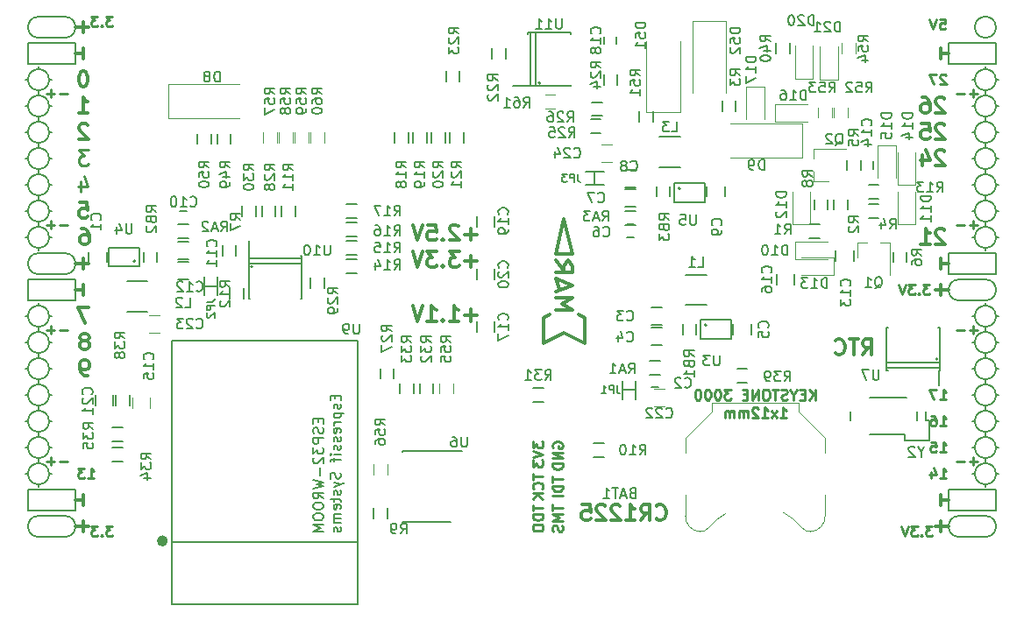
<source format=gbo>
G04 #@! TF.FileFunction,Legend,Bot*
%FSLAX46Y46*%
G04 Gerber Fmt 4.6, Leading zero omitted, Abs format (unit mm)*
G04 Created by KiCad (PCBNEW 4.0.7+dfsg1-1) date Sun Dec 17 18:43:24 2017*
%MOMM*%
%LPD*%
G01*
G04 APERTURE LIST*
%ADD10C,0.100000*%
%ADD11C,0.300000*%
%ADD12C,0.200000*%
%ADD13C,0.250000*%
%ADD14C,0.150000*%
%ADD15C,0.120000*%
%ADD16C,0.500000*%
%ADD17C,0.152400*%
G04 APERTURE END LIST*
D10*
D11*
X182492000Y-87582000D02*
X182492000Y-88598000D01*
X183254000Y-88090000D02*
X181984000Y-88090000D01*
X182492000Y-110442000D02*
X182492000Y-111458000D01*
X183254000Y-110950000D02*
X181984000Y-110950000D01*
X99688000Y-62182000D02*
X99688000Y-63198000D01*
X98926000Y-62690000D02*
X100196000Y-62690000D01*
X99688000Y-110442000D02*
X99688000Y-111458000D01*
X98926000Y-110950000D02*
X100196000Y-110950000D01*
X99688000Y-85042000D02*
X99688000Y-86058000D01*
X98926000Y-85550000D02*
X100196000Y-85550000D01*
D12*
X187826000Y-62690000D02*
G75*
G03X187826000Y-62690000I-1016000J0D01*
G01*
X184270000Y-87074000D02*
X186810000Y-87074000D01*
X184270000Y-89106000D02*
X186810000Y-89106000D01*
X184270000Y-87074000D02*
G75*
G03X184270000Y-89106000I0J-1016000D01*
G01*
X186810000Y-89106000D02*
G75*
G03X186810000Y-87074000I0J1016000D01*
G01*
X184270000Y-111966000D02*
X186810000Y-111966000D01*
X184270000Y-109934000D02*
X186810000Y-109934000D01*
X184270000Y-109934000D02*
G75*
G03X184270000Y-111966000I0J-1016000D01*
G01*
X186810000Y-111966000D02*
G75*
G03X186810000Y-109934000I0J1016000D01*
G01*
X97910000Y-63706000D02*
G75*
G03X97910000Y-61674000I0J1016000D01*
G01*
X95370000Y-61674000D02*
X97910000Y-61674000D01*
X95370000Y-63706000D02*
X97910000Y-63706000D01*
X95370000Y-61674000D02*
G75*
G03X95370000Y-63706000I0J-1016000D01*
G01*
X95370000Y-86566000D02*
X97910000Y-86566000D01*
X95370000Y-84534000D02*
X97910000Y-84534000D01*
X95370000Y-84534000D02*
G75*
G03X95370000Y-86566000I0J-1016000D01*
G01*
X97910000Y-86566000D02*
G75*
G03X97910000Y-84534000I0J1016000D01*
G01*
X95370000Y-111966000D02*
X97910000Y-111966000D01*
X95370000Y-109934000D02*
X97910000Y-109934000D01*
X95370000Y-109934000D02*
G75*
G03X95370000Y-111966000I0J-1016000D01*
G01*
X97910000Y-111966000D02*
G75*
G03X97910000Y-109934000I0J1016000D01*
G01*
X98926000Y-107394000D02*
X94354000Y-107394000D01*
X98926000Y-109426000D02*
X98926000Y-107394000D01*
X94354000Y-109426000D02*
X98926000Y-109426000D01*
X94354000Y-107394000D02*
X94354000Y-109426000D01*
X187826000Y-107394000D02*
X183254000Y-107394000D01*
X187826000Y-109426000D02*
X187826000Y-107394000D01*
X183254000Y-109426000D02*
X187826000Y-109426000D01*
X183254000Y-107394000D02*
X183254000Y-109426000D01*
X187826000Y-84534000D02*
X183254000Y-84534000D01*
X187826000Y-86566000D02*
X187826000Y-84534000D01*
X183254000Y-86566000D02*
X187826000Y-86566000D01*
X183254000Y-84534000D02*
X183254000Y-86566000D01*
X187826000Y-64214000D02*
X183254000Y-64214000D01*
X187826000Y-66246000D02*
X187826000Y-64214000D01*
X183254000Y-66246000D02*
X187826000Y-66246000D01*
X183254000Y-64214000D02*
X183254000Y-66246000D01*
X98926000Y-64214000D02*
X94354000Y-64214000D01*
X98926000Y-66246000D02*
X98926000Y-64214000D01*
X94354000Y-66246000D02*
X98926000Y-66246000D01*
X94354000Y-64214000D02*
X94354000Y-66246000D01*
X98926000Y-87074000D02*
X94354000Y-87074000D01*
X98926000Y-89106000D02*
X98926000Y-87074000D01*
X94354000Y-89106000D02*
X98926000Y-89106000D01*
X94354000Y-87074000D02*
X94354000Y-89106000D01*
D11*
X182872857Y-82331429D02*
X182801428Y-82260000D01*
X182658571Y-82188571D01*
X182301428Y-82188571D01*
X182158571Y-82260000D01*
X182087142Y-82331429D01*
X182015714Y-82474286D01*
X182015714Y-82617143D01*
X182087142Y-82831429D01*
X182944285Y-83688571D01*
X182015714Y-83688571D01*
X180587143Y-83688571D02*
X181444286Y-83688571D01*
X181015714Y-83688571D02*
X181015714Y-82188571D01*
X181158571Y-82402857D01*
X181301429Y-82545714D01*
X181444286Y-82617143D01*
X182872857Y-74711429D02*
X182801428Y-74640000D01*
X182658571Y-74568571D01*
X182301428Y-74568571D01*
X182158571Y-74640000D01*
X182087142Y-74711429D01*
X182015714Y-74854286D01*
X182015714Y-74997143D01*
X182087142Y-75211429D01*
X182944285Y-76068571D01*
X182015714Y-76068571D01*
X180730000Y-75068571D02*
X180730000Y-76068571D01*
X181087143Y-74497143D02*
X181444286Y-75568571D01*
X180515714Y-75568571D01*
X182872857Y-72171429D02*
X182801428Y-72100000D01*
X182658571Y-72028571D01*
X182301428Y-72028571D01*
X182158571Y-72100000D01*
X182087142Y-72171429D01*
X182015714Y-72314286D01*
X182015714Y-72457143D01*
X182087142Y-72671429D01*
X182944285Y-73528571D01*
X182015714Y-73528571D01*
X180658571Y-72028571D02*
X181372857Y-72028571D01*
X181444286Y-72742857D01*
X181372857Y-72671429D01*
X181230000Y-72600000D01*
X180872857Y-72600000D01*
X180730000Y-72671429D01*
X180658571Y-72742857D01*
X180587143Y-72885714D01*
X180587143Y-73242857D01*
X180658571Y-73385714D01*
X180730000Y-73457143D01*
X180872857Y-73528571D01*
X181230000Y-73528571D01*
X181372857Y-73457143D01*
X181444286Y-73385714D01*
D13*
X186032000Y-91971429D02*
X185270095Y-91971429D01*
X185651047Y-92352381D02*
X185651047Y-91590476D01*
X184793905Y-91971429D02*
X184032000Y-91971429D01*
X186032000Y-69111429D02*
X185270095Y-69111429D01*
X185651047Y-69492381D02*
X185651047Y-68730476D01*
X184793905Y-69111429D02*
X184032000Y-69111429D01*
X186032000Y-81811429D02*
X185270095Y-81811429D01*
X185651047Y-82192381D02*
X185651047Y-81430476D01*
X184793905Y-81811429D02*
X184032000Y-81811429D01*
X186032000Y-104671429D02*
X185270095Y-104671429D01*
X185651047Y-105052381D02*
X185651047Y-104290476D01*
X184793905Y-104671429D02*
X184032000Y-104671429D01*
X98148000Y-104671429D02*
X97386095Y-104671429D01*
X96909905Y-104671429D02*
X96148000Y-104671429D01*
X96528952Y-105052381D02*
X96528952Y-104290476D01*
X98148000Y-91971429D02*
X97386095Y-91971429D01*
X96909905Y-91971429D02*
X96148000Y-91971429D01*
X96528952Y-92352381D02*
X96528952Y-91590476D01*
X98148000Y-81811429D02*
X97386095Y-81811429D01*
X96909905Y-81811429D02*
X96148000Y-81811429D01*
X96528952Y-82192381D02*
X96528952Y-81430476D01*
X98148000Y-69111429D02*
X97386095Y-69111429D01*
X96909905Y-69111429D02*
X96148000Y-69111429D01*
X96528952Y-69492381D02*
X96528952Y-68730476D01*
D11*
X182492000Y-107902000D02*
X182492000Y-108918000D01*
X183254000Y-108410000D02*
X182492000Y-108410000D01*
D12*
X95370000Y-96726000D02*
X95370000Y-97234000D01*
X96386000Y-95710000D02*
X96640000Y-95710000D01*
X94354000Y-95710000D02*
X94100000Y-95710000D01*
X187826000Y-98250000D02*
X188080000Y-98250000D01*
X187826000Y-83010000D02*
X188080000Y-83010000D01*
X95370000Y-107140000D02*
X95370000Y-106886000D01*
X96386000Y-105870000D02*
X96640000Y-105870000D01*
X94354000Y-105870000D02*
X94100000Y-105870000D01*
X94354000Y-103330000D02*
X94100000Y-103330000D01*
X95370000Y-104346000D02*
X95370000Y-104854000D01*
X96386000Y-103330000D02*
X96640000Y-103330000D01*
X94354000Y-100790000D02*
X94100000Y-100790000D01*
X95370000Y-102314000D02*
X95370000Y-101806000D01*
X96386000Y-100790000D02*
X96640000Y-100790000D01*
X95370000Y-99266000D02*
X95370000Y-99774000D01*
X94354000Y-98250000D02*
X94100000Y-98250000D01*
X96386000Y-98250000D02*
X96640000Y-98250000D01*
X95370000Y-94186000D02*
X95370000Y-94694000D01*
X96386000Y-93170000D02*
X96640000Y-93170000D01*
X94354000Y-93170000D02*
X94100000Y-93170000D01*
X94354000Y-90630000D02*
X94100000Y-90630000D01*
X95370000Y-91646000D02*
X95370000Y-92154000D01*
X96640000Y-90630000D02*
X96386000Y-90630000D01*
X95370000Y-89360000D02*
X95370000Y-89614000D01*
X94354000Y-83010000D02*
X94100000Y-83010000D01*
X95370000Y-84280000D02*
X95370000Y-84026000D01*
X96386000Y-83010000D02*
X96640000Y-83010000D01*
X95370000Y-81486000D02*
X95370000Y-81994000D01*
X94354000Y-80470000D02*
X94100000Y-80470000D01*
X96640000Y-80470000D02*
X96386000Y-80470000D01*
X95370000Y-78946000D02*
X95370000Y-79454000D01*
X96386000Y-77930000D02*
X96640000Y-77930000D01*
X94354000Y-77930000D02*
X94100000Y-77930000D01*
X95370000Y-76406000D02*
X95370000Y-76914000D01*
X94354000Y-75390000D02*
X94100000Y-75390000D01*
X96386000Y-75390000D02*
X96640000Y-75390000D01*
X95370000Y-73866000D02*
X95370000Y-74374000D01*
X96386000Y-72850000D02*
X96640000Y-72850000D01*
X94100000Y-72850000D02*
X94354000Y-72850000D01*
X94354000Y-70310000D02*
X94100000Y-70310000D01*
X96640000Y-70310000D02*
X96386000Y-70310000D01*
X95370000Y-71326000D02*
X95370000Y-71834000D01*
X95370000Y-68786000D02*
X95370000Y-69294000D01*
X96386000Y-67770000D02*
X96640000Y-67770000D01*
X94354000Y-67770000D02*
X94100000Y-67770000D01*
X95370000Y-66500000D02*
X95370000Y-66754000D01*
X187826000Y-105870000D02*
X188080000Y-105870000D01*
X186810000Y-107140000D02*
X186810000Y-106886000D01*
X185540000Y-105870000D02*
X185794000Y-105870000D01*
X186810000Y-104346000D02*
X186810000Y-104854000D01*
X187826000Y-103330000D02*
X188080000Y-103330000D01*
X185540000Y-103330000D02*
X185794000Y-103330000D01*
X186810000Y-101806000D02*
X186810000Y-102314000D01*
X187826000Y-100790000D02*
X188080000Y-100790000D01*
X185540000Y-100790000D02*
X185794000Y-100790000D01*
X186810000Y-99266000D02*
X186810000Y-99774000D01*
X185540000Y-98250000D02*
X185794000Y-98250000D01*
X186810000Y-97234000D02*
X186810000Y-96726000D01*
X187826000Y-95710000D02*
X188080000Y-95710000D01*
X185540000Y-95710000D02*
X185794000Y-95710000D01*
X186810000Y-94694000D02*
X186810000Y-94186000D01*
X187826000Y-93170000D02*
X188080000Y-93170000D01*
X185540000Y-93170000D02*
X185794000Y-93170000D01*
X186810000Y-92154000D02*
X186810000Y-91646000D01*
X187826000Y-90630000D02*
X188080000Y-90630000D01*
X185540000Y-90630000D02*
X185794000Y-90630000D01*
X186810000Y-89360000D02*
X186810000Y-89614000D01*
X186810000Y-84280000D02*
X186810000Y-84026000D01*
X185540000Y-83010000D02*
X185794000Y-83010000D01*
X186810000Y-81994000D02*
X186810000Y-81486000D01*
X185794000Y-80470000D02*
X185540000Y-80470000D01*
X187826000Y-80470000D02*
X188080000Y-80470000D01*
X186810000Y-78946000D02*
X186810000Y-79454000D01*
X185794000Y-77930000D02*
X185540000Y-77930000D01*
X187826000Y-77930000D02*
X188080000Y-77930000D01*
X186810000Y-76406000D02*
X186810000Y-76914000D01*
X186810000Y-73866000D02*
X186810000Y-74374000D01*
X185794000Y-75390000D02*
X185540000Y-75390000D01*
X187826000Y-75390000D02*
X188080000Y-75390000D01*
X187826000Y-72850000D02*
X188080000Y-72850000D01*
X185540000Y-72850000D02*
X185794000Y-72850000D01*
X186810000Y-71834000D02*
X186810000Y-71326000D01*
X187826000Y-70310000D02*
X188080000Y-70310000D01*
X185540000Y-70310000D02*
X185794000Y-70310000D01*
X187826000Y-67770000D02*
X188080000Y-67770000D01*
X186810000Y-68786000D02*
X186810000Y-69294000D01*
X185540000Y-67770000D02*
X185794000Y-67770000D01*
X186810000Y-66500000D02*
X186810000Y-66754000D01*
X187826000Y-67770000D02*
G75*
G03X187826000Y-67770000I-1016000J0D01*
G01*
X187826000Y-70310000D02*
G75*
G03X187826000Y-70310000I-1016000J0D01*
G01*
X187826000Y-72850000D02*
G75*
G03X187826000Y-72850000I-1016000J0D01*
G01*
X187826000Y-75390000D02*
G75*
G03X187826000Y-75390000I-1016000J0D01*
G01*
X187826000Y-77930000D02*
G75*
G03X187826000Y-77930000I-1016000J0D01*
G01*
X187826000Y-80470000D02*
G75*
G03X187826000Y-80470000I-1016000J0D01*
G01*
X187826000Y-83010000D02*
G75*
G03X187826000Y-83010000I-1016000J0D01*
G01*
X187826000Y-90630000D02*
G75*
G03X187826000Y-90630000I-1016000J0D01*
G01*
X187826000Y-93170000D02*
G75*
G03X187826000Y-93170000I-1016000J0D01*
G01*
X187826000Y-95710000D02*
G75*
G03X187826000Y-95710000I-1016000J0D01*
G01*
X187826000Y-98250000D02*
G75*
G03X187826000Y-98250000I-1016000J0D01*
G01*
X187826000Y-100790000D02*
G75*
G03X187826000Y-100790000I-1016000J0D01*
G01*
X187826000Y-103330000D02*
G75*
G03X187826000Y-103330000I-1016000J0D01*
G01*
X187826000Y-105870000D02*
G75*
G03X187826000Y-105870000I-1016000J0D01*
G01*
X96386000Y-105870000D02*
G75*
G03X96386000Y-105870000I-1016000J0D01*
G01*
X96386000Y-103330000D02*
G75*
G03X96386000Y-103330000I-1016000J0D01*
G01*
X96386000Y-100790000D02*
G75*
G03X96386000Y-100790000I-1016000J0D01*
G01*
X96386000Y-98250000D02*
G75*
G03X96386000Y-98250000I-1016000J0D01*
G01*
X96386000Y-95710000D02*
G75*
G03X96386000Y-95710000I-1016000J0D01*
G01*
X96386000Y-93170000D02*
G75*
G03X96386000Y-93170000I-1016000J0D01*
G01*
X96386000Y-90630000D02*
G75*
G03X96386000Y-90630000I-1016000J0D01*
G01*
X96386000Y-83010000D02*
G75*
G03X96386000Y-83010000I-1016000J0D01*
G01*
X96386000Y-80470000D02*
G75*
G03X96386000Y-80470000I-1016000J0D01*
G01*
X96386000Y-77930000D02*
G75*
G03X96386000Y-77930000I-1016000J0D01*
G01*
X96386000Y-75390000D02*
G75*
G03X96386000Y-75390000I-1016000J0D01*
G01*
X96386000Y-72850000D02*
G75*
G03X96386000Y-72850000I-1016000J0D01*
G01*
X96386000Y-70310000D02*
G75*
G03X96386000Y-70310000I-1016000J0D01*
G01*
X96386000Y-67770000D02*
G75*
G03X96386000Y-67770000I-1016000J0D01*
G01*
D13*
X182428476Y-61888381D02*
X182904667Y-61888381D01*
X182952286Y-62364571D01*
X182904667Y-62316952D01*
X182809429Y-62269333D01*
X182571333Y-62269333D01*
X182476095Y-62316952D01*
X182428476Y-62364571D01*
X182380857Y-62459810D01*
X182380857Y-62697905D01*
X182428476Y-62793143D01*
X182476095Y-62840762D01*
X182571333Y-62888381D01*
X182809429Y-62888381D01*
X182904667Y-62840762D01*
X182952286Y-62793143D01*
X182095143Y-61888381D02*
X181761810Y-62888381D01*
X181428476Y-61888381D01*
D11*
X182492000Y-64722000D02*
X182492000Y-65738000D01*
X183254000Y-65230000D02*
X182492000Y-65230000D01*
D13*
X182999905Y-67317619D02*
X182952286Y-67270000D01*
X182857048Y-67222381D01*
X182618952Y-67222381D01*
X182523714Y-67270000D01*
X182476095Y-67317619D01*
X182428476Y-67412857D01*
X182428476Y-67508095D01*
X182476095Y-67650952D01*
X183047524Y-68222381D01*
X182428476Y-68222381D01*
X182095143Y-67222381D02*
X181428476Y-67222381D01*
X181857048Y-68222381D01*
D11*
X182872857Y-69631429D02*
X182801428Y-69560000D01*
X182658571Y-69488571D01*
X182301428Y-69488571D01*
X182158571Y-69560000D01*
X182087142Y-69631429D01*
X182015714Y-69774286D01*
X182015714Y-69917143D01*
X182087142Y-70131429D01*
X182944285Y-70988571D01*
X182015714Y-70988571D01*
X180730000Y-69488571D02*
X181015714Y-69488571D01*
X181158571Y-69560000D01*
X181230000Y-69631429D01*
X181372857Y-69845714D01*
X181444286Y-70131429D01*
X181444286Y-70702857D01*
X181372857Y-70845714D01*
X181301429Y-70917143D01*
X181158571Y-70988571D01*
X180872857Y-70988571D01*
X180730000Y-70917143D01*
X180658571Y-70845714D01*
X180587143Y-70702857D01*
X180587143Y-70345714D01*
X180658571Y-70202857D01*
X180730000Y-70131429D01*
X180872857Y-70060000D01*
X181158571Y-70060000D01*
X181301429Y-70131429D01*
X181372857Y-70202857D01*
X181444286Y-70345714D01*
X182492000Y-85042000D02*
X182492000Y-86058000D01*
X183254000Y-85550000D02*
X182492000Y-85550000D01*
D13*
X181428190Y-87542381D02*
X180809142Y-87542381D01*
X181142476Y-87923333D01*
X180999618Y-87923333D01*
X180904380Y-87970952D01*
X180856761Y-88018571D01*
X180809142Y-88113810D01*
X180809142Y-88351905D01*
X180856761Y-88447143D01*
X180904380Y-88494762D01*
X180999618Y-88542381D01*
X181285333Y-88542381D01*
X181380571Y-88494762D01*
X181428190Y-88447143D01*
X180380571Y-88447143D02*
X180332952Y-88494762D01*
X180380571Y-88542381D01*
X180428190Y-88494762D01*
X180380571Y-88447143D01*
X180380571Y-88542381D01*
X179999619Y-87542381D02*
X179380571Y-87542381D01*
X179713905Y-87923333D01*
X179571047Y-87923333D01*
X179475809Y-87970952D01*
X179428190Y-88018571D01*
X179380571Y-88113810D01*
X179380571Y-88351905D01*
X179428190Y-88447143D01*
X179475809Y-88494762D01*
X179571047Y-88542381D01*
X179856762Y-88542381D01*
X179952000Y-88494762D01*
X179999619Y-88447143D01*
X179094857Y-87542381D02*
X178761524Y-88542381D01*
X178428190Y-87542381D01*
X182428476Y-98702381D02*
X182999905Y-98702381D01*
X182714191Y-98702381D02*
X182714191Y-97702381D01*
X182809429Y-97845238D01*
X182904667Y-97940476D01*
X182999905Y-97988095D01*
X182095143Y-97702381D02*
X181428476Y-97702381D01*
X181857048Y-98702381D01*
X182428476Y-101242381D02*
X182999905Y-101242381D01*
X182714191Y-101242381D02*
X182714191Y-100242381D01*
X182809429Y-100385238D01*
X182904667Y-100480476D01*
X182999905Y-100528095D01*
X181571333Y-100242381D02*
X181761810Y-100242381D01*
X181857048Y-100290000D01*
X181904667Y-100337619D01*
X181999905Y-100480476D01*
X182047524Y-100670952D01*
X182047524Y-101051905D01*
X181999905Y-101147143D01*
X181952286Y-101194762D01*
X181857048Y-101242381D01*
X181666571Y-101242381D01*
X181571333Y-101194762D01*
X181523714Y-101147143D01*
X181476095Y-101051905D01*
X181476095Y-100813810D01*
X181523714Y-100718571D01*
X181571333Y-100670952D01*
X181666571Y-100623333D01*
X181857048Y-100623333D01*
X181952286Y-100670952D01*
X181999905Y-100718571D01*
X182047524Y-100813810D01*
X182428476Y-103782381D02*
X182999905Y-103782381D01*
X182714191Y-103782381D02*
X182714191Y-102782381D01*
X182809429Y-102925238D01*
X182904667Y-103020476D01*
X182999905Y-103068095D01*
X181523714Y-102782381D02*
X181999905Y-102782381D01*
X182047524Y-103258571D01*
X181999905Y-103210952D01*
X181904667Y-103163333D01*
X181666571Y-103163333D01*
X181571333Y-103210952D01*
X181523714Y-103258571D01*
X181476095Y-103353810D01*
X181476095Y-103591905D01*
X181523714Y-103687143D01*
X181571333Y-103734762D01*
X181666571Y-103782381D01*
X181904667Y-103782381D01*
X181999905Y-103734762D01*
X182047524Y-103687143D01*
X182428476Y-106322381D02*
X182999905Y-106322381D01*
X182714191Y-106322381D02*
X182714191Y-105322381D01*
X182809429Y-105465238D01*
X182904667Y-105560476D01*
X182999905Y-105608095D01*
X181571333Y-105655714D02*
X181571333Y-106322381D01*
X181809429Y-105274762D02*
X182047524Y-105989048D01*
X181428476Y-105989048D01*
X181682190Y-110910381D02*
X181063142Y-110910381D01*
X181396476Y-111291333D01*
X181253618Y-111291333D01*
X181158380Y-111338952D01*
X181110761Y-111386571D01*
X181063142Y-111481810D01*
X181063142Y-111719905D01*
X181110761Y-111815143D01*
X181158380Y-111862762D01*
X181253618Y-111910381D01*
X181539333Y-111910381D01*
X181634571Y-111862762D01*
X181682190Y-111815143D01*
X180634571Y-111815143D02*
X180586952Y-111862762D01*
X180634571Y-111910381D01*
X180682190Y-111862762D01*
X180634571Y-111815143D01*
X180634571Y-111910381D01*
X180253619Y-110910381D02*
X179634571Y-110910381D01*
X179967905Y-111291333D01*
X179825047Y-111291333D01*
X179729809Y-111338952D01*
X179682190Y-111386571D01*
X179634571Y-111481810D01*
X179634571Y-111719905D01*
X179682190Y-111815143D01*
X179729809Y-111862762D01*
X179825047Y-111910381D01*
X180110762Y-111910381D01*
X180206000Y-111862762D01*
X180253619Y-111815143D01*
X179348857Y-110910381D02*
X179015524Y-111910381D01*
X178682190Y-110910381D01*
D11*
X99688000Y-108918000D02*
X99688000Y-107902000D01*
X98926000Y-108410000D02*
X99688000Y-108410000D01*
X99688000Y-88598000D02*
X99688000Y-87582000D01*
X98926000Y-88090000D02*
X99688000Y-88090000D01*
X99688000Y-64722000D02*
X99688000Y-65738000D01*
X98926000Y-65230000D02*
X99688000Y-65230000D01*
D13*
X102513619Y-110910381D02*
X101894571Y-110910381D01*
X102227905Y-111291333D01*
X102085047Y-111291333D01*
X101989809Y-111338952D01*
X101942190Y-111386571D01*
X101894571Y-111481810D01*
X101894571Y-111719905D01*
X101942190Y-111815143D01*
X101989809Y-111862762D01*
X102085047Y-111910381D01*
X102370762Y-111910381D01*
X102466000Y-111862762D01*
X102513619Y-111815143D01*
X101466000Y-111815143D02*
X101418381Y-111862762D01*
X101466000Y-111910381D01*
X101513619Y-111862762D01*
X101466000Y-111815143D01*
X101466000Y-111910381D01*
X101085048Y-110910381D02*
X100466000Y-110910381D01*
X100799334Y-111291333D01*
X100656476Y-111291333D01*
X100561238Y-111338952D01*
X100513619Y-111386571D01*
X100466000Y-111481810D01*
X100466000Y-111719905D01*
X100513619Y-111815143D01*
X100561238Y-111862762D01*
X100656476Y-111910381D01*
X100942191Y-111910381D01*
X101037429Y-111862762D01*
X101085048Y-111815143D01*
X100132476Y-106322381D02*
X100703905Y-106322381D01*
X100418191Y-106322381D02*
X100418191Y-105322381D01*
X100513429Y-105465238D01*
X100608667Y-105560476D01*
X100703905Y-105608095D01*
X99799143Y-105322381D02*
X99180095Y-105322381D01*
X99513429Y-105703333D01*
X99370571Y-105703333D01*
X99275333Y-105750952D01*
X99227714Y-105798571D01*
X99180095Y-105893810D01*
X99180095Y-106131905D01*
X99227714Y-106227143D01*
X99275333Y-106274762D01*
X99370571Y-106322381D01*
X99656286Y-106322381D01*
X99751524Y-106274762D01*
X99799143Y-106227143D01*
D11*
X100100714Y-96388571D02*
X99814999Y-96388571D01*
X99672142Y-96317143D01*
X99600714Y-96245714D01*
X99457856Y-96031429D01*
X99386428Y-95745714D01*
X99386428Y-95174286D01*
X99457856Y-95031429D01*
X99529285Y-94960000D01*
X99672142Y-94888571D01*
X99957856Y-94888571D01*
X100100714Y-94960000D01*
X100172142Y-95031429D01*
X100243571Y-95174286D01*
X100243571Y-95531429D01*
X100172142Y-95674286D01*
X100100714Y-95745714D01*
X99957856Y-95817143D01*
X99672142Y-95817143D01*
X99529285Y-95745714D01*
X99457856Y-95674286D01*
X99386428Y-95531429D01*
X99957856Y-92991429D02*
X100100714Y-92920000D01*
X100172142Y-92848571D01*
X100243571Y-92705714D01*
X100243571Y-92634286D01*
X100172142Y-92491429D01*
X100100714Y-92420000D01*
X99957856Y-92348571D01*
X99672142Y-92348571D01*
X99529285Y-92420000D01*
X99457856Y-92491429D01*
X99386428Y-92634286D01*
X99386428Y-92705714D01*
X99457856Y-92848571D01*
X99529285Y-92920000D01*
X99672142Y-92991429D01*
X99957856Y-92991429D01*
X100100714Y-93062857D01*
X100172142Y-93134286D01*
X100243571Y-93277143D01*
X100243571Y-93562857D01*
X100172142Y-93705714D01*
X100100714Y-93777143D01*
X99957856Y-93848571D01*
X99672142Y-93848571D01*
X99529285Y-93777143D01*
X99457856Y-93705714D01*
X99386428Y-93562857D01*
X99386428Y-93277143D01*
X99457856Y-93134286D01*
X99529285Y-93062857D01*
X99672142Y-92991429D01*
X100187999Y-89808571D02*
X99187999Y-89808571D01*
X99830856Y-91308571D01*
X99529285Y-82188571D02*
X99814999Y-82188571D01*
X99957856Y-82260000D01*
X100029285Y-82331429D01*
X100172142Y-82545714D01*
X100243571Y-82831429D01*
X100243571Y-83402857D01*
X100172142Y-83545714D01*
X100100714Y-83617143D01*
X99957856Y-83688571D01*
X99672142Y-83688571D01*
X99529285Y-83617143D01*
X99457856Y-83545714D01*
X99386428Y-83402857D01*
X99386428Y-83045714D01*
X99457856Y-82902857D01*
X99529285Y-82831429D01*
X99672142Y-82760000D01*
X99957856Y-82760000D01*
X100100714Y-82831429D01*
X100172142Y-82902857D01*
X100243571Y-83045714D01*
X99330856Y-79648571D02*
X100045142Y-79648571D01*
X100116571Y-80362857D01*
X100045142Y-80291429D01*
X99902285Y-80220000D01*
X99545142Y-80220000D01*
X99402285Y-80291429D01*
X99330856Y-80362857D01*
X99259428Y-80505714D01*
X99259428Y-80862857D01*
X99330856Y-81005714D01*
X99402285Y-81077143D01*
X99545142Y-81148571D01*
X99902285Y-81148571D01*
X100045142Y-81077143D01*
X100116571Y-81005714D01*
D13*
X99402285Y-77608571D02*
X99402285Y-78608571D01*
X99759428Y-77037143D02*
X100116571Y-78108571D01*
X99187999Y-78108571D01*
X100187999Y-74568571D02*
X99259428Y-74568571D01*
X99759428Y-75140000D01*
X99545142Y-75140000D01*
X99402285Y-75211429D01*
X99330856Y-75282857D01*
X99259428Y-75425714D01*
X99259428Y-75782857D01*
X99330856Y-75925714D01*
X99402285Y-75997143D01*
X99545142Y-76068571D01*
X99973714Y-76068571D01*
X100116571Y-75997143D01*
X100187999Y-75925714D01*
D11*
X100116571Y-72171429D02*
X100045142Y-72100000D01*
X99902285Y-72028571D01*
X99545142Y-72028571D01*
X99402285Y-72100000D01*
X99330856Y-72171429D01*
X99259428Y-72314286D01*
X99259428Y-72457143D01*
X99330856Y-72671429D01*
X100187999Y-73528571D01*
X99259428Y-73528571D01*
X99259428Y-70988571D02*
X100116571Y-70988571D01*
X99687999Y-70988571D02*
X99687999Y-69488571D01*
X99830856Y-69702857D01*
X99973714Y-69845714D01*
X100116571Y-69917143D01*
X99759428Y-66948571D02*
X99616571Y-66948571D01*
X99473714Y-67020000D01*
X99402285Y-67091429D01*
X99330856Y-67234286D01*
X99259428Y-67520000D01*
X99259428Y-67877143D01*
X99330856Y-68162857D01*
X99402285Y-68305714D01*
X99473714Y-68377143D01*
X99616571Y-68448571D01*
X99759428Y-68448571D01*
X99902285Y-68377143D01*
X99973714Y-68305714D01*
X100045142Y-68162857D01*
X100116571Y-67877143D01*
X100116571Y-67520000D01*
X100045142Y-67234286D01*
X99973714Y-67091429D01*
X99902285Y-67020000D01*
X99759428Y-66948571D01*
D13*
X102513619Y-61634381D02*
X101894571Y-61634381D01*
X102227905Y-62015333D01*
X102085047Y-62015333D01*
X101989809Y-62062952D01*
X101942190Y-62110571D01*
X101894571Y-62205810D01*
X101894571Y-62443905D01*
X101942190Y-62539143D01*
X101989809Y-62586762D01*
X102085047Y-62634381D01*
X102370762Y-62634381D01*
X102466000Y-62586762D01*
X102513619Y-62539143D01*
X101466000Y-62539143D02*
X101418381Y-62586762D01*
X101466000Y-62634381D01*
X101513619Y-62586762D01*
X101466000Y-62539143D01*
X101466000Y-62634381D01*
X101085048Y-61634381D02*
X100466000Y-61634381D01*
X100799334Y-62015333D01*
X100656476Y-62015333D01*
X100561238Y-62062952D01*
X100513619Y-62110571D01*
X100466000Y-62205810D01*
X100466000Y-62443905D01*
X100513619Y-62539143D01*
X100561238Y-62586762D01*
X100656476Y-62634381D01*
X100942191Y-62634381D01*
X101037429Y-62586762D01*
X101085048Y-62539143D01*
X170370715Y-98716381D02*
X170370715Y-97716381D01*
X169799286Y-98716381D02*
X170227858Y-98144952D01*
X169799286Y-97716381D02*
X170370715Y-98287810D01*
X169370715Y-98192571D02*
X169037381Y-98192571D01*
X168894524Y-98716381D02*
X169370715Y-98716381D01*
X169370715Y-97716381D01*
X168894524Y-97716381D01*
X168275477Y-98240190D02*
X168275477Y-98716381D01*
X168608810Y-97716381D02*
X168275477Y-98240190D01*
X167942143Y-97716381D01*
X167656429Y-98668762D02*
X167513572Y-98716381D01*
X167275476Y-98716381D01*
X167180238Y-98668762D01*
X167132619Y-98621143D01*
X167085000Y-98525905D01*
X167085000Y-98430667D01*
X167132619Y-98335429D01*
X167180238Y-98287810D01*
X167275476Y-98240190D01*
X167465953Y-98192571D01*
X167561191Y-98144952D01*
X167608810Y-98097333D01*
X167656429Y-98002095D01*
X167656429Y-97906857D01*
X167608810Y-97811619D01*
X167561191Y-97764000D01*
X167465953Y-97716381D01*
X167227857Y-97716381D01*
X167085000Y-97764000D01*
X166799286Y-97716381D02*
X166227857Y-97716381D01*
X166513572Y-98716381D02*
X166513572Y-97716381D01*
X165704048Y-97716381D02*
X165513571Y-97716381D01*
X165418333Y-97764000D01*
X165323095Y-97859238D01*
X165275476Y-98049714D01*
X165275476Y-98383048D01*
X165323095Y-98573524D01*
X165418333Y-98668762D01*
X165513571Y-98716381D01*
X165704048Y-98716381D01*
X165799286Y-98668762D01*
X165894524Y-98573524D01*
X165942143Y-98383048D01*
X165942143Y-98049714D01*
X165894524Y-97859238D01*
X165799286Y-97764000D01*
X165704048Y-97716381D01*
X164846905Y-98716381D02*
X164846905Y-97716381D01*
X164275476Y-98716381D01*
X164275476Y-97716381D01*
X163799286Y-98192571D02*
X163465952Y-98192571D01*
X163323095Y-98716381D02*
X163799286Y-98716381D01*
X163799286Y-97716381D01*
X163323095Y-97716381D01*
X162227857Y-97716381D02*
X161608809Y-97716381D01*
X161942143Y-98097333D01*
X161799285Y-98097333D01*
X161704047Y-98144952D01*
X161656428Y-98192571D01*
X161608809Y-98287810D01*
X161608809Y-98525905D01*
X161656428Y-98621143D01*
X161704047Y-98668762D01*
X161799285Y-98716381D01*
X162085000Y-98716381D01*
X162180238Y-98668762D01*
X162227857Y-98621143D01*
X160989762Y-97716381D02*
X160894523Y-97716381D01*
X160799285Y-97764000D01*
X160751666Y-97811619D01*
X160704047Y-97906857D01*
X160656428Y-98097333D01*
X160656428Y-98335429D01*
X160704047Y-98525905D01*
X160751666Y-98621143D01*
X160799285Y-98668762D01*
X160894523Y-98716381D01*
X160989762Y-98716381D01*
X161085000Y-98668762D01*
X161132619Y-98621143D01*
X161180238Y-98525905D01*
X161227857Y-98335429D01*
X161227857Y-98097333D01*
X161180238Y-97906857D01*
X161132619Y-97811619D01*
X161085000Y-97764000D01*
X160989762Y-97716381D01*
X160037381Y-97716381D02*
X159942142Y-97716381D01*
X159846904Y-97764000D01*
X159799285Y-97811619D01*
X159751666Y-97906857D01*
X159704047Y-98097333D01*
X159704047Y-98335429D01*
X159751666Y-98525905D01*
X159799285Y-98621143D01*
X159846904Y-98668762D01*
X159942142Y-98716381D01*
X160037381Y-98716381D01*
X160132619Y-98668762D01*
X160180238Y-98621143D01*
X160227857Y-98525905D01*
X160275476Y-98335429D01*
X160275476Y-98097333D01*
X160227857Y-97906857D01*
X160180238Y-97811619D01*
X160132619Y-97764000D01*
X160037381Y-97716381D01*
X159085000Y-97716381D02*
X158989761Y-97716381D01*
X158894523Y-97764000D01*
X158846904Y-97811619D01*
X158799285Y-97906857D01*
X158751666Y-98097333D01*
X158751666Y-98335429D01*
X158799285Y-98525905D01*
X158846904Y-98621143D01*
X158894523Y-98668762D01*
X158989761Y-98716381D01*
X159085000Y-98716381D01*
X159180238Y-98668762D01*
X159227857Y-98621143D01*
X159275476Y-98525905D01*
X159323095Y-98335429D01*
X159323095Y-98097333D01*
X159275476Y-97906857D01*
X159227857Y-97811619D01*
X159180238Y-97764000D01*
X159085000Y-97716381D01*
X166989761Y-100466381D02*
X167561190Y-100466381D01*
X167275476Y-100466381D02*
X167275476Y-99466381D01*
X167370714Y-99609238D01*
X167465952Y-99704476D01*
X167561190Y-99752095D01*
X166656428Y-100466381D02*
X166132618Y-99799714D01*
X166656428Y-99799714D02*
X166132618Y-100466381D01*
X165227856Y-100466381D02*
X165799285Y-100466381D01*
X165513571Y-100466381D02*
X165513571Y-99466381D01*
X165608809Y-99609238D01*
X165704047Y-99704476D01*
X165799285Y-99752095D01*
X164846904Y-99561619D02*
X164799285Y-99514000D01*
X164704047Y-99466381D01*
X164465951Y-99466381D01*
X164370713Y-99514000D01*
X164323094Y-99561619D01*
X164275475Y-99656857D01*
X164275475Y-99752095D01*
X164323094Y-99894952D01*
X164894523Y-100466381D01*
X164275475Y-100466381D01*
X163846904Y-100466381D02*
X163846904Y-99799714D01*
X163846904Y-99894952D02*
X163799285Y-99847333D01*
X163704047Y-99799714D01*
X163561189Y-99799714D01*
X163465951Y-99847333D01*
X163418332Y-99942571D01*
X163418332Y-100466381D01*
X163418332Y-99942571D02*
X163370713Y-99847333D01*
X163275475Y-99799714D01*
X163132618Y-99799714D01*
X163037380Y-99847333D01*
X162989761Y-99942571D01*
X162989761Y-100466381D01*
X162513571Y-100466381D02*
X162513571Y-99799714D01*
X162513571Y-99894952D02*
X162465952Y-99847333D01*
X162370714Y-99799714D01*
X162227856Y-99799714D01*
X162132618Y-99847333D01*
X162084999Y-99942571D01*
X162084999Y-100466381D01*
X162084999Y-99942571D02*
X162037380Y-99847333D01*
X161942142Y-99799714D01*
X161799285Y-99799714D01*
X161704047Y-99847333D01*
X161656428Y-99942571D01*
X161656428Y-100466381D01*
D11*
X155027856Y-110215714D02*
X155099285Y-110287143D01*
X155313571Y-110358571D01*
X155456428Y-110358571D01*
X155670713Y-110287143D01*
X155813571Y-110144286D01*
X155884999Y-110001429D01*
X155956428Y-109715714D01*
X155956428Y-109501429D01*
X155884999Y-109215714D01*
X155813571Y-109072857D01*
X155670713Y-108930000D01*
X155456428Y-108858571D01*
X155313571Y-108858571D01*
X155099285Y-108930000D01*
X155027856Y-109001429D01*
X153527856Y-110358571D02*
X154027856Y-109644286D01*
X154384999Y-110358571D02*
X154384999Y-108858571D01*
X153813571Y-108858571D01*
X153670713Y-108930000D01*
X153599285Y-109001429D01*
X153527856Y-109144286D01*
X153527856Y-109358571D01*
X153599285Y-109501429D01*
X153670713Y-109572857D01*
X153813571Y-109644286D01*
X154384999Y-109644286D01*
X152099285Y-110358571D02*
X152956428Y-110358571D01*
X152527856Y-110358571D02*
X152527856Y-108858571D01*
X152670713Y-109072857D01*
X152813571Y-109215714D01*
X152956428Y-109287143D01*
X151527857Y-109001429D02*
X151456428Y-108930000D01*
X151313571Y-108858571D01*
X150956428Y-108858571D01*
X150813571Y-108930000D01*
X150742142Y-109001429D01*
X150670714Y-109144286D01*
X150670714Y-109287143D01*
X150742142Y-109501429D01*
X151599285Y-110358571D01*
X150670714Y-110358571D01*
X150099286Y-109001429D02*
X150027857Y-108930000D01*
X149885000Y-108858571D01*
X149527857Y-108858571D01*
X149385000Y-108930000D01*
X149313571Y-109001429D01*
X149242143Y-109144286D01*
X149242143Y-109287143D01*
X149313571Y-109501429D01*
X150170714Y-110358571D01*
X149242143Y-110358571D01*
X147885000Y-108858571D02*
X148599286Y-108858571D01*
X148670715Y-109572857D01*
X148599286Y-109501429D01*
X148456429Y-109430000D01*
X148099286Y-109430000D01*
X147956429Y-109501429D01*
X147885000Y-109572857D01*
X147813572Y-109715714D01*
X147813572Y-110072857D01*
X147885000Y-110215714D01*
X147956429Y-110287143D01*
X148099286Y-110358571D01*
X148456429Y-110358571D01*
X148599286Y-110287143D01*
X148670715Y-110215714D01*
X137699999Y-82727143D02*
X136557142Y-82727143D01*
X137128571Y-83298571D02*
X137128571Y-82155714D01*
X135914285Y-81941429D02*
X135842856Y-81870000D01*
X135699999Y-81798571D01*
X135342856Y-81798571D01*
X135199999Y-81870000D01*
X135128570Y-81941429D01*
X135057142Y-82084286D01*
X135057142Y-82227143D01*
X135128570Y-82441429D01*
X135985713Y-83298571D01*
X135057142Y-83298571D01*
X134414285Y-83155714D02*
X134342857Y-83227143D01*
X134414285Y-83298571D01*
X134485714Y-83227143D01*
X134414285Y-83155714D01*
X134414285Y-83298571D01*
X132985713Y-81798571D02*
X133699999Y-81798571D01*
X133771428Y-82512857D01*
X133699999Y-82441429D01*
X133557142Y-82370000D01*
X133199999Y-82370000D01*
X133057142Y-82441429D01*
X132985713Y-82512857D01*
X132914285Y-82655714D01*
X132914285Y-83012857D01*
X132985713Y-83155714D01*
X133057142Y-83227143D01*
X133199999Y-83298571D01*
X133557142Y-83298571D01*
X133699999Y-83227143D01*
X133771428Y-83155714D01*
X132485714Y-81798571D02*
X131985714Y-83298571D01*
X131485714Y-81798571D01*
X137699999Y-85327143D02*
X136557142Y-85327143D01*
X137128571Y-85898571D02*
X137128571Y-84755714D01*
X135985713Y-84398571D02*
X135057142Y-84398571D01*
X135557142Y-84970000D01*
X135342856Y-84970000D01*
X135199999Y-85041429D01*
X135128570Y-85112857D01*
X135057142Y-85255714D01*
X135057142Y-85612857D01*
X135128570Y-85755714D01*
X135199999Y-85827143D01*
X135342856Y-85898571D01*
X135771428Y-85898571D01*
X135914285Y-85827143D01*
X135985713Y-85755714D01*
X134414285Y-85755714D02*
X134342857Y-85827143D01*
X134414285Y-85898571D01*
X134485714Y-85827143D01*
X134414285Y-85755714D01*
X134414285Y-85898571D01*
X133842856Y-84398571D02*
X132914285Y-84398571D01*
X133414285Y-84970000D01*
X133199999Y-84970000D01*
X133057142Y-85041429D01*
X132985713Y-85112857D01*
X132914285Y-85255714D01*
X132914285Y-85612857D01*
X132985713Y-85755714D01*
X133057142Y-85827143D01*
X133199999Y-85898571D01*
X133628571Y-85898571D01*
X133771428Y-85827143D01*
X133842856Y-85755714D01*
X132485714Y-84398571D02*
X131985714Y-85898571D01*
X131485714Y-84398571D01*
X137699999Y-90527143D02*
X136557142Y-90527143D01*
X137128571Y-91098571D02*
X137128571Y-89955714D01*
X135057142Y-91098571D02*
X135914285Y-91098571D01*
X135485713Y-91098571D02*
X135485713Y-89598571D01*
X135628570Y-89812857D01*
X135771428Y-89955714D01*
X135914285Y-90027143D01*
X134414285Y-90955714D02*
X134342857Y-91027143D01*
X134414285Y-91098571D01*
X134485714Y-91027143D01*
X134414285Y-90955714D01*
X134414285Y-91098571D01*
X132914285Y-91098571D02*
X133771428Y-91098571D01*
X133342856Y-91098571D02*
X133342856Y-89598571D01*
X133485713Y-89812857D01*
X133628571Y-89955714D01*
X133771428Y-90027143D01*
X132485714Y-89598571D02*
X131985714Y-91098571D01*
X131485714Y-89598571D01*
D13*
X143082381Y-105854286D02*
X143082381Y-106425715D01*
X144082381Y-106140000D02*
X143082381Y-106140000D01*
X143987143Y-107330477D02*
X144034762Y-107282858D01*
X144082381Y-107140001D01*
X144082381Y-107044763D01*
X144034762Y-106901905D01*
X143939524Y-106806667D01*
X143844286Y-106759048D01*
X143653810Y-106711429D01*
X143510952Y-106711429D01*
X143320476Y-106759048D01*
X143225238Y-106806667D01*
X143130000Y-106901905D01*
X143082381Y-107044763D01*
X143082381Y-107140001D01*
X143130000Y-107282858D01*
X143177619Y-107330477D01*
X144082381Y-107759048D02*
X143082381Y-107759048D01*
X144082381Y-108330477D02*
X143510952Y-107901905D01*
X143082381Y-108330477D02*
X143653810Y-107759048D01*
X143082381Y-102726905D02*
X143082381Y-103345953D01*
X143463333Y-103012619D01*
X143463333Y-103155477D01*
X143510952Y-103250715D01*
X143558571Y-103298334D01*
X143653810Y-103345953D01*
X143891905Y-103345953D01*
X143987143Y-103298334D01*
X144034762Y-103250715D01*
X144082381Y-103155477D01*
X144082381Y-102869762D01*
X144034762Y-102774524D01*
X143987143Y-102726905D01*
X143082381Y-103631667D02*
X144082381Y-103965000D01*
X143082381Y-104298334D01*
X143082381Y-104536429D02*
X143082381Y-105155477D01*
X143463333Y-104822143D01*
X143463333Y-104965001D01*
X143510952Y-105060239D01*
X143558571Y-105107858D01*
X143653810Y-105155477D01*
X143891905Y-105155477D01*
X143987143Y-105107858D01*
X144034762Y-105060239D01*
X144082381Y-104965001D01*
X144082381Y-104679286D01*
X144034762Y-104584048D01*
X143987143Y-104536429D01*
X143082381Y-108878476D02*
X143082381Y-109449905D01*
X144082381Y-109164190D02*
X143082381Y-109164190D01*
X144082381Y-109783238D02*
X143082381Y-109783238D01*
X143082381Y-110021333D01*
X143130000Y-110164191D01*
X143225238Y-110259429D01*
X143320476Y-110307048D01*
X143510952Y-110354667D01*
X143653810Y-110354667D01*
X143844286Y-110307048D01*
X143939524Y-110259429D01*
X144034762Y-110164191D01*
X144082381Y-110021333D01*
X144082381Y-109783238D01*
X143082381Y-110973714D02*
X143082381Y-111164191D01*
X143130000Y-111259429D01*
X143225238Y-111354667D01*
X143415714Y-111402286D01*
X143749048Y-111402286D01*
X143939524Y-111354667D01*
X144034762Y-111259429D01*
X144082381Y-111164191D01*
X144082381Y-110973714D01*
X144034762Y-110878476D01*
X143939524Y-110783238D01*
X143749048Y-110735619D01*
X143415714Y-110735619D01*
X143225238Y-110783238D01*
X143130000Y-110878476D01*
X143082381Y-110973714D01*
X145035000Y-103330096D02*
X144987381Y-103234858D01*
X144987381Y-103092001D01*
X145035000Y-102949143D01*
X145130238Y-102853905D01*
X145225476Y-102806286D01*
X145415952Y-102758667D01*
X145558810Y-102758667D01*
X145749286Y-102806286D01*
X145844524Y-102853905D01*
X145939762Y-102949143D01*
X145987381Y-103092001D01*
X145987381Y-103187239D01*
X145939762Y-103330096D01*
X145892143Y-103377715D01*
X145558810Y-103377715D01*
X145558810Y-103187239D01*
X145987381Y-103806286D02*
X144987381Y-103806286D01*
X145987381Y-104377715D01*
X144987381Y-104377715D01*
X145987381Y-104853905D02*
X144987381Y-104853905D01*
X144987381Y-105092000D01*
X145035000Y-105234858D01*
X145130238Y-105330096D01*
X145225476Y-105377715D01*
X145415952Y-105425334D01*
X145558810Y-105425334D01*
X145749286Y-105377715D01*
X145844524Y-105330096D01*
X145939762Y-105234858D01*
X145987381Y-105092000D01*
X145987381Y-104853905D01*
X144987381Y-106116191D02*
X144987381Y-106687620D01*
X145987381Y-106401905D02*
X144987381Y-106401905D01*
X145987381Y-107020953D02*
X144987381Y-107020953D01*
X144987381Y-107259048D01*
X145035000Y-107401906D01*
X145130238Y-107497144D01*
X145225476Y-107544763D01*
X145415952Y-107592382D01*
X145558810Y-107592382D01*
X145749286Y-107544763D01*
X145844524Y-107497144D01*
X145939762Y-107401906D01*
X145987381Y-107259048D01*
X145987381Y-107020953D01*
X145987381Y-108020953D02*
X144987381Y-108020953D01*
X144987381Y-108854667D02*
X144987381Y-109426096D01*
X145987381Y-109140381D02*
X144987381Y-109140381D01*
X145987381Y-109759429D02*
X144987381Y-109759429D01*
X145701667Y-110092763D01*
X144987381Y-110426096D01*
X145987381Y-110426096D01*
X145939762Y-110854667D02*
X145987381Y-110997524D01*
X145987381Y-111235620D01*
X145939762Y-111330858D01*
X145892143Y-111378477D01*
X145796905Y-111426096D01*
X145701667Y-111426096D01*
X145606429Y-111378477D01*
X145558810Y-111330858D01*
X145511190Y-111235620D01*
X145463571Y-111045143D01*
X145415952Y-110949905D01*
X145368333Y-110902286D01*
X145273095Y-110854667D01*
X145177857Y-110854667D01*
X145082619Y-110902286D01*
X145035000Y-110949905D01*
X144987381Y-111045143D01*
X144987381Y-111283239D01*
X145035000Y-111426096D01*
D11*
X174967142Y-94356571D02*
X175467142Y-93642286D01*
X175824285Y-94356571D02*
X175824285Y-92856571D01*
X175252857Y-92856571D01*
X175109999Y-92928000D01*
X175038571Y-92999429D01*
X174967142Y-93142286D01*
X174967142Y-93356571D01*
X175038571Y-93499429D01*
X175109999Y-93570857D01*
X175252857Y-93642286D01*
X175824285Y-93642286D01*
X174538571Y-92856571D02*
X173681428Y-92856571D01*
X174109999Y-94356571D02*
X174109999Y-92856571D01*
X172324285Y-94213714D02*
X172395714Y-94285143D01*
X172610000Y-94356571D01*
X172752857Y-94356571D01*
X172967142Y-94285143D01*
X173110000Y-94142286D01*
X173181428Y-93999429D01*
X173252857Y-93713714D01*
X173252857Y-93499429D01*
X173181428Y-93213714D01*
X173110000Y-93070857D01*
X172967142Y-92928000D01*
X172752857Y-92856571D01*
X172610000Y-92856571D01*
X172395714Y-92928000D01*
X172324285Y-92999429D01*
D14*
X102823000Y-98258000D02*
X102823000Y-99258000D01*
X104173000Y-99258000D02*
X104173000Y-98258000D01*
X151758000Y-97742000D02*
X153028000Y-97742000D01*
X153028000Y-96853000D02*
X153028000Y-98631000D01*
X151758000Y-96853000D02*
X151758000Y-98631000D01*
D15*
X157345000Y-70900000D02*
X154045000Y-70900000D01*
X154045000Y-70900000D02*
X154045000Y-64000000D01*
X157345000Y-70900000D02*
X157345000Y-64000000D01*
D14*
X153369000Y-70826000D02*
X153369000Y-71826000D01*
X154719000Y-71826000D02*
X154719000Y-70826000D01*
X157870000Y-89565000D02*
X159870000Y-89565000D01*
X159870000Y-86615000D02*
X157870000Y-86615000D01*
X159886803Y-91500000D02*
G75*
G03X159886803Y-91500000I-111803J0D01*
G01*
X159275000Y-92800000D02*
X162275000Y-92800000D01*
X162275000Y-92800000D02*
X162275000Y-91000000D01*
X162275000Y-91000000D02*
X159275000Y-91000000D01*
X159275000Y-91000000D02*
X159275000Y-92800000D01*
X105895000Y-87250000D02*
X103895000Y-87250000D01*
X103895000Y-90200000D02*
X105895000Y-90200000D01*
X104736803Y-85315000D02*
G75*
G03X104736803Y-85315000I-111803J0D01*
G01*
X105125000Y-84015000D02*
X102125000Y-84015000D01*
X102125000Y-84015000D02*
X102125000Y-85815000D01*
X102125000Y-85815000D02*
X105125000Y-85815000D01*
X105125000Y-85815000D02*
X105125000Y-84015000D01*
X155330000Y-76230000D02*
X157330000Y-76230000D01*
X157330000Y-73280000D02*
X155330000Y-73280000D01*
X157346803Y-78292000D02*
G75*
G03X157346803Y-78292000I-111803J0D01*
G01*
X156735000Y-79592000D02*
X159735000Y-79592000D01*
X159735000Y-79592000D02*
X159735000Y-77792000D01*
X159735000Y-77792000D02*
X156735000Y-77792000D01*
X156735000Y-77792000D02*
X156735000Y-79592000D01*
X100235000Y-85415000D02*
X100235000Y-84415000D01*
X101935000Y-84415000D02*
X101935000Y-85415000D01*
X155560000Y-91480000D02*
X154560000Y-91480000D01*
X154560000Y-89780000D02*
X155560000Y-89780000D01*
X155560000Y-93385000D02*
X154560000Y-93385000D01*
X154560000Y-91685000D02*
X155560000Y-91685000D01*
X164165000Y-91400000D02*
X164165000Y-92400000D01*
X162465000Y-92400000D02*
X162465000Y-91400000D01*
X153020000Y-80050000D02*
X152020000Y-80050000D01*
X152020000Y-78350000D02*
X153020000Y-78350000D01*
X153020000Y-78145000D02*
X152020000Y-78145000D01*
X152020000Y-76445000D02*
X153020000Y-76445000D01*
X161625000Y-78065000D02*
X161625000Y-79065000D01*
X159925000Y-79065000D02*
X159925000Y-78065000D01*
X108840000Y-83430000D02*
X109840000Y-83430000D01*
X109840000Y-85130000D02*
X108840000Y-85130000D01*
X108840000Y-85335000D02*
X109840000Y-85335000D01*
X109840000Y-87035000D02*
X108840000Y-87035000D01*
X174071000Y-84288000D02*
X174071000Y-85288000D01*
X172371000Y-85288000D02*
X172371000Y-84288000D01*
D15*
X174435000Y-83520000D02*
X175365000Y-83520000D01*
X177595000Y-83520000D02*
X176665000Y-83520000D01*
X177595000Y-83520000D02*
X177595000Y-86680000D01*
X174435000Y-83520000D02*
X174435000Y-84980000D01*
X170175000Y-77605000D02*
X170175000Y-76675000D01*
X170175000Y-74445000D02*
X170175000Y-75375000D01*
X170175000Y-74445000D02*
X173335000Y-74445000D01*
X170175000Y-77605000D02*
X171635000Y-77605000D01*
D14*
X154510000Y-97510000D02*
X155210000Y-97510000D01*
X155210000Y-96310000D02*
X154510000Y-96310000D01*
X152170000Y-82975000D02*
X152870000Y-82975000D01*
X152870000Y-81775000D02*
X152170000Y-81775000D01*
X109690000Y-80505000D02*
X108990000Y-80505000D01*
X108990000Y-81705000D02*
X109690000Y-81705000D01*
X174780000Y-75675000D02*
X174780000Y-76375000D01*
X175980000Y-76375000D02*
X175980000Y-75675000D01*
X170800000Y-81700000D02*
X169800000Y-81700000D01*
X169800000Y-83050000D02*
X170800000Y-83050000D01*
X172165000Y-79335000D02*
X172165000Y-80335000D01*
X173515000Y-80335000D02*
X173515000Y-79335000D01*
X175515000Y-81145000D02*
X176515000Y-81145000D01*
X176515000Y-79795000D02*
X175515000Y-79795000D01*
X174785000Y-76525000D02*
X174785000Y-75525000D01*
X173435000Y-75525000D02*
X173435000Y-76525000D01*
X179230000Y-85415000D02*
X179230000Y-84415000D01*
X177880000Y-84415000D02*
X177880000Y-85415000D01*
X114460000Y-84780000D02*
X114460000Y-83780000D01*
X113110000Y-83780000D02*
X113110000Y-84780000D01*
X170260000Y-79335000D02*
X170260000Y-80335000D01*
X171610000Y-80335000D02*
X171610000Y-79335000D01*
X129065000Y-110180000D02*
X129065000Y-109180000D01*
X127715000Y-109180000D02*
X127715000Y-110180000D01*
X148972000Y-104259000D02*
X149972000Y-104259000D01*
X149972000Y-102909000D02*
X148972000Y-102909000D01*
X175515000Y-79240000D02*
X176515000Y-79240000D01*
X176515000Y-77890000D02*
X175515000Y-77890000D01*
X155360000Y-94965000D02*
X154360000Y-94965000D01*
X154360000Y-96315000D02*
X155360000Y-96315000D01*
X108840000Y-83050000D02*
X109840000Y-83050000D01*
X109840000Y-81700000D02*
X108840000Y-81700000D01*
X153020000Y-80430000D02*
X152020000Y-80430000D01*
X152020000Y-81780000D02*
X153020000Y-81780000D01*
X158910000Y-92400000D02*
X158910000Y-91400000D01*
X157560000Y-91400000D02*
X157560000Y-92400000D01*
X105490000Y-84415000D02*
X105490000Y-85415000D01*
X106840000Y-85415000D02*
X106840000Y-84415000D01*
X156370000Y-79065000D02*
X156370000Y-78065000D01*
X155020000Y-78065000D02*
X155020000Y-79065000D01*
X125096000Y-86479000D02*
X126096000Y-86479000D01*
X126096000Y-85129000D02*
X125096000Y-85129000D01*
X125096000Y-84701000D02*
X126096000Y-84701000D01*
X126096000Y-83351000D02*
X125096000Y-83351000D01*
X125096000Y-82923000D02*
X126096000Y-82923000D01*
X126096000Y-81573000D02*
X125096000Y-81573000D01*
X125096000Y-81145000D02*
X126096000Y-81145000D01*
X126096000Y-79795000D02*
X125096000Y-79795000D01*
X129747000Y-72858000D02*
X129747000Y-73858000D01*
X131097000Y-73858000D02*
X131097000Y-72858000D01*
X131525000Y-72858000D02*
X131525000Y-73858000D01*
X132875000Y-73858000D02*
X132875000Y-72858000D01*
X133303000Y-72858000D02*
X133303000Y-73858000D01*
X134653000Y-73858000D02*
X134653000Y-72858000D01*
X135081000Y-72858000D02*
X135081000Y-73858000D01*
X136431000Y-73858000D02*
X136431000Y-72858000D01*
X151189600Y-64310000D02*
X151189600Y-63610000D01*
X149989600Y-63610000D02*
X149989600Y-64310000D01*
X161370000Y-69810000D02*
X161370000Y-70810000D01*
X162720000Y-70810000D02*
X162720000Y-69810000D01*
X139145000Y-64730000D02*
X139145000Y-65730000D01*
X140495000Y-65730000D02*
X140495000Y-64730000D01*
X134700000Y-66932000D02*
X134700000Y-67932000D01*
X136050000Y-67932000D02*
X136050000Y-66932000D01*
X149940000Y-67270000D02*
X149940000Y-68270000D01*
X151290000Y-68270000D02*
X151290000Y-67270000D01*
X148675000Y-72890000D02*
X149675000Y-72890000D01*
X149675000Y-71540000D02*
X148675000Y-71540000D01*
X148780000Y-71275000D02*
X149780000Y-71275000D01*
X149780000Y-69925000D02*
X148780000Y-69925000D01*
X130510000Y-103690000D02*
X130510000Y-103790000D01*
X130510000Y-110515000D02*
X130510000Y-110490000D01*
X135160000Y-110515000D02*
X135160000Y-110490000D01*
X136235000Y-103690000D02*
X130510000Y-103690000D01*
X135160000Y-110515000D02*
X130510000Y-110515000D01*
X120175000Y-80970000D02*
X120175000Y-79970000D01*
X118825000Y-79970000D02*
X118825000Y-80970000D01*
X113805000Y-87900000D02*
X113805000Y-88900000D01*
X115155000Y-88900000D02*
X115155000Y-87900000D01*
X128350000Y-95675000D02*
X128350000Y-96675000D01*
X129700000Y-96675000D02*
X129700000Y-95675000D01*
X118270000Y-80970000D02*
X118270000Y-79970000D01*
X116920000Y-79970000D02*
X116920000Y-80970000D01*
X122955000Y-87900000D02*
X122955000Y-86900000D01*
X121605000Y-86900000D02*
X121605000Y-87900000D01*
X116365000Y-80970000D02*
X116365000Y-79970000D01*
X115015000Y-79970000D02*
X115015000Y-80970000D01*
X143130000Y-98925000D02*
X144130000Y-98925000D01*
X144130000Y-97575000D02*
X143130000Y-97575000D01*
X132160000Y-97115000D02*
X132160000Y-98115000D01*
X133510000Y-98115000D02*
X133510000Y-97115000D01*
X130255000Y-97115000D02*
X130255000Y-98115000D01*
X131605000Y-98115000D02*
X131605000Y-97115000D01*
X103490000Y-103290000D02*
X102490000Y-103290000D01*
X102490000Y-104640000D02*
X103490000Y-104640000D01*
X102490000Y-102735000D02*
X103490000Y-102735000D01*
X103490000Y-101385000D02*
X102490000Y-101385000D01*
X168356000Y-86574000D02*
X168356000Y-87574000D01*
X166656000Y-87574000D02*
X166656000Y-86574000D01*
X162815000Y-97020000D02*
X163815000Y-97020000D01*
X163815000Y-95670000D02*
X162815000Y-95670000D01*
X166577000Y-64222000D02*
X166577000Y-65222000D01*
X167927000Y-65222000D02*
X167927000Y-64222000D01*
X137700000Y-92146000D02*
X137700000Y-91146000D01*
X139400000Y-91146000D02*
X139400000Y-92146000D01*
X139400000Y-80986000D02*
X139400000Y-81986000D01*
X137700000Y-81986000D02*
X137700000Y-80986000D01*
X137700000Y-87066000D02*
X137700000Y-86066000D01*
X139400000Y-86066000D02*
X139400000Y-87066000D01*
X100870000Y-99258000D02*
X100870000Y-98258000D01*
X102570000Y-98258000D02*
X102570000Y-99258000D01*
X112602000Y-72985000D02*
X112602000Y-73985000D01*
X113952000Y-73985000D02*
X113952000Y-72985000D01*
X110697000Y-72985000D02*
X110697000Y-73985000D01*
X112047000Y-73985000D02*
X112047000Y-72985000D01*
D15*
X172160000Y-70445000D02*
X172160000Y-71445000D01*
X173520000Y-71445000D02*
X173520000Y-70445000D01*
X170636000Y-70445000D02*
X170636000Y-71445000D01*
X171996000Y-71445000D02*
X171996000Y-70445000D01*
X106126000Y-98512000D02*
X106126000Y-99512000D01*
X104426000Y-99512000D02*
X104426000Y-98512000D01*
X107861000Y-71452000D02*
X107861000Y-68152000D01*
X107861000Y-68152000D02*
X114761000Y-68152000D01*
X107861000Y-71452000D02*
X114761000Y-71452000D01*
X169112000Y-71962000D02*
X169112000Y-75262000D01*
X169112000Y-75262000D02*
X162212000Y-75262000D01*
X169112000Y-71962000D02*
X162212000Y-71962000D01*
X158490000Y-62100000D02*
X161790000Y-62100000D01*
X161790000Y-62100000D02*
X161790000Y-69000000D01*
X158490000Y-62100000D02*
X158490000Y-69000000D01*
X155814000Y-99354000D02*
X154814000Y-99354000D01*
X154814000Y-97654000D02*
X155814000Y-97654000D01*
X106046000Y-90542000D02*
X107046000Y-90542000D01*
X107046000Y-92242000D02*
X106046000Y-92242000D01*
X149734000Y-74032000D02*
X150734000Y-74032000D01*
X150734000Y-75732000D02*
X149734000Y-75732000D01*
X172922000Y-64222000D02*
X172922000Y-65222000D01*
X174282000Y-65222000D02*
X174282000Y-64222000D01*
X135420000Y-98115000D02*
X135420000Y-97115000D01*
X134060000Y-97115000D02*
X134060000Y-98115000D01*
X160091264Y-111074552D02*
G75*
G02X161785000Y-109670000I4493736J-3695448D01*
G01*
X167317553Y-109624793D02*
G75*
G02X169085000Y-111070000I-2732553J-5145207D01*
G01*
X159170385Y-111454160D02*
G75*
G03X160085000Y-111070000I124615J984160D01*
G01*
X169999615Y-111454160D02*
G75*
G02X169085000Y-111070000I-124615J984160D01*
G01*
X157835000Y-109920000D02*
G75*
G03X159285000Y-111470000I1500000J-50000D01*
G01*
X171335000Y-109920000D02*
G75*
G02X169885000Y-111470000I-1500000J-50000D01*
G01*
X157835000Y-107870000D02*
X157835000Y-109970000D01*
X171335000Y-107870000D02*
X171335000Y-109970000D01*
X171335000Y-103870000D02*
X171335000Y-102420000D01*
X171335000Y-102420000D02*
X168735000Y-99820000D01*
X168735000Y-99820000D02*
X168735000Y-99020000D01*
X168735000Y-99020000D02*
X160435000Y-99020000D01*
X160435000Y-99020000D02*
X160435000Y-99820000D01*
X160435000Y-99820000D02*
X157835000Y-102420000D01*
X157835000Y-102420000D02*
X157835000Y-103870000D01*
X170134000Y-67638000D02*
X168434000Y-67638000D01*
X168434000Y-67638000D02*
X168434000Y-64488000D01*
X170134000Y-67638000D02*
X170134000Y-64488000D01*
X172547000Y-67731000D02*
X170847000Y-67731000D01*
X170847000Y-67731000D02*
X170847000Y-64581000D01*
X172547000Y-67731000D02*
X172547000Y-64581000D01*
X168400000Y-85130000D02*
X168400000Y-83430000D01*
X168400000Y-83430000D02*
X171550000Y-83430000D01*
X168400000Y-85130000D02*
X171550000Y-85130000D01*
X180040000Y-81735000D02*
X178340000Y-81735000D01*
X178340000Y-81735000D02*
X178340000Y-78585000D01*
X180040000Y-81735000D02*
X180040000Y-78585000D01*
X169880000Y-81735000D02*
X168180000Y-81735000D01*
X168180000Y-81735000D02*
X168180000Y-78585000D01*
X169880000Y-81735000D02*
X169880000Y-78585000D01*
X172200000Y-84954000D02*
X172200000Y-86654000D01*
X172200000Y-86654000D02*
X169050000Y-86654000D01*
X172200000Y-84954000D02*
X169050000Y-84954000D01*
X180040000Y-77925000D02*
X178340000Y-77925000D01*
X178340000Y-77925000D02*
X178340000Y-74775000D01*
X180040000Y-77925000D02*
X180040000Y-74775000D01*
X176435000Y-74125000D02*
X178135000Y-74125000D01*
X178135000Y-74125000D02*
X178135000Y-77275000D01*
X176435000Y-74125000D02*
X176435000Y-77275000D01*
X166495000Y-71795000D02*
X166495000Y-70095000D01*
X166495000Y-70095000D02*
X169645000Y-70095000D01*
X166495000Y-71795000D02*
X169645000Y-71795000D01*
X163735000Y-68410000D02*
X165435000Y-68410000D01*
X165435000Y-68410000D02*
X165435000Y-71560000D01*
X163735000Y-68410000D02*
X163735000Y-71560000D01*
D14*
X111372000Y-87709000D02*
X112642000Y-87709000D01*
X112642000Y-86820000D02*
X112642000Y-88598000D01*
X111372000Y-86820000D02*
X111372000Y-88598000D01*
X149091000Y-76660000D02*
X149091000Y-77930000D01*
X149980000Y-77930000D02*
X148202000Y-77930000D01*
X149980000Y-76660000D02*
X148202000Y-76660000D01*
D15*
X127710000Y-104946000D02*
X127710000Y-105946000D01*
X129070000Y-105946000D02*
X129070000Y-104946000D01*
X117042000Y-72858000D02*
X117042000Y-73858000D01*
X118402000Y-73858000D02*
X118402000Y-72858000D01*
X118566000Y-72858000D02*
X118566000Y-73858000D01*
X119926000Y-73858000D02*
X119926000Y-72858000D01*
X120090000Y-72858000D02*
X120090000Y-73858000D01*
X121450000Y-73858000D02*
X121450000Y-72858000D01*
X121614000Y-72858000D02*
X121614000Y-73858000D01*
X122974000Y-73858000D02*
X122974000Y-72858000D01*
X144280000Y-70580000D02*
X145280000Y-70580000D01*
X145280000Y-69220000D02*
X144280000Y-69220000D01*
D14*
X182200803Y-94757500D02*
G75*
G03X182200803Y-94757500I-89803J0D01*
G01*
X177285000Y-95583000D02*
X182365000Y-95583000D01*
X182365000Y-95075000D02*
X177285000Y-95075000D01*
X182400000Y-95880000D02*
X182350000Y-95880000D01*
X182400000Y-91730000D02*
X182255000Y-91730000D01*
X177250000Y-91730000D02*
X177395000Y-91730000D01*
X177250000Y-95880000D02*
X177395000Y-95880000D01*
X182400000Y-95880000D02*
X182400000Y-91730000D01*
X177250000Y-95880000D02*
X177250000Y-91730000D01*
X182350000Y-95880000D02*
X182350000Y-97280000D01*
X143817303Y-68087500D02*
G75*
G03X143817303Y-68087500I-89803J0D01*
G01*
X142902000Y-63261500D02*
X142902000Y-68341500D01*
X143410000Y-68341500D02*
X143410000Y-63261500D01*
X142605000Y-68376500D02*
X142605000Y-68326500D01*
X146755000Y-68376500D02*
X146755000Y-68231500D01*
X146755000Y-63226500D02*
X146755000Y-63371500D01*
X142605000Y-63226500D02*
X142605000Y-63371500D01*
X142605000Y-68376500D02*
X146755000Y-68376500D01*
X142605000Y-63226500D02*
X146755000Y-63226500D01*
X142605000Y-68326500D02*
X141205000Y-68326500D01*
X116033803Y-85867500D02*
G75*
G03X116033803Y-85867500I-89803J0D01*
G01*
X120770000Y-85042000D02*
X115690000Y-85042000D01*
X115690000Y-85550000D02*
X120770000Y-85550000D01*
X115655000Y-84745000D02*
X115705000Y-84745000D01*
X115655000Y-88895000D02*
X115800000Y-88895000D01*
X120805000Y-88895000D02*
X120660000Y-88895000D01*
X120805000Y-84745000D02*
X120660000Y-84745000D01*
X115655000Y-84745000D02*
X115655000Y-88895000D01*
X120805000Y-84745000D02*
X120805000Y-88895000D01*
X115705000Y-84745000D02*
X115705000Y-83345000D01*
D16*
X107607981Y-112354000D02*
G75*
G03X107607981Y-112354000I-283981J0D01*
G01*
D14*
X126230000Y-112500000D02*
X108230000Y-112500000D01*
X108230000Y-118500000D02*
X108230000Y-93000000D01*
X126230000Y-118500000D02*
X126230000Y-93000000D01*
X126230000Y-93000000D02*
X108230000Y-93000000D01*
X126230000Y-118500000D02*
X108230000Y-118500000D01*
X181412000Y-100682000D02*
X181012000Y-100682000D01*
X181412000Y-102682000D02*
X181412000Y-100682000D01*
X179012000Y-102682000D02*
X181412000Y-102682000D01*
X179012000Y-102082000D02*
X179012000Y-102682000D01*
X173812000Y-99882000D02*
X173812000Y-100682000D01*
X179212000Y-98482000D02*
X175612000Y-98482000D01*
X179012000Y-102082000D02*
X175612000Y-102082000D01*
X180212000Y-99882000D02*
X180212000Y-100682000D01*
X181012000Y-99882000D02*
X181012000Y-100682000D01*
D11*
X146900000Y-88820000D02*
X145300000Y-88820000D01*
X145900000Y-89420000D02*
X146900000Y-88820000D01*
X146900000Y-90020000D02*
X145900000Y-89420000D01*
X145300000Y-90020000D02*
X146900000Y-90020000D01*
X144100000Y-90820000D02*
X144700000Y-90420000D01*
X148100000Y-90820000D02*
X147500000Y-90420000D01*
X148100000Y-93220000D02*
X148100000Y-90820000D01*
X146100000Y-81220000D02*
X146900000Y-84620000D01*
X145300000Y-84620000D02*
X146100000Y-81220000D01*
X146900000Y-84620000D02*
X145300000Y-84620000D01*
X146100000Y-86220000D02*
X145300000Y-85220000D01*
X146100000Y-85820000D02*
X146100000Y-86420000D01*
X146500000Y-85220000D02*
X146100000Y-85820000D01*
X146900000Y-85820000D02*
X146500000Y-85220000D01*
X146900000Y-86420000D02*
X146900000Y-85820000D01*
X146900000Y-86420000D02*
X145300000Y-86420000D01*
X145300000Y-87020000D02*
X145700000Y-88020000D01*
X146900000Y-87620000D02*
X145300000Y-87020000D01*
X145300000Y-88220000D02*
X146900000Y-87620000D01*
X144100000Y-93220000D02*
X144100000Y-90820000D01*
X146100000Y-92220000D02*
X144100000Y-93220000D01*
X148100000Y-93220000D02*
X146100000Y-92220000D01*
D14*
X103696381Y-92781143D02*
X103220190Y-92447809D01*
X103696381Y-92209714D02*
X102696381Y-92209714D01*
X102696381Y-92590667D01*
X102744000Y-92685905D01*
X102791619Y-92733524D01*
X102886857Y-92781143D01*
X103029714Y-92781143D01*
X103124952Y-92733524D01*
X103172571Y-92685905D01*
X103220190Y-92590667D01*
X103220190Y-92209714D01*
X102696381Y-93114476D02*
X102696381Y-93733524D01*
X103077333Y-93400190D01*
X103077333Y-93543048D01*
X103124952Y-93638286D01*
X103172571Y-93685905D01*
X103267810Y-93733524D01*
X103505905Y-93733524D01*
X103601143Y-93685905D01*
X103648762Y-93638286D01*
X103696381Y-93543048D01*
X103696381Y-93257333D01*
X103648762Y-93162095D01*
X103601143Y-93114476D01*
X103124952Y-94304952D02*
X103077333Y-94209714D01*
X103029714Y-94162095D01*
X102934476Y-94114476D01*
X102886857Y-94114476D01*
X102791619Y-94162095D01*
X102744000Y-94209714D01*
X102696381Y-94304952D01*
X102696381Y-94495429D01*
X102744000Y-94590667D01*
X102791619Y-94638286D01*
X102886857Y-94685905D01*
X102934476Y-94685905D01*
X103029714Y-94638286D01*
X103077333Y-94590667D01*
X103124952Y-94495429D01*
X103124952Y-94304952D01*
X103172571Y-94209714D01*
X103220190Y-94162095D01*
X103315429Y-94114476D01*
X103505905Y-94114476D01*
X103601143Y-94162095D01*
X103648762Y-94209714D01*
X103696381Y-94304952D01*
X103696381Y-94495429D01*
X103648762Y-94590667D01*
X103601143Y-94638286D01*
X103505905Y-94685905D01*
X103315429Y-94685905D01*
X103220190Y-94638286D01*
X103172571Y-94590667D01*
X103124952Y-94495429D01*
D17*
X151249999Y-97324714D02*
X151249999Y-97869000D01*
X151286285Y-97977857D01*
X151358856Y-98050429D01*
X151467713Y-98086714D01*
X151540285Y-98086714D01*
X150887142Y-98086714D02*
X150887142Y-97324714D01*
X150596857Y-97324714D01*
X150524285Y-97361000D01*
X150488000Y-97397286D01*
X150451714Y-97469857D01*
X150451714Y-97578714D01*
X150488000Y-97651286D01*
X150524285Y-97687571D01*
X150596857Y-97723857D01*
X150887142Y-97723857D01*
X149726000Y-98086714D02*
X150161428Y-98086714D01*
X149943714Y-98086714D02*
X149943714Y-97324714D01*
X150016285Y-97433571D01*
X150088857Y-97506143D01*
X150161428Y-97542429D01*
D14*
X153988381Y-62237714D02*
X152988381Y-62237714D01*
X152988381Y-62475809D01*
X153036000Y-62618667D01*
X153131238Y-62713905D01*
X153226476Y-62761524D01*
X153416952Y-62809143D01*
X153559810Y-62809143D01*
X153750286Y-62761524D01*
X153845524Y-62713905D01*
X153940762Y-62618667D01*
X153988381Y-62475809D01*
X153988381Y-62237714D01*
X152988381Y-63713905D02*
X152988381Y-63237714D01*
X153464571Y-63190095D01*
X153416952Y-63237714D01*
X153369333Y-63332952D01*
X153369333Y-63571048D01*
X153416952Y-63666286D01*
X153464571Y-63713905D01*
X153559810Y-63761524D01*
X153797905Y-63761524D01*
X153893143Y-63713905D01*
X153940762Y-63666286D01*
X153988381Y-63571048D01*
X153988381Y-63332952D01*
X153940762Y-63237714D01*
X153893143Y-63190095D01*
X153988381Y-64713905D02*
X153988381Y-64142476D01*
X153988381Y-64428190D02*
X152988381Y-64428190D01*
X153131238Y-64332952D01*
X153226476Y-64237714D01*
X153274095Y-64142476D01*
X153480381Y-67381143D02*
X153004190Y-67047809D01*
X153480381Y-66809714D02*
X152480381Y-66809714D01*
X152480381Y-67190667D01*
X152528000Y-67285905D01*
X152575619Y-67333524D01*
X152670857Y-67381143D01*
X152813714Y-67381143D01*
X152908952Y-67333524D01*
X152956571Y-67285905D01*
X153004190Y-67190667D01*
X153004190Y-66809714D01*
X152480381Y-68285905D02*
X152480381Y-67809714D01*
X152956571Y-67762095D01*
X152908952Y-67809714D01*
X152861333Y-67904952D01*
X152861333Y-68143048D01*
X152908952Y-68238286D01*
X152956571Y-68285905D01*
X153051810Y-68333524D01*
X153289905Y-68333524D01*
X153385143Y-68285905D01*
X153432762Y-68238286D01*
X153480381Y-68143048D01*
X153480381Y-67904952D01*
X153432762Y-67809714D01*
X153385143Y-67762095D01*
X153480381Y-69285905D02*
X153480381Y-68714476D01*
X153480381Y-69000190D02*
X152480381Y-69000190D01*
X152623238Y-68904952D01*
X152718476Y-68809714D01*
X152766095Y-68714476D01*
X159036666Y-85842381D02*
X159512857Y-85842381D01*
X159512857Y-84842381D01*
X158179523Y-85842381D02*
X158750952Y-85842381D01*
X158465238Y-85842381D02*
X158465238Y-84842381D01*
X158560476Y-84985238D01*
X158655714Y-85080476D01*
X158750952Y-85128095D01*
D12*
X161155905Y-94400381D02*
X161155905Y-95209905D01*
X161108286Y-95305143D01*
X161060667Y-95352762D01*
X160965429Y-95400381D01*
X160774952Y-95400381D01*
X160679714Y-95352762D01*
X160632095Y-95305143D01*
X160584476Y-95209905D01*
X160584476Y-94400381D01*
X160203524Y-94400381D02*
X159584476Y-94400381D01*
X159917810Y-94781333D01*
X159774952Y-94781333D01*
X159679714Y-94828952D01*
X159632095Y-94876571D01*
X159584476Y-94971810D01*
X159584476Y-95209905D01*
X159632095Y-95305143D01*
X159679714Y-95352762D01*
X159774952Y-95400381D01*
X160060667Y-95400381D01*
X160155905Y-95352762D01*
X160203524Y-95305143D01*
D14*
X109506666Y-89812381D02*
X109982857Y-89812381D01*
X109982857Y-88812381D01*
X109220952Y-88907619D02*
X109173333Y-88860000D01*
X109078095Y-88812381D01*
X108839999Y-88812381D01*
X108744761Y-88860000D01*
X108697142Y-88907619D01*
X108649523Y-89002857D01*
X108649523Y-89098095D01*
X108697142Y-89240952D01*
X109268571Y-89812381D01*
X108649523Y-89812381D01*
D12*
X104386905Y-81670381D02*
X104386905Y-82479905D01*
X104339286Y-82575143D01*
X104291667Y-82622762D01*
X104196429Y-82670381D01*
X104005952Y-82670381D01*
X103910714Y-82622762D01*
X103863095Y-82575143D01*
X103815476Y-82479905D01*
X103815476Y-81670381D01*
X102910714Y-82003714D02*
X102910714Y-82670381D01*
X103148810Y-81622762D02*
X103386905Y-82337048D01*
X102767857Y-82337048D01*
D14*
X156496666Y-72794381D02*
X156972857Y-72794381D01*
X156972857Y-71794381D01*
X156258571Y-71794381D02*
X155639523Y-71794381D01*
X155972857Y-72175333D01*
X155829999Y-72175333D01*
X155734761Y-72222952D01*
X155687142Y-72270571D01*
X155639523Y-72365810D01*
X155639523Y-72603905D01*
X155687142Y-72699143D01*
X155734761Y-72746762D01*
X155829999Y-72794381D01*
X156115714Y-72794381D01*
X156210952Y-72746762D01*
X156258571Y-72699143D01*
D12*
X158869905Y-80811381D02*
X158869905Y-81620905D01*
X158822286Y-81716143D01*
X158774667Y-81763762D01*
X158679429Y-81811381D01*
X158488952Y-81811381D01*
X158393714Y-81763762D01*
X158346095Y-81716143D01*
X158298476Y-81620905D01*
X158298476Y-80811381D01*
X157346095Y-80811381D02*
X157822286Y-80811381D01*
X157869905Y-81287571D01*
X157822286Y-81239952D01*
X157727048Y-81192333D01*
X157488952Y-81192333D01*
X157393714Y-81239952D01*
X157346095Y-81287571D01*
X157298476Y-81382810D01*
X157298476Y-81620905D01*
X157346095Y-81716143D01*
X157393714Y-81763762D01*
X157488952Y-81811381D01*
X157727048Y-81811381D01*
X157822286Y-81763762D01*
X157869905Y-81716143D01*
D14*
X101315143Y-81319334D02*
X101362762Y-81271715D01*
X101410381Y-81128858D01*
X101410381Y-81033620D01*
X101362762Y-80890762D01*
X101267524Y-80795524D01*
X101172286Y-80747905D01*
X100981810Y-80700286D01*
X100838952Y-80700286D01*
X100648476Y-80747905D01*
X100553238Y-80795524D01*
X100458000Y-80890762D01*
X100410381Y-81033620D01*
X100410381Y-81128858D01*
X100458000Y-81271715D01*
X100505619Y-81319334D01*
X101410381Y-82271715D02*
X101410381Y-81700286D01*
X101410381Y-81986000D02*
X100410381Y-81986000D01*
X100553238Y-81890762D01*
X100648476Y-81795524D01*
X100696095Y-81700286D01*
X152178666Y-90987143D02*
X152226285Y-91034762D01*
X152369142Y-91082381D01*
X152464380Y-91082381D01*
X152607238Y-91034762D01*
X152702476Y-90939524D01*
X152750095Y-90844286D01*
X152797714Y-90653810D01*
X152797714Y-90510952D01*
X152750095Y-90320476D01*
X152702476Y-90225238D01*
X152607238Y-90130000D01*
X152464380Y-90082381D01*
X152369142Y-90082381D01*
X152226285Y-90130000D01*
X152178666Y-90177619D01*
X151845333Y-90082381D02*
X151226285Y-90082381D01*
X151559619Y-90463333D01*
X151416761Y-90463333D01*
X151321523Y-90510952D01*
X151273904Y-90558571D01*
X151226285Y-90653810D01*
X151226285Y-90891905D01*
X151273904Y-90987143D01*
X151321523Y-91034762D01*
X151416761Y-91082381D01*
X151702476Y-91082381D01*
X151797714Y-91034762D01*
X151845333Y-90987143D01*
X152178666Y-93019143D02*
X152226285Y-93066762D01*
X152369142Y-93114381D01*
X152464380Y-93114381D01*
X152607238Y-93066762D01*
X152702476Y-92971524D01*
X152750095Y-92876286D01*
X152797714Y-92685810D01*
X152797714Y-92542952D01*
X152750095Y-92352476D01*
X152702476Y-92257238D01*
X152607238Y-92162000D01*
X152464380Y-92114381D01*
X152369142Y-92114381D01*
X152226285Y-92162000D01*
X152178666Y-92209619D01*
X151321523Y-92447714D02*
X151321523Y-93114381D01*
X151559619Y-92066762D02*
X151797714Y-92781048D01*
X151178666Y-92781048D01*
X165772143Y-91733334D02*
X165819762Y-91685715D01*
X165867381Y-91542858D01*
X165867381Y-91447620D01*
X165819762Y-91304762D01*
X165724524Y-91209524D01*
X165629286Y-91161905D01*
X165438810Y-91114286D01*
X165295952Y-91114286D01*
X165105476Y-91161905D01*
X165010238Y-91209524D01*
X164915000Y-91304762D01*
X164867381Y-91447620D01*
X164867381Y-91542858D01*
X164915000Y-91685715D01*
X164962619Y-91733334D01*
X164867381Y-92638096D02*
X164867381Y-92161905D01*
X165343571Y-92114286D01*
X165295952Y-92161905D01*
X165248333Y-92257143D01*
X165248333Y-92495239D01*
X165295952Y-92590477D01*
X165343571Y-92638096D01*
X165438810Y-92685715D01*
X165676905Y-92685715D01*
X165772143Y-92638096D01*
X165819762Y-92590477D01*
X165867381Y-92495239D01*
X165867381Y-92257143D01*
X165819762Y-92161905D01*
X165772143Y-92114286D01*
X149384666Y-79557143D02*
X149432285Y-79604762D01*
X149575142Y-79652381D01*
X149670380Y-79652381D01*
X149813238Y-79604762D01*
X149908476Y-79509524D01*
X149956095Y-79414286D01*
X150003714Y-79223810D01*
X150003714Y-79080952D01*
X149956095Y-78890476D01*
X149908476Y-78795238D01*
X149813238Y-78700000D01*
X149670380Y-78652381D01*
X149575142Y-78652381D01*
X149432285Y-78700000D01*
X149384666Y-78747619D01*
X149051333Y-78652381D02*
X148384666Y-78652381D01*
X148813238Y-79652381D01*
X152559666Y-76509143D02*
X152607285Y-76556762D01*
X152750142Y-76604381D01*
X152845380Y-76604381D01*
X152988238Y-76556762D01*
X153083476Y-76461524D01*
X153131095Y-76366286D01*
X153178714Y-76175810D01*
X153178714Y-76032952D01*
X153131095Y-75842476D01*
X153083476Y-75747238D01*
X152988238Y-75652000D01*
X152845380Y-75604381D01*
X152750142Y-75604381D01*
X152607285Y-75652000D01*
X152559666Y-75699619D01*
X151988238Y-76032952D02*
X152083476Y-75985333D01*
X152131095Y-75937714D01*
X152178714Y-75842476D01*
X152178714Y-75794857D01*
X152131095Y-75699619D01*
X152083476Y-75652000D01*
X151988238Y-75604381D01*
X151797761Y-75604381D01*
X151702523Y-75652000D01*
X151654904Y-75699619D01*
X151607285Y-75794857D01*
X151607285Y-75842476D01*
X151654904Y-75937714D01*
X151702523Y-75985333D01*
X151797761Y-76032952D01*
X151988238Y-76032952D01*
X152083476Y-76080571D01*
X152131095Y-76128190D01*
X152178714Y-76223429D01*
X152178714Y-76413905D01*
X152131095Y-76509143D01*
X152083476Y-76556762D01*
X151988238Y-76604381D01*
X151797761Y-76604381D01*
X151702523Y-76556762D01*
X151654904Y-76509143D01*
X151607285Y-76413905D01*
X151607285Y-76223429D01*
X151654904Y-76128190D01*
X151702523Y-76080571D01*
X151797761Y-76032952D01*
X161259143Y-81827334D02*
X161306762Y-81779715D01*
X161354381Y-81636858D01*
X161354381Y-81541620D01*
X161306762Y-81398762D01*
X161211524Y-81303524D01*
X161116286Y-81255905D01*
X160925810Y-81208286D01*
X160782952Y-81208286D01*
X160592476Y-81255905D01*
X160497238Y-81303524D01*
X160402000Y-81398762D01*
X160354381Y-81541620D01*
X160354381Y-81636858D01*
X160402000Y-81779715D01*
X160449619Y-81827334D01*
X161354381Y-82303524D02*
X161354381Y-82494000D01*
X161306762Y-82589239D01*
X161259143Y-82636858D01*
X161116286Y-82732096D01*
X160925810Y-82779715D01*
X160544857Y-82779715D01*
X160449619Y-82732096D01*
X160402000Y-82684477D01*
X160354381Y-82589239D01*
X160354381Y-82398762D01*
X160402000Y-82303524D01*
X160449619Y-82255905D01*
X160544857Y-82208286D01*
X160782952Y-82208286D01*
X160878190Y-82255905D01*
X160925810Y-82303524D01*
X160973429Y-82398762D01*
X160973429Y-82589239D01*
X160925810Y-82684477D01*
X160878190Y-82732096D01*
X160782952Y-82779715D01*
X112491143Y-83891143D02*
X112538762Y-83843524D01*
X112586381Y-83700667D01*
X112586381Y-83605429D01*
X112538762Y-83462571D01*
X112443524Y-83367333D01*
X112348286Y-83319714D01*
X112157810Y-83272095D01*
X112014952Y-83272095D01*
X111824476Y-83319714D01*
X111729238Y-83367333D01*
X111634000Y-83462571D01*
X111586381Y-83605429D01*
X111586381Y-83700667D01*
X111634000Y-83843524D01*
X111681619Y-83891143D01*
X112586381Y-84843524D02*
X112586381Y-84272095D01*
X112586381Y-84557809D02*
X111586381Y-84557809D01*
X111729238Y-84462571D01*
X111824476Y-84367333D01*
X111872095Y-84272095D01*
X112586381Y-85795905D02*
X112586381Y-85224476D01*
X112586381Y-85510190D02*
X111586381Y-85510190D01*
X111729238Y-85414952D01*
X111824476Y-85319714D01*
X111872095Y-85224476D01*
X110617857Y-88157143D02*
X110665476Y-88204762D01*
X110808333Y-88252381D01*
X110903571Y-88252381D01*
X111046429Y-88204762D01*
X111141667Y-88109524D01*
X111189286Y-88014286D01*
X111236905Y-87823810D01*
X111236905Y-87680952D01*
X111189286Y-87490476D01*
X111141667Y-87395238D01*
X111046429Y-87300000D01*
X110903571Y-87252381D01*
X110808333Y-87252381D01*
X110665476Y-87300000D01*
X110617857Y-87347619D01*
X109665476Y-88252381D02*
X110236905Y-88252381D01*
X109951191Y-88252381D02*
X109951191Y-87252381D01*
X110046429Y-87395238D01*
X110141667Y-87490476D01*
X110236905Y-87538095D01*
X109284524Y-87347619D02*
X109236905Y-87300000D01*
X109141667Y-87252381D01*
X108903571Y-87252381D01*
X108808333Y-87300000D01*
X108760714Y-87347619D01*
X108713095Y-87442857D01*
X108713095Y-87538095D01*
X108760714Y-87680952D01*
X109332143Y-88252381D01*
X108713095Y-88252381D01*
X173705143Y-87701143D02*
X173752762Y-87653524D01*
X173800381Y-87510667D01*
X173800381Y-87415429D01*
X173752762Y-87272571D01*
X173657524Y-87177333D01*
X173562286Y-87129714D01*
X173371810Y-87082095D01*
X173228952Y-87082095D01*
X173038476Y-87129714D01*
X172943238Y-87177333D01*
X172848000Y-87272571D01*
X172800381Y-87415429D01*
X172800381Y-87510667D01*
X172848000Y-87653524D01*
X172895619Y-87701143D01*
X173800381Y-88653524D02*
X173800381Y-88082095D01*
X173800381Y-88367809D02*
X172800381Y-88367809D01*
X172943238Y-88272571D01*
X173038476Y-88177333D01*
X173086095Y-88082095D01*
X172800381Y-88986857D02*
X172800381Y-89605905D01*
X173181333Y-89272571D01*
X173181333Y-89415429D01*
X173228952Y-89510667D01*
X173276571Y-89558286D01*
X173371810Y-89605905D01*
X173609905Y-89605905D01*
X173705143Y-89558286D01*
X173752762Y-89510667D01*
X173800381Y-89415429D01*
X173800381Y-89129714D01*
X173752762Y-89034476D01*
X173705143Y-88986857D01*
X176110238Y-87939119D02*
X176205476Y-87891500D01*
X176300714Y-87796262D01*
X176443571Y-87653405D01*
X176538810Y-87605786D01*
X176634048Y-87605786D01*
X176586429Y-87843881D02*
X176681667Y-87796262D01*
X176776905Y-87701024D01*
X176824524Y-87510548D01*
X176824524Y-87177214D01*
X176776905Y-86986738D01*
X176681667Y-86891500D01*
X176586429Y-86843881D01*
X176395952Y-86843881D01*
X176300714Y-86891500D01*
X176205476Y-86986738D01*
X176157857Y-87177214D01*
X176157857Y-87510548D01*
X176205476Y-87701024D01*
X176300714Y-87796262D01*
X176395952Y-87843881D01*
X176586429Y-87843881D01*
X175205476Y-87843881D02*
X175776905Y-87843881D01*
X175491191Y-87843881D02*
X175491191Y-86843881D01*
X175586429Y-86986738D01*
X175681667Y-87081976D01*
X175776905Y-87129595D01*
X172325238Y-74072619D02*
X172420476Y-74025000D01*
X172515714Y-73929762D01*
X172658571Y-73786905D01*
X172753810Y-73739286D01*
X172849048Y-73739286D01*
X172801429Y-73977381D02*
X172896667Y-73929762D01*
X172991905Y-73834524D01*
X173039524Y-73644048D01*
X173039524Y-73310714D01*
X172991905Y-73120238D01*
X172896667Y-73025000D01*
X172801429Y-72977381D01*
X172610952Y-72977381D01*
X172515714Y-73025000D01*
X172420476Y-73120238D01*
X172372857Y-73310714D01*
X172372857Y-73644048D01*
X172420476Y-73834524D01*
X172515714Y-73929762D01*
X172610952Y-73977381D01*
X172801429Y-73977381D01*
X171991905Y-73072619D02*
X171944286Y-73025000D01*
X171849048Y-72977381D01*
X171610952Y-72977381D01*
X171515714Y-73025000D01*
X171468095Y-73072619D01*
X171420476Y-73167857D01*
X171420476Y-73263095D01*
X171468095Y-73405952D01*
X172039524Y-73977381D01*
X171420476Y-73977381D01*
X157766666Y-97464143D02*
X157814285Y-97511762D01*
X157957142Y-97559381D01*
X158052380Y-97559381D01*
X158195238Y-97511762D01*
X158290476Y-97416524D01*
X158338095Y-97321286D01*
X158385714Y-97130810D01*
X158385714Y-96987952D01*
X158338095Y-96797476D01*
X158290476Y-96702238D01*
X158195238Y-96607000D01*
X158052380Y-96559381D01*
X157957142Y-96559381D01*
X157814285Y-96607000D01*
X157766666Y-96654619D01*
X157385714Y-96654619D02*
X157338095Y-96607000D01*
X157242857Y-96559381D01*
X157004761Y-96559381D01*
X156909523Y-96607000D01*
X156861904Y-96654619D01*
X156814285Y-96749857D01*
X156814285Y-96845095D01*
X156861904Y-96987952D01*
X157433333Y-97559381D01*
X156814285Y-97559381D01*
X149892666Y-82859143D02*
X149940285Y-82906762D01*
X150083142Y-82954381D01*
X150178380Y-82954381D01*
X150321238Y-82906762D01*
X150416476Y-82811524D01*
X150464095Y-82716286D01*
X150511714Y-82525810D01*
X150511714Y-82382952D01*
X150464095Y-82192476D01*
X150416476Y-82097238D01*
X150321238Y-82002000D01*
X150178380Y-81954381D01*
X150083142Y-81954381D01*
X149940285Y-82002000D01*
X149892666Y-82049619D01*
X149035523Y-81954381D02*
X149226000Y-81954381D01*
X149321238Y-82002000D01*
X149368857Y-82049619D01*
X149464095Y-82192476D01*
X149511714Y-82382952D01*
X149511714Y-82763905D01*
X149464095Y-82859143D01*
X149416476Y-82906762D01*
X149321238Y-82954381D01*
X149130761Y-82954381D01*
X149035523Y-82906762D01*
X148987904Y-82859143D01*
X148940285Y-82763905D01*
X148940285Y-82525810D01*
X148987904Y-82430571D01*
X149035523Y-82382952D01*
X149130761Y-82335333D01*
X149321238Y-82335333D01*
X149416476Y-82382952D01*
X149464095Y-82430571D01*
X149511714Y-82525810D01*
X110022857Y-79957143D02*
X110070476Y-80004762D01*
X110213333Y-80052381D01*
X110308571Y-80052381D01*
X110451429Y-80004762D01*
X110546667Y-79909524D01*
X110594286Y-79814286D01*
X110641905Y-79623810D01*
X110641905Y-79480952D01*
X110594286Y-79290476D01*
X110546667Y-79195238D01*
X110451429Y-79100000D01*
X110308571Y-79052381D01*
X110213333Y-79052381D01*
X110070476Y-79100000D01*
X110022857Y-79147619D01*
X109070476Y-80052381D02*
X109641905Y-80052381D01*
X109356191Y-80052381D02*
X109356191Y-79052381D01*
X109451429Y-79195238D01*
X109546667Y-79290476D01*
X109641905Y-79338095D01*
X108451429Y-79052381D02*
X108356190Y-79052381D01*
X108260952Y-79100000D01*
X108213333Y-79147619D01*
X108165714Y-79242857D01*
X108118095Y-79433333D01*
X108118095Y-79671429D01*
X108165714Y-79861905D01*
X108213333Y-79957143D01*
X108260952Y-80004762D01*
X108356190Y-80052381D01*
X108451429Y-80052381D01*
X108546667Y-80004762D01*
X108594286Y-79957143D01*
X108641905Y-79861905D01*
X108689524Y-79671429D01*
X108689524Y-79433333D01*
X108641905Y-79242857D01*
X108594286Y-79147619D01*
X108546667Y-79100000D01*
X108451429Y-79052381D01*
X175737143Y-72207143D02*
X175784762Y-72159524D01*
X175832381Y-72016667D01*
X175832381Y-71921429D01*
X175784762Y-71778571D01*
X175689524Y-71683333D01*
X175594286Y-71635714D01*
X175403810Y-71588095D01*
X175260952Y-71588095D01*
X175070476Y-71635714D01*
X174975238Y-71683333D01*
X174880000Y-71778571D01*
X174832381Y-71921429D01*
X174832381Y-72016667D01*
X174880000Y-72159524D01*
X174927619Y-72207143D01*
X175832381Y-73159524D02*
X175832381Y-72588095D01*
X175832381Y-72873809D02*
X174832381Y-72873809D01*
X174975238Y-72778571D01*
X175070476Y-72683333D01*
X175118095Y-72588095D01*
X175165714Y-74016667D02*
X175832381Y-74016667D01*
X174784762Y-73778571D02*
X175499048Y-73540476D01*
X175499048Y-74159524D01*
X167418666Y-82700381D02*
X167752000Y-82224190D01*
X167990095Y-82700381D02*
X167990095Y-81700381D01*
X167609142Y-81700381D01*
X167513904Y-81748000D01*
X167466285Y-81795619D01*
X167418666Y-81890857D01*
X167418666Y-82033714D01*
X167466285Y-82128952D01*
X167513904Y-82176571D01*
X167609142Y-82224190D01*
X167990095Y-82224190D01*
X166466285Y-82700381D02*
X167037714Y-82700381D01*
X166752000Y-82700381D02*
X166752000Y-81700381D01*
X166847238Y-81843238D01*
X166942476Y-81938476D01*
X167037714Y-81986095D01*
X174562381Y-81573334D02*
X174086190Y-81240000D01*
X174562381Y-81001905D02*
X173562381Y-81001905D01*
X173562381Y-81382858D01*
X173610000Y-81478096D01*
X173657619Y-81525715D01*
X173752857Y-81573334D01*
X173895714Y-81573334D01*
X173990952Y-81525715D01*
X174038571Y-81478096D01*
X174086190Y-81382858D01*
X174086190Y-81001905D01*
X173657619Y-81954286D02*
X173610000Y-82001905D01*
X173562381Y-82097143D01*
X173562381Y-82335239D01*
X173610000Y-82430477D01*
X173657619Y-82478096D01*
X173752857Y-82525715D01*
X173848095Y-82525715D01*
X173990952Y-82478096D01*
X174562381Y-81906667D01*
X174562381Y-82525715D01*
X177578666Y-82192381D02*
X177912000Y-81716190D01*
X178150095Y-82192381D02*
X178150095Y-81192381D01*
X177769142Y-81192381D01*
X177673904Y-81240000D01*
X177626285Y-81287619D01*
X177578666Y-81382857D01*
X177578666Y-81525714D01*
X177626285Y-81620952D01*
X177673904Y-81668571D01*
X177769142Y-81716190D01*
X178150095Y-81716190D01*
X176721523Y-81525714D02*
X176721523Y-82192381D01*
X176959619Y-81144762D02*
X177197714Y-81859048D01*
X176578666Y-81859048D01*
X174562381Y-73191334D02*
X174086190Y-72858000D01*
X174562381Y-72619905D02*
X173562381Y-72619905D01*
X173562381Y-73000858D01*
X173610000Y-73096096D01*
X173657619Y-73143715D01*
X173752857Y-73191334D01*
X173895714Y-73191334D01*
X173990952Y-73143715D01*
X174038571Y-73096096D01*
X174086190Y-73000858D01*
X174086190Y-72619905D01*
X173562381Y-74096096D02*
X173562381Y-73619905D01*
X174038571Y-73572286D01*
X173990952Y-73619905D01*
X173943333Y-73715143D01*
X173943333Y-73953239D01*
X173990952Y-74048477D01*
X174038571Y-74096096D01*
X174133810Y-74143715D01*
X174371905Y-74143715D01*
X174467143Y-74096096D01*
X174514762Y-74048477D01*
X174562381Y-73953239D01*
X174562381Y-73715143D01*
X174514762Y-73619905D01*
X174467143Y-73572286D01*
X180658381Y-84748334D02*
X180182190Y-84415000D01*
X180658381Y-84176905D02*
X179658381Y-84176905D01*
X179658381Y-84557858D01*
X179706000Y-84653096D01*
X179753619Y-84700715D01*
X179848857Y-84748334D01*
X179991714Y-84748334D01*
X180086952Y-84700715D01*
X180134571Y-84653096D01*
X180182190Y-84557858D01*
X180182190Y-84176905D01*
X179658381Y-85605477D02*
X179658381Y-85415000D01*
X179706000Y-85319762D01*
X179753619Y-85272143D01*
X179896476Y-85176905D01*
X180086952Y-85129286D01*
X180467905Y-85129286D01*
X180563143Y-85176905D01*
X180610762Y-85224524D01*
X180658381Y-85319762D01*
X180658381Y-85510239D01*
X180610762Y-85605477D01*
X180563143Y-85653096D01*
X180467905Y-85700715D01*
X180229810Y-85700715D01*
X180134571Y-85653096D01*
X180086952Y-85605477D01*
X180039333Y-85510239D01*
X180039333Y-85319762D01*
X180086952Y-85224524D01*
X180134571Y-85176905D01*
X180229810Y-85129286D01*
X114872381Y-81319334D02*
X114396190Y-80986000D01*
X114872381Y-80747905D02*
X113872381Y-80747905D01*
X113872381Y-81128858D01*
X113920000Y-81224096D01*
X113967619Y-81271715D01*
X114062857Y-81319334D01*
X114205714Y-81319334D01*
X114300952Y-81271715D01*
X114348571Y-81224096D01*
X114396190Y-81128858D01*
X114396190Y-80747905D01*
X113872381Y-81652667D02*
X113872381Y-82319334D01*
X114872381Y-81890762D01*
X170117381Y-77128334D02*
X169641190Y-76795000D01*
X170117381Y-76556905D02*
X169117381Y-76556905D01*
X169117381Y-76937858D01*
X169165000Y-77033096D01*
X169212619Y-77080715D01*
X169307857Y-77128334D01*
X169450714Y-77128334D01*
X169545952Y-77080715D01*
X169593571Y-77033096D01*
X169641190Y-76937858D01*
X169641190Y-76556905D01*
X169545952Y-77699762D02*
X169498333Y-77604524D01*
X169450714Y-77556905D01*
X169355476Y-77509286D01*
X169307857Y-77509286D01*
X169212619Y-77556905D01*
X169165000Y-77604524D01*
X169117381Y-77699762D01*
X169117381Y-77890239D01*
X169165000Y-77985477D01*
X169212619Y-78033096D01*
X169307857Y-78080715D01*
X169355476Y-78080715D01*
X169450714Y-78033096D01*
X169498333Y-77985477D01*
X169545952Y-77890239D01*
X169545952Y-77699762D01*
X169593571Y-77604524D01*
X169641190Y-77556905D01*
X169736429Y-77509286D01*
X169926905Y-77509286D01*
X170022143Y-77556905D01*
X170069762Y-77604524D01*
X170117381Y-77699762D01*
X170117381Y-77890239D01*
X170069762Y-77985477D01*
X170022143Y-78033096D01*
X169926905Y-78080715D01*
X169736429Y-78080715D01*
X169641190Y-78033096D01*
X169593571Y-77985477D01*
X169545952Y-77890239D01*
X130334666Y-111656381D02*
X130668000Y-111180190D01*
X130906095Y-111656381D02*
X130906095Y-110656381D01*
X130525142Y-110656381D01*
X130429904Y-110704000D01*
X130382285Y-110751619D01*
X130334666Y-110846857D01*
X130334666Y-110989714D01*
X130382285Y-111084952D01*
X130429904Y-111132571D01*
X130525142Y-111180190D01*
X130906095Y-111180190D01*
X129858476Y-111656381D02*
X129668000Y-111656381D01*
X129572761Y-111608762D01*
X129525142Y-111561143D01*
X129429904Y-111418286D01*
X129382285Y-111227810D01*
X129382285Y-110846857D01*
X129429904Y-110751619D01*
X129477523Y-110704000D01*
X129572761Y-110656381D01*
X129763238Y-110656381D01*
X129858476Y-110704000D01*
X129906095Y-110751619D01*
X129953714Y-110846857D01*
X129953714Y-111084952D01*
X129906095Y-111180190D01*
X129858476Y-111227810D01*
X129763238Y-111275429D01*
X129572761Y-111275429D01*
X129477523Y-111227810D01*
X129429904Y-111180190D01*
X129382285Y-111084952D01*
X153416857Y-104036381D02*
X153750191Y-103560190D01*
X153988286Y-104036381D02*
X153988286Y-103036381D01*
X153607333Y-103036381D01*
X153512095Y-103084000D01*
X153464476Y-103131619D01*
X153416857Y-103226857D01*
X153416857Y-103369714D01*
X153464476Y-103464952D01*
X153512095Y-103512571D01*
X153607333Y-103560190D01*
X153988286Y-103560190D01*
X152464476Y-104036381D02*
X153035905Y-104036381D01*
X152750191Y-104036381D02*
X152750191Y-103036381D01*
X152845429Y-103179238D01*
X152940667Y-103274476D01*
X153035905Y-103322095D01*
X151845429Y-103036381D02*
X151750190Y-103036381D01*
X151654952Y-103084000D01*
X151607333Y-103131619D01*
X151559714Y-103226857D01*
X151512095Y-103417333D01*
X151512095Y-103655429D01*
X151559714Y-103845905D01*
X151607333Y-103941143D01*
X151654952Y-103988762D01*
X151750190Y-104036381D01*
X151845429Y-104036381D01*
X151940667Y-103988762D01*
X151988286Y-103941143D01*
X152035905Y-103845905D01*
X152083524Y-103655429D01*
X152083524Y-103417333D01*
X152035905Y-103226857D01*
X151988286Y-103131619D01*
X151940667Y-103084000D01*
X151845429Y-103036381D01*
X182118857Y-78636381D02*
X182452191Y-78160190D01*
X182690286Y-78636381D02*
X182690286Y-77636381D01*
X182309333Y-77636381D01*
X182214095Y-77684000D01*
X182166476Y-77731619D01*
X182118857Y-77826857D01*
X182118857Y-77969714D01*
X182166476Y-78064952D01*
X182214095Y-78112571D01*
X182309333Y-78160190D01*
X182690286Y-78160190D01*
X181166476Y-78636381D02*
X181737905Y-78636381D01*
X181452191Y-78636381D02*
X181452191Y-77636381D01*
X181547429Y-77779238D01*
X181642667Y-77874476D01*
X181737905Y-77922095D01*
X180833143Y-77636381D02*
X180214095Y-77636381D01*
X180547429Y-78017333D01*
X180404571Y-78017333D01*
X180309333Y-78064952D01*
X180261714Y-78112571D01*
X180214095Y-78207810D01*
X180214095Y-78445905D01*
X180261714Y-78541143D01*
X180309333Y-78588762D01*
X180404571Y-78636381D01*
X180690286Y-78636381D01*
X180785524Y-78588762D01*
X180833143Y-78541143D01*
X152353238Y-96162381D02*
X152686572Y-95686190D01*
X152924667Y-96162381D02*
X152924667Y-95162381D01*
X152543714Y-95162381D01*
X152448476Y-95210000D01*
X152400857Y-95257619D01*
X152353238Y-95352857D01*
X152353238Y-95495714D01*
X152400857Y-95590952D01*
X152448476Y-95638571D01*
X152543714Y-95686190D01*
X152924667Y-95686190D01*
X151972286Y-95876667D02*
X151496095Y-95876667D01*
X152067524Y-96162381D02*
X151734191Y-95162381D01*
X151400857Y-96162381D01*
X150543714Y-96162381D02*
X151115143Y-96162381D01*
X150829429Y-96162381D02*
X150829429Y-95162381D01*
X150924667Y-95305238D01*
X151019905Y-95400476D01*
X151115143Y-95448095D01*
X112983238Y-82446381D02*
X113316572Y-81970190D01*
X113554667Y-82446381D02*
X113554667Y-81446381D01*
X113173714Y-81446381D01*
X113078476Y-81494000D01*
X113030857Y-81541619D01*
X112983238Y-81636857D01*
X112983238Y-81779714D01*
X113030857Y-81874952D01*
X113078476Y-81922571D01*
X113173714Y-81970190D01*
X113554667Y-81970190D01*
X112602286Y-82160667D02*
X112126095Y-82160667D01*
X112697524Y-82446381D02*
X112364191Y-81446381D01*
X112030857Y-82446381D01*
X111745143Y-81541619D02*
X111697524Y-81494000D01*
X111602286Y-81446381D01*
X111364190Y-81446381D01*
X111268952Y-81494000D01*
X111221333Y-81541619D01*
X111173714Y-81636857D01*
X111173714Y-81732095D01*
X111221333Y-81874952D01*
X111792762Y-82446381D01*
X111173714Y-82446381D01*
X149813238Y-81430381D02*
X150146572Y-80954190D01*
X150384667Y-81430381D02*
X150384667Y-80430381D01*
X150003714Y-80430381D01*
X149908476Y-80478000D01*
X149860857Y-80525619D01*
X149813238Y-80620857D01*
X149813238Y-80763714D01*
X149860857Y-80858952D01*
X149908476Y-80906571D01*
X150003714Y-80954190D01*
X150384667Y-80954190D01*
X149432286Y-81144667D02*
X148956095Y-81144667D01*
X149527524Y-81430381D02*
X149194191Y-80430381D01*
X148860857Y-81430381D01*
X148622762Y-80430381D02*
X148003714Y-80430381D01*
X148337048Y-80811333D01*
X148194190Y-80811333D01*
X148098952Y-80858952D01*
X148051333Y-80906571D01*
X148003714Y-81001810D01*
X148003714Y-81239905D01*
X148051333Y-81335143D01*
X148098952Y-81382762D01*
X148194190Y-81430381D01*
X148479905Y-81430381D01*
X148575143Y-81382762D01*
X148622762Y-81335143D01*
X158687381Y-94535334D02*
X158211190Y-94202000D01*
X158687381Y-93963905D02*
X157687381Y-93963905D01*
X157687381Y-94344858D01*
X157735000Y-94440096D01*
X157782619Y-94487715D01*
X157877857Y-94535334D01*
X158020714Y-94535334D01*
X158115952Y-94487715D01*
X158163571Y-94440096D01*
X158211190Y-94344858D01*
X158211190Y-93963905D01*
X158163571Y-95297239D02*
X158211190Y-95440096D01*
X158258810Y-95487715D01*
X158354048Y-95535334D01*
X158496905Y-95535334D01*
X158592143Y-95487715D01*
X158639762Y-95440096D01*
X158687381Y-95344858D01*
X158687381Y-94963905D01*
X157687381Y-94963905D01*
X157687381Y-95297239D01*
X157735000Y-95392477D01*
X157782619Y-95440096D01*
X157877857Y-95487715D01*
X157973095Y-95487715D01*
X158068333Y-95440096D01*
X158115952Y-95392477D01*
X158163571Y-95297239D01*
X158163571Y-94963905D01*
X158687381Y-96487715D02*
X158687381Y-95916286D01*
X158687381Y-96202000D02*
X157687381Y-96202000D01*
X157830238Y-96106762D01*
X157925476Y-96011524D01*
X157973095Y-95916286D01*
X106744381Y-80565334D02*
X106268190Y-80232000D01*
X106744381Y-79993905D02*
X105744381Y-79993905D01*
X105744381Y-80374858D01*
X105792000Y-80470096D01*
X105839619Y-80517715D01*
X105934857Y-80565334D01*
X106077714Y-80565334D01*
X106172952Y-80517715D01*
X106220571Y-80470096D01*
X106268190Y-80374858D01*
X106268190Y-79993905D01*
X106220571Y-81327239D02*
X106268190Y-81470096D01*
X106315810Y-81517715D01*
X106411048Y-81565334D01*
X106553905Y-81565334D01*
X106649143Y-81517715D01*
X106696762Y-81470096D01*
X106744381Y-81374858D01*
X106744381Y-80993905D01*
X105744381Y-80993905D01*
X105744381Y-81327239D01*
X105792000Y-81422477D01*
X105839619Y-81470096D01*
X105934857Y-81517715D01*
X106030095Y-81517715D01*
X106125333Y-81470096D01*
X106172952Y-81422477D01*
X106220571Y-81327239D01*
X106220571Y-80993905D01*
X105839619Y-81946286D02*
X105792000Y-81993905D01*
X105744381Y-82089143D01*
X105744381Y-82327239D01*
X105792000Y-82422477D01*
X105839619Y-82470096D01*
X105934857Y-82517715D01*
X106030095Y-82517715D01*
X106172952Y-82470096D01*
X106744381Y-81898667D01*
X106744381Y-82517715D01*
X156274381Y-81327334D02*
X155798190Y-80994000D01*
X156274381Y-80755905D02*
X155274381Y-80755905D01*
X155274381Y-81136858D01*
X155322000Y-81232096D01*
X155369619Y-81279715D01*
X155464857Y-81327334D01*
X155607714Y-81327334D01*
X155702952Y-81279715D01*
X155750571Y-81232096D01*
X155798190Y-81136858D01*
X155798190Y-80755905D01*
X155750571Y-82089239D02*
X155798190Y-82232096D01*
X155845810Y-82279715D01*
X155941048Y-82327334D01*
X156083905Y-82327334D01*
X156179143Y-82279715D01*
X156226762Y-82232096D01*
X156274381Y-82136858D01*
X156274381Y-81755905D01*
X155274381Y-81755905D01*
X155274381Y-82089239D01*
X155322000Y-82184477D01*
X155369619Y-82232096D01*
X155464857Y-82279715D01*
X155560095Y-82279715D01*
X155655333Y-82232096D01*
X155702952Y-82184477D01*
X155750571Y-82089239D01*
X155750571Y-81755905D01*
X155274381Y-82660667D02*
X155274381Y-83279715D01*
X155655333Y-82946381D01*
X155655333Y-83089239D01*
X155702952Y-83184477D01*
X155750571Y-83232096D01*
X155845810Y-83279715D01*
X156083905Y-83279715D01*
X156179143Y-83232096D01*
X156226762Y-83184477D01*
X156274381Y-83089239D01*
X156274381Y-82803524D01*
X156226762Y-82708286D01*
X156179143Y-82660667D01*
X129708857Y-86129381D02*
X130042191Y-85653190D01*
X130280286Y-86129381D02*
X130280286Y-85129381D01*
X129899333Y-85129381D01*
X129804095Y-85177000D01*
X129756476Y-85224619D01*
X129708857Y-85319857D01*
X129708857Y-85462714D01*
X129756476Y-85557952D01*
X129804095Y-85605571D01*
X129899333Y-85653190D01*
X130280286Y-85653190D01*
X128756476Y-86129381D02*
X129327905Y-86129381D01*
X129042191Y-86129381D02*
X129042191Y-85129381D01*
X129137429Y-85272238D01*
X129232667Y-85367476D01*
X129327905Y-85415095D01*
X127899333Y-85462714D02*
X127899333Y-86129381D01*
X128137429Y-85081762D02*
X128375524Y-85796048D01*
X127756476Y-85796048D01*
X129708857Y-84479381D02*
X130042191Y-84003190D01*
X130280286Y-84479381D02*
X130280286Y-83479381D01*
X129899333Y-83479381D01*
X129804095Y-83527000D01*
X129756476Y-83574619D01*
X129708857Y-83669857D01*
X129708857Y-83812714D01*
X129756476Y-83907952D01*
X129804095Y-83955571D01*
X129899333Y-84003190D01*
X130280286Y-84003190D01*
X128756476Y-84479381D02*
X129327905Y-84479381D01*
X129042191Y-84479381D02*
X129042191Y-83479381D01*
X129137429Y-83622238D01*
X129232667Y-83717476D01*
X129327905Y-83765095D01*
X127851714Y-83479381D02*
X128327905Y-83479381D01*
X128375524Y-83955571D01*
X128327905Y-83907952D01*
X128232667Y-83860333D01*
X127994571Y-83860333D01*
X127899333Y-83907952D01*
X127851714Y-83955571D01*
X127804095Y-84050810D01*
X127804095Y-84288905D01*
X127851714Y-84384143D01*
X127899333Y-84431762D01*
X127994571Y-84479381D01*
X128232667Y-84479381D01*
X128327905Y-84431762D01*
X128375524Y-84384143D01*
X129708857Y-82827381D02*
X130042191Y-82351190D01*
X130280286Y-82827381D02*
X130280286Y-81827381D01*
X129899333Y-81827381D01*
X129804095Y-81875000D01*
X129756476Y-81922619D01*
X129708857Y-82017857D01*
X129708857Y-82160714D01*
X129756476Y-82255952D01*
X129804095Y-82303571D01*
X129899333Y-82351190D01*
X130280286Y-82351190D01*
X128756476Y-82827381D02*
X129327905Y-82827381D01*
X129042191Y-82827381D02*
X129042191Y-81827381D01*
X129137429Y-81970238D01*
X129232667Y-82065476D01*
X129327905Y-82113095D01*
X127899333Y-81827381D02*
X128089810Y-81827381D01*
X128185048Y-81875000D01*
X128232667Y-81922619D01*
X128327905Y-82065476D01*
X128375524Y-82255952D01*
X128375524Y-82636905D01*
X128327905Y-82732143D01*
X128280286Y-82779762D01*
X128185048Y-82827381D01*
X127994571Y-82827381D01*
X127899333Y-82779762D01*
X127851714Y-82732143D01*
X127804095Y-82636905D01*
X127804095Y-82398810D01*
X127851714Y-82303571D01*
X127899333Y-82255952D01*
X127994571Y-82208333D01*
X128185048Y-82208333D01*
X128280286Y-82255952D01*
X128327905Y-82303571D01*
X128375524Y-82398810D01*
X129708857Y-80922381D02*
X130042191Y-80446190D01*
X130280286Y-80922381D02*
X130280286Y-79922381D01*
X129899333Y-79922381D01*
X129804095Y-79970000D01*
X129756476Y-80017619D01*
X129708857Y-80112857D01*
X129708857Y-80255714D01*
X129756476Y-80350952D01*
X129804095Y-80398571D01*
X129899333Y-80446190D01*
X130280286Y-80446190D01*
X128756476Y-80922381D02*
X129327905Y-80922381D01*
X129042191Y-80922381D02*
X129042191Y-79922381D01*
X129137429Y-80065238D01*
X129232667Y-80160476D01*
X129327905Y-80208095D01*
X128423143Y-79922381D02*
X127756476Y-79922381D01*
X128185048Y-80922381D01*
X130874381Y-76271143D02*
X130398190Y-75937809D01*
X130874381Y-75699714D02*
X129874381Y-75699714D01*
X129874381Y-76080667D01*
X129922000Y-76175905D01*
X129969619Y-76223524D01*
X130064857Y-76271143D01*
X130207714Y-76271143D01*
X130302952Y-76223524D01*
X130350571Y-76175905D01*
X130398190Y-76080667D01*
X130398190Y-75699714D01*
X130874381Y-77223524D02*
X130874381Y-76652095D01*
X130874381Y-76937809D02*
X129874381Y-76937809D01*
X130017238Y-76842571D01*
X130112476Y-76747333D01*
X130160095Y-76652095D01*
X130302952Y-77794952D02*
X130255333Y-77699714D01*
X130207714Y-77652095D01*
X130112476Y-77604476D01*
X130064857Y-77604476D01*
X129969619Y-77652095D01*
X129922000Y-77699714D01*
X129874381Y-77794952D01*
X129874381Y-77985429D01*
X129922000Y-78080667D01*
X129969619Y-78128286D01*
X130064857Y-78175905D01*
X130112476Y-78175905D01*
X130207714Y-78128286D01*
X130255333Y-78080667D01*
X130302952Y-77985429D01*
X130302952Y-77794952D01*
X130350571Y-77699714D01*
X130398190Y-77652095D01*
X130493429Y-77604476D01*
X130683905Y-77604476D01*
X130779143Y-77652095D01*
X130826762Y-77699714D01*
X130874381Y-77794952D01*
X130874381Y-77985429D01*
X130826762Y-78080667D01*
X130779143Y-78128286D01*
X130683905Y-78175905D01*
X130493429Y-78175905D01*
X130398190Y-78128286D01*
X130350571Y-78080667D01*
X130302952Y-77985429D01*
X132652381Y-76271143D02*
X132176190Y-75937809D01*
X132652381Y-75699714D02*
X131652381Y-75699714D01*
X131652381Y-76080667D01*
X131700000Y-76175905D01*
X131747619Y-76223524D01*
X131842857Y-76271143D01*
X131985714Y-76271143D01*
X132080952Y-76223524D01*
X132128571Y-76175905D01*
X132176190Y-76080667D01*
X132176190Y-75699714D01*
X132652381Y-77223524D02*
X132652381Y-76652095D01*
X132652381Y-76937809D02*
X131652381Y-76937809D01*
X131795238Y-76842571D01*
X131890476Y-76747333D01*
X131938095Y-76652095D01*
X132652381Y-77699714D02*
X132652381Y-77890190D01*
X132604762Y-77985429D01*
X132557143Y-78033048D01*
X132414286Y-78128286D01*
X132223810Y-78175905D01*
X131842857Y-78175905D01*
X131747619Y-78128286D01*
X131700000Y-78080667D01*
X131652381Y-77985429D01*
X131652381Y-77794952D01*
X131700000Y-77699714D01*
X131747619Y-77652095D01*
X131842857Y-77604476D01*
X132080952Y-77604476D01*
X132176190Y-77652095D01*
X132223810Y-77699714D01*
X132271429Y-77794952D01*
X132271429Y-77985429D01*
X132223810Y-78080667D01*
X132176190Y-78128286D01*
X132080952Y-78175905D01*
X134430381Y-76271143D02*
X133954190Y-75937809D01*
X134430381Y-75699714D02*
X133430381Y-75699714D01*
X133430381Y-76080667D01*
X133478000Y-76175905D01*
X133525619Y-76223524D01*
X133620857Y-76271143D01*
X133763714Y-76271143D01*
X133858952Y-76223524D01*
X133906571Y-76175905D01*
X133954190Y-76080667D01*
X133954190Y-75699714D01*
X133525619Y-76652095D02*
X133478000Y-76699714D01*
X133430381Y-76794952D01*
X133430381Y-77033048D01*
X133478000Y-77128286D01*
X133525619Y-77175905D01*
X133620857Y-77223524D01*
X133716095Y-77223524D01*
X133858952Y-77175905D01*
X134430381Y-76604476D01*
X134430381Y-77223524D01*
X133430381Y-77842571D02*
X133430381Y-77937810D01*
X133478000Y-78033048D01*
X133525619Y-78080667D01*
X133620857Y-78128286D01*
X133811333Y-78175905D01*
X134049429Y-78175905D01*
X134239905Y-78128286D01*
X134335143Y-78080667D01*
X134382762Y-78033048D01*
X134430381Y-77937810D01*
X134430381Y-77842571D01*
X134382762Y-77747333D01*
X134335143Y-77699714D01*
X134239905Y-77652095D01*
X134049429Y-77604476D01*
X133811333Y-77604476D01*
X133620857Y-77652095D01*
X133525619Y-77699714D01*
X133478000Y-77747333D01*
X133430381Y-77842571D01*
X136208381Y-76271143D02*
X135732190Y-75937809D01*
X136208381Y-75699714D02*
X135208381Y-75699714D01*
X135208381Y-76080667D01*
X135256000Y-76175905D01*
X135303619Y-76223524D01*
X135398857Y-76271143D01*
X135541714Y-76271143D01*
X135636952Y-76223524D01*
X135684571Y-76175905D01*
X135732190Y-76080667D01*
X135732190Y-75699714D01*
X135303619Y-76652095D02*
X135256000Y-76699714D01*
X135208381Y-76794952D01*
X135208381Y-77033048D01*
X135256000Y-77128286D01*
X135303619Y-77175905D01*
X135398857Y-77223524D01*
X135494095Y-77223524D01*
X135636952Y-77175905D01*
X136208381Y-76604476D01*
X136208381Y-77223524D01*
X136208381Y-78175905D02*
X136208381Y-77604476D01*
X136208381Y-77890190D02*
X135208381Y-77890190D01*
X135351238Y-77794952D01*
X135446476Y-77699714D01*
X135494095Y-77604476D01*
X149575143Y-63317143D02*
X149622762Y-63269524D01*
X149670381Y-63126667D01*
X149670381Y-63031429D01*
X149622762Y-62888571D01*
X149527524Y-62793333D01*
X149432286Y-62745714D01*
X149241810Y-62698095D01*
X149098952Y-62698095D01*
X148908476Y-62745714D01*
X148813238Y-62793333D01*
X148718000Y-62888571D01*
X148670381Y-63031429D01*
X148670381Y-63126667D01*
X148718000Y-63269524D01*
X148765619Y-63317143D01*
X149670381Y-64269524D02*
X149670381Y-63698095D01*
X149670381Y-63983809D02*
X148670381Y-63983809D01*
X148813238Y-63888571D01*
X148908476Y-63793333D01*
X148956095Y-63698095D01*
X149098952Y-64840952D02*
X149051333Y-64745714D01*
X149003714Y-64698095D01*
X148908476Y-64650476D01*
X148860857Y-64650476D01*
X148765619Y-64698095D01*
X148718000Y-64745714D01*
X148670381Y-64840952D01*
X148670381Y-65031429D01*
X148718000Y-65126667D01*
X148765619Y-65174286D01*
X148860857Y-65221905D01*
X148908476Y-65221905D01*
X149003714Y-65174286D01*
X149051333Y-65126667D01*
X149098952Y-65031429D01*
X149098952Y-64840952D01*
X149146571Y-64745714D01*
X149194190Y-64698095D01*
X149289429Y-64650476D01*
X149479905Y-64650476D01*
X149575143Y-64698095D01*
X149622762Y-64745714D01*
X149670381Y-64840952D01*
X149670381Y-65031429D01*
X149622762Y-65126667D01*
X149575143Y-65174286D01*
X149479905Y-65221905D01*
X149289429Y-65221905D01*
X149194190Y-65174286D01*
X149146571Y-65126667D01*
X149098952Y-65031429D01*
X163132381Y-67349334D02*
X162656190Y-67016000D01*
X163132381Y-66777905D02*
X162132381Y-66777905D01*
X162132381Y-67158858D01*
X162180000Y-67254096D01*
X162227619Y-67301715D01*
X162322857Y-67349334D01*
X162465714Y-67349334D01*
X162560952Y-67301715D01*
X162608571Y-67254096D01*
X162656190Y-67158858D01*
X162656190Y-66777905D01*
X162132381Y-67682667D02*
X162132381Y-68301715D01*
X162513333Y-67968381D01*
X162513333Y-68111239D01*
X162560952Y-68206477D01*
X162608571Y-68254096D01*
X162703810Y-68301715D01*
X162941905Y-68301715D01*
X163037143Y-68254096D01*
X163084762Y-68206477D01*
X163132381Y-68111239D01*
X163132381Y-67825524D01*
X163084762Y-67730286D01*
X163037143Y-67682667D01*
X139732381Y-67857143D02*
X139256190Y-67523809D01*
X139732381Y-67285714D02*
X138732381Y-67285714D01*
X138732381Y-67666667D01*
X138780000Y-67761905D01*
X138827619Y-67809524D01*
X138922857Y-67857143D01*
X139065714Y-67857143D01*
X139160952Y-67809524D01*
X139208571Y-67761905D01*
X139256190Y-67666667D01*
X139256190Y-67285714D01*
X138827619Y-68238095D02*
X138780000Y-68285714D01*
X138732381Y-68380952D01*
X138732381Y-68619048D01*
X138780000Y-68714286D01*
X138827619Y-68761905D01*
X138922857Y-68809524D01*
X139018095Y-68809524D01*
X139160952Y-68761905D01*
X139732381Y-68190476D01*
X139732381Y-68809524D01*
X138827619Y-69190476D02*
X138780000Y-69238095D01*
X138732381Y-69333333D01*
X138732381Y-69571429D01*
X138780000Y-69666667D01*
X138827619Y-69714286D01*
X138922857Y-69761905D01*
X139018095Y-69761905D01*
X139160952Y-69714286D01*
X139732381Y-69142857D01*
X139732381Y-69761905D01*
X135954381Y-63317143D02*
X135478190Y-62983809D01*
X135954381Y-62745714D02*
X134954381Y-62745714D01*
X134954381Y-63126667D01*
X135002000Y-63221905D01*
X135049619Y-63269524D01*
X135144857Y-63317143D01*
X135287714Y-63317143D01*
X135382952Y-63269524D01*
X135430571Y-63221905D01*
X135478190Y-63126667D01*
X135478190Y-62745714D01*
X135049619Y-63698095D02*
X135002000Y-63745714D01*
X134954381Y-63840952D01*
X134954381Y-64079048D01*
X135002000Y-64174286D01*
X135049619Y-64221905D01*
X135144857Y-64269524D01*
X135240095Y-64269524D01*
X135382952Y-64221905D01*
X135954381Y-63650476D01*
X135954381Y-64269524D01*
X134954381Y-64602857D02*
X134954381Y-65221905D01*
X135335333Y-64888571D01*
X135335333Y-65031429D01*
X135382952Y-65126667D01*
X135430571Y-65174286D01*
X135525810Y-65221905D01*
X135763905Y-65221905D01*
X135859143Y-65174286D01*
X135906762Y-65126667D01*
X135954381Y-65031429D01*
X135954381Y-64745714D01*
X135906762Y-64650476D01*
X135859143Y-64602857D01*
X149670381Y-66619143D02*
X149194190Y-66285809D01*
X149670381Y-66047714D02*
X148670381Y-66047714D01*
X148670381Y-66428667D01*
X148718000Y-66523905D01*
X148765619Y-66571524D01*
X148860857Y-66619143D01*
X149003714Y-66619143D01*
X149098952Y-66571524D01*
X149146571Y-66523905D01*
X149194190Y-66428667D01*
X149194190Y-66047714D01*
X148765619Y-67000095D02*
X148718000Y-67047714D01*
X148670381Y-67142952D01*
X148670381Y-67381048D01*
X148718000Y-67476286D01*
X148765619Y-67523905D01*
X148860857Y-67571524D01*
X148956095Y-67571524D01*
X149098952Y-67523905D01*
X149670381Y-66952476D01*
X149670381Y-67571524D01*
X149003714Y-68428667D02*
X149670381Y-68428667D01*
X148622762Y-68190571D02*
X149337048Y-67952476D01*
X149337048Y-68571524D01*
X146558857Y-73352381D02*
X146892191Y-72876190D01*
X147130286Y-73352381D02*
X147130286Y-72352381D01*
X146749333Y-72352381D01*
X146654095Y-72400000D01*
X146606476Y-72447619D01*
X146558857Y-72542857D01*
X146558857Y-72685714D01*
X146606476Y-72780952D01*
X146654095Y-72828571D01*
X146749333Y-72876190D01*
X147130286Y-72876190D01*
X146177905Y-72447619D02*
X146130286Y-72400000D01*
X146035048Y-72352381D01*
X145796952Y-72352381D01*
X145701714Y-72400000D01*
X145654095Y-72447619D01*
X145606476Y-72542857D01*
X145606476Y-72638095D01*
X145654095Y-72780952D01*
X146225524Y-73352381D01*
X145606476Y-73352381D01*
X144701714Y-72352381D02*
X145177905Y-72352381D01*
X145225524Y-72828571D01*
X145177905Y-72780952D01*
X145082667Y-72733333D01*
X144844571Y-72733333D01*
X144749333Y-72780952D01*
X144701714Y-72828571D01*
X144654095Y-72923810D01*
X144654095Y-73161905D01*
X144701714Y-73257143D01*
X144749333Y-73304762D01*
X144844571Y-73352381D01*
X145082667Y-73352381D01*
X145177905Y-73304762D01*
X145225524Y-73257143D01*
X146422857Y-71852381D02*
X146756191Y-71376190D01*
X146994286Y-71852381D02*
X146994286Y-70852381D01*
X146613333Y-70852381D01*
X146518095Y-70900000D01*
X146470476Y-70947619D01*
X146422857Y-71042857D01*
X146422857Y-71185714D01*
X146470476Y-71280952D01*
X146518095Y-71328571D01*
X146613333Y-71376190D01*
X146994286Y-71376190D01*
X146041905Y-70947619D02*
X145994286Y-70900000D01*
X145899048Y-70852381D01*
X145660952Y-70852381D01*
X145565714Y-70900000D01*
X145518095Y-70947619D01*
X145470476Y-71042857D01*
X145470476Y-71138095D01*
X145518095Y-71280952D01*
X146089524Y-71852381D01*
X145470476Y-71852381D01*
X144613333Y-70852381D02*
X144803810Y-70852381D01*
X144899048Y-70900000D01*
X144946667Y-70947619D01*
X145041905Y-71090476D01*
X145089524Y-71280952D01*
X145089524Y-71661905D01*
X145041905Y-71757143D01*
X144994286Y-71804762D01*
X144899048Y-71852381D01*
X144708571Y-71852381D01*
X144613333Y-71804762D01*
X144565714Y-71757143D01*
X144518095Y-71661905D01*
X144518095Y-71423810D01*
X144565714Y-71328571D01*
X144613333Y-71280952D01*
X144708571Y-71233333D01*
X144899048Y-71233333D01*
X144994286Y-71280952D01*
X145041905Y-71328571D01*
X145089524Y-71423810D01*
X136771905Y-102274381D02*
X136771905Y-103083905D01*
X136724286Y-103179143D01*
X136676667Y-103226762D01*
X136581429Y-103274381D01*
X136390952Y-103274381D01*
X136295714Y-103226762D01*
X136248095Y-103179143D01*
X136200476Y-103083905D01*
X136200476Y-102274381D01*
X135295714Y-102274381D02*
X135486191Y-102274381D01*
X135581429Y-102322000D01*
X135629048Y-102369619D01*
X135724286Y-102512476D01*
X135771905Y-102702952D01*
X135771905Y-103083905D01*
X135724286Y-103179143D01*
X135676667Y-103226762D01*
X135581429Y-103274381D01*
X135390952Y-103274381D01*
X135295714Y-103226762D01*
X135248095Y-103179143D01*
X135200476Y-103083905D01*
X135200476Y-102845810D01*
X135248095Y-102750571D01*
X135295714Y-102702952D01*
X135390952Y-102655333D01*
X135581429Y-102655333D01*
X135676667Y-102702952D01*
X135724286Y-102750571D01*
X135771905Y-102845810D01*
X119952381Y-76525143D02*
X119476190Y-76191809D01*
X119952381Y-75953714D02*
X118952381Y-75953714D01*
X118952381Y-76334667D01*
X119000000Y-76429905D01*
X119047619Y-76477524D01*
X119142857Y-76525143D01*
X119285714Y-76525143D01*
X119380952Y-76477524D01*
X119428571Y-76429905D01*
X119476190Y-76334667D01*
X119476190Y-75953714D01*
X119952381Y-77477524D02*
X119952381Y-76906095D01*
X119952381Y-77191809D02*
X118952381Y-77191809D01*
X119095238Y-77096571D01*
X119190476Y-77001333D01*
X119238095Y-76906095D01*
X119952381Y-78429905D02*
X119952381Y-77858476D01*
X119952381Y-78144190D02*
X118952381Y-78144190D01*
X119095238Y-78048952D01*
X119190476Y-77953714D01*
X119238095Y-77858476D01*
X113856381Y-87828143D02*
X113380190Y-87494809D01*
X113856381Y-87256714D02*
X112856381Y-87256714D01*
X112856381Y-87637667D01*
X112904000Y-87732905D01*
X112951619Y-87780524D01*
X113046857Y-87828143D01*
X113189714Y-87828143D01*
X113284952Y-87780524D01*
X113332571Y-87732905D01*
X113380190Y-87637667D01*
X113380190Y-87256714D01*
X113856381Y-88780524D02*
X113856381Y-88209095D01*
X113856381Y-88494809D02*
X112856381Y-88494809D01*
X112999238Y-88399571D01*
X113094476Y-88304333D01*
X113142095Y-88209095D01*
X112951619Y-89161476D02*
X112904000Y-89209095D01*
X112856381Y-89304333D01*
X112856381Y-89542429D01*
X112904000Y-89637667D01*
X112951619Y-89685286D01*
X113046857Y-89732905D01*
X113142095Y-89732905D01*
X113284952Y-89685286D01*
X113856381Y-89113857D01*
X113856381Y-89732905D01*
X129477381Y-92103143D02*
X129001190Y-91769809D01*
X129477381Y-91531714D02*
X128477381Y-91531714D01*
X128477381Y-91912667D01*
X128525000Y-92007905D01*
X128572619Y-92055524D01*
X128667857Y-92103143D01*
X128810714Y-92103143D01*
X128905952Y-92055524D01*
X128953571Y-92007905D01*
X129001190Y-91912667D01*
X129001190Y-91531714D01*
X128572619Y-92484095D02*
X128525000Y-92531714D01*
X128477381Y-92626952D01*
X128477381Y-92865048D01*
X128525000Y-92960286D01*
X128572619Y-93007905D01*
X128667857Y-93055524D01*
X128763095Y-93055524D01*
X128905952Y-93007905D01*
X129477381Y-92436476D01*
X129477381Y-93055524D01*
X128477381Y-93388857D02*
X128477381Y-94055524D01*
X129477381Y-93626952D01*
X118174381Y-76525143D02*
X117698190Y-76191809D01*
X118174381Y-75953714D02*
X117174381Y-75953714D01*
X117174381Y-76334667D01*
X117222000Y-76429905D01*
X117269619Y-76477524D01*
X117364857Y-76525143D01*
X117507714Y-76525143D01*
X117602952Y-76477524D01*
X117650571Y-76429905D01*
X117698190Y-76334667D01*
X117698190Y-75953714D01*
X117269619Y-76906095D02*
X117222000Y-76953714D01*
X117174381Y-77048952D01*
X117174381Y-77287048D01*
X117222000Y-77382286D01*
X117269619Y-77429905D01*
X117364857Y-77477524D01*
X117460095Y-77477524D01*
X117602952Y-77429905D01*
X118174381Y-76858476D01*
X118174381Y-77477524D01*
X117602952Y-78048952D02*
X117555333Y-77953714D01*
X117507714Y-77906095D01*
X117412476Y-77858476D01*
X117364857Y-77858476D01*
X117269619Y-77906095D01*
X117222000Y-77953714D01*
X117174381Y-78048952D01*
X117174381Y-78239429D01*
X117222000Y-78334667D01*
X117269619Y-78382286D01*
X117364857Y-78429905D01*
X117412476Y-78429905D01*
X117507714Y-78382286D01*
X117555333Y-78334667D01*
X117602952Y-78239429D01*
X117602952Y-78048952D01*
X117650571Y-77953714D01*
X117698190Y-77906095D01*
X117793429Y-77858476D01*
X117983905Y-77858476D01*
X118079143Y-77906095D01*
X118126762Y-77953714D01*
X118174381Y-78048952D01*
X118174381Y-78239429D01*
X118126762Y-78334667D01*
X118079143Y-78382286D01*
X117983905Y-78429905D01*
X117793429Y-78429905D01*
X117698190Y-78382286D01*
X117650571Y-78334667D01*
X117602952Y-78239429D01*
X124270381Y-88463143D02*
X123794190Y-88129809D01*
X124270381Y-87891714D02*
X123270381Y-87891714D01*
X123270381Y-88272667D01*
X123318000Y-88367905D01*
X123365619Y-88415524D01*
X123460857Y-88463143D01*
X123603714Y-88463143D01*
X123698952Y-88415524D01*
X123746571Y-88367905D01*
X123794190Y-88272667D01*
X123794190Y-87891714D01*
X123365619Y-88844095D02*
X123318000Y-88891714D01*
X123270381Y-88986952D01*
X123270381Y-89225048D01*
X123318000Y-89320286D01*
X123365619Y-89367905D01*
X123460857Y-89415524D01*
X123556095Y-89415524D01*
X123698952Y-89367905D01*
X124270381Y-88796476D01*
X124270381Y-89415524D01*
X124270381Y-89891714D02*
X124270381Y-90082190D01*
X124222762Y-90177429D01*
X124175143Y-90225048D01*
X124032286Y-90320286D01*
X123841810Y-90367905D01*
X123460857Y-90367905D01*
X123365619Y-90320286D01*
X123318000Y-90272667D01*
X123270381Y-90177429D01*
X123270381Y-89986952D01*
X123318000Y-89891714D01*
X123365619Y-89844095D01*
X123460857Y-89796476D01*
X123698952Y-89796476D01*
X123794190Y-89844095D01*
X123841810Y-89891714D01*
X123889429Y-89986952D01*
X123889429Y-90177429D01*
X123841810Y-90272667D01*
X123794190Y-90320286D01*
X123698952Y-90367905D01*
X116142381Y-76525143D02*
X115666190Y-76191809D01*
X116142381Y-75953714D02*
X115142381Y-75953714D01*
X115142381Y-76334667D01*
X115190000Y-76429905D01*
X115237619Y-76477524D01*
X115332857Y-76525143D01*
X115475714Y-76525143D01*
X115570952Y-76477524D01*
X115618571Y-76429905D01*
X115666190Y-76334667D01*
X115666190Y-75953714D01*
X115142381Y-76858476D02*
X115142381Y-77477524D01*
X115523333Y-77144190D01*
X115523333Y-77287048D01*
X115570952Y-77382286D01*
X115618571Y-77429905D01*
X115713810Y-77477524D01*
X115951905Y-77477524D01*
X116047143Y-77429905D01*
X116094762Y-77382286D01*
X116142381Y-77287048D01*
X116142381Y-77001333D01*
X116094762Y-76906095D01*
X116047143Y-76858476D01*
X115142381Y-78096571D02*
X115142381Y-78191810D01*
X115190000Y-78287048D01*
X115237619Y-78334667D01*
X115332857Y-78382286D01*
X115523333Y-78429905D01*
X115761429Y-78429905D01*
X115951905Y-78382286D01*
X116047143Y-78334667D01*
X116094762Y-78287048D01*
X116142381Y-78191810D01*
X116142381Y-78096571D01*
X116094762Y-78001333D01*
X116047143Y-77953714D01*
X115951905Y-77906095D01*
X115761429Y-77858476D01*
X115523333Y-77858476D01*
X115332857Y-77906095D01*
X115237619Y-77953714D01*
X115190000Y-78001333D01*
X115142381Y-78096571D01*
X144272857Y-96802381D02*
X144606191Y-96326190D01*
X144844286Y-96802381D02*
X144844286Y-95802381D01*
X144463333Y-95802381D01*
X144368095Y-95850000D01*
X144320476Y-95897619D01*
X144272857Y-95992857D01*
X144272857Y-96135714D01*
X144320476Y-96230952D01*
X144368095Y-96278571D01*
X144463333Y-96326190D01*
X144844286Y-96326190D01*
X143939524Y-95802381D02*
X143320476Y-95802381D01*
X143653810Y-96183333D01*
X143510952Y-96183333D01*
X143415714Y-96230952D01*
X143368095Y-96278571D01*
X143320476Y-96373810D01*
X143320476Y-96611905D01*
X143368095Y-96707143D01*
X143415714Y-96754762D01*
X143510952Y-96802381D01*
X143796667Y-96802381D01*
X143891905Y-96754762D01*
X143939524Y-96707143D01*
X142368095Y-96802381D02*
X142939524Y-96802381D01*
X142653810Y-96802381D02*
X142653810Y-95802381D01*
X142749048Y-95945238D01*
X142844286Y-96040476D01*
X142939524Y-96088095D01*
X133287381Y-93162143D02*
X132811190Y-92828809D01*
X133287381Y-92590714D02*
X132287381Y-92590714D01*
X132287381Y-92971667D01*
X132335000Y-93066905D01*
X132382619Y-93114524D01*
X132477857Y-93162143D01*
X132620714Y-93162143D01*
X132715952Y-93114524D01*
X132763571Y-93066905D01*
X132811190Y-92971667D01*
X132811190Y-92590714D01*
X132287381Y-93495476D02*
X132287381Y-94114524D01*
X132668333Y-93781190D01*
X132668333Y-93924048D01*
X132715952Y-94019286D01*
X132763571Y-94066905D01*
X132858810Y-94114524D01*
X133096905Y-94114524D01*
X133192143Y-94066905D01*
X133239762Y-94019286D01*
X133287381Y-93924048D01*
X133287381Y-93638333D01*
X133239762Y-93543095D01*
X133192143Y-93495476D01*
X132382619Y-94495476D02*
X132335000Y-94543095D01*
X132287381Y-94638333D01*
X132287381Y-94876429D01*
X132335000Y-94971667D01*
X132382619Y-95019286D01*
X132477857Y-95066905D01*
X132573095Y-95066905D01*
X132715952Y-95019286D01*
X133287381Y-94447857D01*
X133287381Y-95066905D01*
X131382381Y-93162143D02*
X130906190Y-92828809D01*
X131382381Y-92590714D02*
X130382381Y-92590714D01*
X130382381Y-92971667D01*
X130430000Y-93066905D01*
X130477619Y-93114524D01*
X130572857Y-93162143D01*
X130715714Y-93162143D01*
X130810952Y-93114524D01*
X130858571Y-93066905D01*
X130906190Y-92971667D01*
X130906190Y-92590714D01*
X130382381Y-93495476D02*
X130382381Y-94114524D01*
X130763333Y-93781190D01*
X130763333Y-93924048D01*
X130810952Y-94019286D01*
X130858571Y-94066905D01*
X130953810Y-94114524D01*
X131191905Y-94114524D01*
X131287143Y-94066905D01*
X131334762Y-94019286D01*
X131382381Y-93924048D01*
X131382381Y-93638333D01*
X131334762Y-93543095D01*
X131287143Y-93495476D01*
X130382381Y-94447857D02*
X130382381Y-95066905D01*
X130763333Y-94733571D01*
X130763333Y-94876429D01*
X130810952Y-94971667D01*
X130858571Y-95019286D01*
X130953810Y-95066905D01*
X131191905Y-95066905D01*
X131287143Y-95019286D01*
X131334762Y-94971667D01*
X131382381Y-94876429D01*
X131382381Y-94590714D01*
X131334762Y-94495476D01*
X131287143Y-94447857D01*
X106236381Y-104465143D02*
X105760190Y-104131809D01*
X106236381Y-103893714D02*
X105236381Y-103893714D01*
X105236381Y-104274667D01*
X105284000Y-104369905D01*
X105331619Y-104417524D01*
X105426857Y-104465143D01*
X105569714Y-104465143D01*
X105664952Y-104417524D01*
X105712571Y-104369905D01*
X105760190Y-104274667D01*
X105760190Y-103893714D01*
X105236381Y-104798476D02*
X105236381Y-105417524D01*
X105617333Y-105084190D01*
X105617333Y-105227048D01*
X105664952Y-105322286D01*
X105712571Y-105369905D01*
X105807810Y-105417524D01*
X106045905Y-105417524D01*
X106141143Y-105369905D01*
X106188762Y-105322286D01*
X106236381Y-105227048D01*
X106236381Y-104941333D01*
X106188762Y-104846095D01*
X106141143Y-104798476D01*
X105569714Y-106274667D02*
X106236381Y-106274667D01*
X105188762Y-106036571D02*
X105903048Y-105798476D01*
X105903048Y-106417524D01*
X100648381Y-101544143D02*
X100172190Y-101210809D01*
X100648381Y-100972714D02*
X99648381Y-100972714D01*
X99648381Y-101353667D01*
X99696000Y-101448905D01*
X99743619Y-101496524D01*
X99838857Y-101544143D01*
X99981714Y-101544143D01*
X100076952Y-101496524D01*
X100124571Y-101448905D01*
X100172190Y-101353667D01*
X100172190Y-100972714D01*
X99648381Y-101877476D02*
X99648381Y-102496524D01*
X100029333Y-102163190D01*
X100029333Y-102306048D01*
X100076952Y-102401286D01*
X100124571Y-102448905D01*
X100219810Y-102496524D01*
X100457905Y-102496524D01*
X100553143Y-102448905D01*
X100600762Y-102401286D01*
X100648381Y-102306048D01*
X100648381Y-102020333D01*
X100600762Y-101925095D01*
X100553143Y-101877476D01*
X99648381Y-103401286D02*
X99648381Y-102925095D01*
X100124571Y-102877476D01*
X100076952Y-102925095D01*
X100029333Y-103020333D01*
X100029333Y-103258429D01*
X100076952Y-103353667D01*
X100124571Y-103401286D01*
X100219810Y-103448905D01*
X100457905Y-103448905D01*
X100553143Y-103401286D01*
X100600762Y-103353667D01*
X100648381Y-103258429D01*
X100648381Y-103020333D01*
X100600762Y-102925095D01*
X100553143Y-102877476D01*
X166085143Y-86431143D02*
X166132762Y-86383524D01*
X166180381Y-86240667D01*
X166180381Y-86145429D01*
X166132762Y-86002571D01*
X166037524Y-85907333D01*
X165942286Y-85859714D01*
X165751810Y-85812095D01*
X165608952Y-85812095D01*
X165418476Y-85859714D01*
X165323238Y-85907333D01*
X165228000Y-86002571D01*
X165180381Y-86145429D01*
X165180381Y-86240667D01*
X165228000Y-86383524D01*
X165275619Y-86431143D01*
X166180381Y-87383524D02*
X166180381Y-86812095D01*
X166180381Y-87097809D02*
X165180381Y-87097809D01*
X165323238Y-87002571D01*
X165418476Y-86907333D01*
X165466095Y-86812095D01*
X165180381Y-88240667D02*
X165180381Y-88050190D01*
X165228000Y-87954952D01*
X165275619Y-87907333D01*
X165418476Y-87812095D01*
X165608952Y-87764476D01*
X165989905Y-87764476D01*
X166085143Y-87812095D01*
X166132762Y-87859714D01*
X166180381Y-87954952D01*
X166180381Y-88145429D01*
X166132762Y-88240667D01*
X166085143Y-88288286D01*
X165989905Y-88335905D01*
X165751810Y-88335905D01*
X165656571Y-88288286D01*
X165608952Y-88240667D01*
X165561333Y-88145429D01*
X165561333Y-87954952D01*
X165608952Y-87859714D01*
X165656571Y-87812095D01*
X165751810Y-87764476D01*
X167386857Y-96924381D02*
X167720191Y-96448190D01*
X167958286Y-96924381D02*
X167958286Y-95924381D01*
X167577333Y-95924381D01*
X167482095Y-95972000D01*
X167434476Y-96019619D01*
X167386857Y-96114857D01*
X167386857Y-96257714D01*
X167434476Y-96352952D01*
X167482095Y-96400571D01*
X167577333Y-96448190D01*
X167958286Y-96448190D01*
X167053524Y-95924381D02*
X166434476Y-95924381D01*
X166767810Y-96305333D01*
X166624952Y-96305333D01*
X166529714Y-96352952D01*
X166482095Y-96400571D01*
X166434476Y-96495810D01*
X166434476Y-96733905D01*
X166482095Y-96829143D01*
X166529714Y-96876762D01*
X166624952Y-96924381D01*
X166910667Y-96924381D01*
X167005905Y-96876762D01*
X167053524Y-96829143D01*
X165958286Y-96924381D02*
X165767810Y-96924381D01*
X165672571Y-96876762D01*
X165624952Y-96829143D01*
X165529714Y-96686286D01*
X165482095Y-96495810D01*
X165482095Y-96114857D01*
X165529714Y-96019619D01*
X165577333Y-95972000D01*
X165672571Y-95924381D01*
X165863048Y-95924381D01*
X165958286Y-95972000D01*
X166005905Y-96019619D01*
X166053524Y-96114857D01*
X166053524Y-96352952D01*
X166005905Y-96448190D01*
X165958286Y-96495810D01*
X165863048Y-96543429D01*
X165672571Y-96543429D01*
X165577333Y-96495810D01*
X165529714Y-96448190D01*
X165482095Y-96352952D01*
X166053381Y-64079143D02*
X165577190Y-63745809D01*
X166053381Y-63507714D02*
X165053381Y-63507714D01*
X165053381Y-63888667D01*
X165101000Y-63983905D01*
X165148619Y-64031524D01*
X165243857Y-64079143D01*
X165386714Y-64079143D01*
X165481952Y-64031524D01*
X165529571Y-63983905D01*
X165577190Y-63888667D01*
X165577190Y-63507714D01*
X165386714Y-64936286D02*
X166053381Y-64936286D01*
X165005762Y-64698190D02*
X165720048Y-64460095D01*
X165720048Y-65079143D01*
X165053381Y-65650571D02*
X165053381Y-65745810D01*
X165101000Y-65841048D01*
X165148619Y-65888667D01*
X165243857Y-65936286D01*
X165434333Y-65983905D01*
X165672429Y-65983905D01*
X165862905Y-65936286D01*
X165958143Y-65888667D01*
X166005762Y-65841048D01*
X166053381Y-65745810D01*
X166053381Y-65650571D01*
X166005762Y-65555333D01*
X165958143Y-65507714D01*
X165862905Y-65460095D01*
X165672429Y-65412476D01*
X165434333Y-65412476D01*
X165243857Y-65460095D01*
X165148619Y-65507714D01*
X165101000Y-65555333D01*
X165053381Y-65650571D01*
X140657143Y-91003143D02*
X140704762Y-90955524D01*
X140752381Y-90812667D01*
X140752381Y-90717429D01*
X140704762Y-90574571D01*
X140609524Y-90479333D01*
X140514286Y-90431714D01*
X140323810Y-90384095D01*
X140180952Y-90384095D01*
X139990476Y-90431714D01*
X139895238Y-90479333D01*
X139800000Y-90574571D01*
X139752381Y-90717429D01*
X139752381Y-90812667D01*
X139800000Y-90955524D01*
X139847619Y-91003143D01*
X140752381Y-91955524D02*
X140752381Y-91384095D01*
X140752381Y-91669809D02*
X139752381Y-91669809D01*
X139895238Y-91574571D01*
X139990476Y-91479333D01*
X140038095Y-91384095D01*
X139752381Y-92288857D02*
X139752381Y-92955524D01*
X140752381Y-92526952D01*
X140657143Y-80777143D02*
X140704762Y-80729524D01*
X140752381Y-80586667D01*
X140752381Y-80491429D01*
X140704762Y-80348571D01*
X140609524Y-80253333D01*
X140514286Y-80205714D01*
X140323810Y-80158095D01*
X140180952Y-80158095D01*
X139990476Y-80205714D01*
X139895238Y-80253333D01*
X139800000Y-80348571D01*
X139752381Y-80491429D01*
X139752381Y-80586667D01*
X139800000Y-80729524D01*
X139847619Y-80777143D01*
X140752381Y-81729524D02*
X140752381Y-81158095D01*
X140752381Y-81443809D02*
X139752381Y-81443809D01*
X139895238Y-81348571D01*
X139990476Y-81253333D01*
X140038095Y-81158095D01*
X140752381Y-82205714D02*
X140752381Y-82396190D01*
X140704762Y-82491429D01*
X140657143Y-82539048D01*
X140514286Y-82634286D01*
X140323810Y-82681905D01*
X139942857Y-82681905D01*
X139847619Y-82634286D01*
X139800000Y-82586667D01*
X139752381Y-82491429D01*
X139752381Y-82300952D01*
X139800000Y-82205714D01*
X139847619Y-82158095D01*
X139942857Y-82110476D01*
X140180952Y-82110476D01*
X140276190Y-82158095D01*
X140323810Y-82205714D01*
X140371429Y-82300952D01*
X140371429Y-82491429D01*
X140323810Y-82586667D01*
X140276190Y-82634286D01*
X140180952Y-82681905D01*
X140657143Y-85943143D02*
X140704762Y-85895524D01*
X140752381Y-85752667D01*
X140752381Y-85657429D01*
X140704762Y-85514571D01*
X140609524Y-85419333D01*
X140514286Y-85371714D01*
X140323810Y-85324095D01*
X140180952Y-85324095D01*
X139990476Y-85371714D01*
X139895238Y-85419333D01*
X139800000Y-85514571D01*
X139752381Y-85657429D01*
X139752381Y-85752667D01*
X139800000Y-85895524D01*
X139847619Y-85943143D01*
X139847619Y-86324095D02*
X139800000Y-86371714D01*
X139752381Y-86466952D01*
X139752381Y-86705048D01*
X139800000Y-86800286D01*
X139847619Y-86847905D01*
X139942857Y-86895524D01*
X140038095Y-86895524D01*
X140180952Y-86847905D01*
X140752381Y-86276476D01*
X140752381Y-86895524D01*
X139752381Y-87514571D02*
X139752381Y-87609810D01*
X139800000Y-87705048D01*
X139847619Y-87752667D01*
X139942857Y-87800286D01*
X140133333Y-87847905D01*
X140371429Y-87847905D01*
X140561905Y-87800286D01*
X140657143Y-87752667D01*
X140704762Y-87705048D01*
X140752381Y-87609810D01*
X140752381Y-87514571D01*
X140704762Y-87419333D01*
X140657143Y-87371714D01*
X140561905Y-87324095D01*
X140371429Y-87276476D01*
X140133333Y-87276476D01*
X139942857Y-87324095D01*
X139847619Y-87371714D01*
X139800000Y-87419333D01*
X139752381Y-87514571D01*
X100489643Y-98178643D02*
X100537262Y-98131024D01*
X100584881Y-97988167D01*
X100584881Y-97892929D01*
X100537262Y-97750071D01*
X100442024Y-97654833D01*
X100346786Y-97607214D01*
X100156310Y-97559595D01*
X100013452Y-97559595D01*
X99822976Y-97607214D01*
X99727738Y-97654833D01*
X99632500Y-97750071D01*
X99584881Y-97892929D01*
X99584881Y-97988167D01*
X99632500Y-98131024D01*
X99680119Y-98178643D01*
X99680119Y-98559595D02*
X99632500Y-98607214D01*
X99584881Y-98702452D01*
X99584881Y-98940548D01*
X99632500Y-99035786D01*
X99680119Y-99083405D01*
X99775357Y-99131024D01*
X99870595Y-99131024D01*
X100013452Y-99083405D01*
X100584881Y-98511976D01*
X100584881Y-99131024D01*
X100584881Y-100083405D02*
X100584881Y-99511976D01*
X100584881Y-99797690D02*
X99584881Y-99797690D01*
X99727738Y-99702452D01*
X99822976Y-99607214D01*
X99870595Y-99511976D01*
X113856381Y-76271143D02*
X113380190Y-75937809D01*
X113856381Y-75699714D02*
X112856381Y-75699714D01*
X112856381Y-76080667D01*
X112904000Y-76175905D01*
X112951619Y-76223524D01*
X113046857Y-76271143D01*
X113189714Y-76271143D01*
X113284952Y-76223524D01*
X113332571Y-76175905D01*
X113380190Y-76080667D01*
X113380190Y-75699714D01*
X113189714Y-77128286D02*
X113856381Y-77128286D01*
X112808762Y-76890190D02*
X113523048Y-76652095D01*
X113523048Y-77271143D01*
X113856381Y-77699714D02*
X113856381Y-77890190D01*
X113808762Y-77985429D01*
X113761143Y-78033048D01*
X113618286Y-78128286D01*
X113427810Y-78175905D01*
X113046857Y-78175905D01*
X112951619Y-78128286D01*
X112904000Y-78080667D01*
X112856381Y-77985429D01*
X112856381Y-77794952D01*
X112904000Y-77699714D01*
X112951619Y-77652095D01*
X113046857Y-77604476D01*
X113284952Y-77604476D01*
X113380190Y-77652095D01*
X113427810Y-77699714D01*
X113475429Y-77794952D01*
X113475429Y-77985429D01*
X113427810Y-78080667D01*
X113380190Y-78128286D01*
X113284952Y-78175905D01*
X111824381Y-76271143D02*
X111348190Y-75937809D01*
X111824381Y-75699714D02*
X110824381Y-75699714D01*
X110824381Y-76080667D01*
X110872000Y-76175905D01*
X110919619Y-76223524D01*
X111014857Y-76271143D01*
X111157714Y-76271143D01*
X111252952Y-76223524D01*
X111300571Y-76175905D01*
X111348190Y-76080667D01*
X111348190Y-75699714D01*
X110824381Y-77175905D02*
X110824381Y-76699714D01*
X111300571Y-76652095D01*
X111252952Y-76699714D01*
X111205333Y-76794952D01*
X111205333Y-77033048D01*
X111252952Y-77128286D01*
X111300571Y-77175905D01*
X111395810Y-77223524D01*
X111633905Y-77223524D01*
X111729143Y-77175905D01*
X111776762Y-77128286D01*
X111824381Y-77033048D01*
X111824381Y-76794952D01*
X111776762Y-76699714D01*
X111729143Y-76652095D01*
X110824381Y-77842571D02*
X110824381Y-77937810D01*
X110872000Y-78033048D01*
X110919619Y-78080667D01*
X111014857Y-78128286D01*
X111205333Y-78175905D01*
X111443429Y-78175905D01*
X111633905Y-78128286D01*
X111729143Y-78080667D01*
X111776762Y-78033048D01*
X111824381Y-77937810D01*
X111824381Y-77842571D01*
X111776762Y-77747333D01*
X111729143Y-77699714D01*
X111633905Y-77652095D01*
X111443429Y-77604476D01*
X111205333Y-77604476D01*
X111014857Y-77652095D01*
X110919619Y-77699714D01*
X110872000Y-77747333D01*
X110824381Y-77842571D01*
X175260857Y-68984381D02*
X175594191Y-68508190D01*
X175832286Y-68984381D02*
X175832286Y-67984381D01*
X175451333Y-67984381D01*
X175356095Y-68032000D01*
X175308476Y-68079619D01*
X175260857Y-68174857D01*
X175260857Y-68317714D01*
X175308476Y-68412952D01*
X175356095Y-68460571D01*
X175451333Y-68508190D01*
X175832286Y-68508190D01*
X174356095Y-67984381D02*
X174832286Y-67984381D01*
X174879905Y-68460571D01*
X174832286Y-68412952D01*
X174737048Y-68365333D01*
X174498952Y-68365333D01*
X174403714Y-68412952D01*
X174356095Y-68460571D01*
X174308476Y-68555810D01*
X174308476Y-68793905D01*
X174356095Y-68889143D01*
X174403714Y-68936762D01*
X174498952Y-68984381D01*
X174737048Y-68984381D01*
X174832286Y-68936762D01*
X174879905Y-68889143D01*
X173927524Y-68079619D02*
X173879905Y-68032000D01*
X173784667Y-67984381D01*
X173546571Y-67984381D01*
X173451333Y-68032000D01*
X173403714Y-68079619D01*
X173356095Y-68174857D01*
X173356095Y-68270095D01*
X173403714Y-68412952D01*
X173975143Y-68984381D01*
X173356095Y-68984381D01*
X171704857Y-68984381D02*
X172038191Y-68508190D01*
X172276286Y-68984381D02*
X172276286Y-67984381D01*
X171895333Y-67984381D01*
X171800095Y-68032000D01*
X171752476Y-68079619D01*
X171704857Y-68174857D01*
X171704857Y-68317714D01*
X171752476Y-68412952D01*
X171800095Y-68460571D01*
X171895333Y-68508190D01*
X172276286Y-68508190D01*
X170800095Y-67984381D02*
X171276286Y-67984381D01*
X171323905Y-68460571D01*
X171276286Y-68412952D01*
X171181048Y-68365333D01*
X170942952Y-68365333D01*
X170847714Y-68412952D01*
X170800095Y-68460571D01*
X170752476Y-68555810D01*
X170752476Y-68793905D01*
X170800095Y-68889143D01*
X170847714Y-68936762D01*
X170942952Y-68984381D01*
X171181048Y-68984381D01*
X171276286Y-68936762D01*
X171323905Y-68889143D01*
X170419143Y-67984381D02*
X169800095Y-67984381D01*
X170133429Y-68365333D01*
X169990571Y-68365333D01*
X169895333Y-68412952D01*
X169847714Y-68460571D01*
X169800095Y-68555810D01*
X169800095Y-68793905D01*
X169847714Y-68889143D01*
X169895333Y-68936762D01*
X169990571Y-68984381D01*
X170276286Y-68984381D01*
X170371524Y-68936762D01*
X170419143Y-68889143D01*
X106395143Y-94813143D02*
X106442762Y-94765524D01*
X106490381Y-94622667D01*
X106490381Y-94527429D01*
X106442762Y-94384571D01*
X106347524Y-94289333D01*
X106252286Y-94241714D01*
X106061810Y-94194095D01*
X105918952Y-94194095D01*
X105728476Y-94241714D01*
X105633238Y-94289333D01*
X105538000Y-94384571D01*
X105490381Y-94527429D01*
X105490381Y-94622667D01*
X105538000Y-94765524D01*
X105585619Y-94813143D01*
X106490381Y-95765524D02*
X106490381Y-95194095D01*
X106490381Y-95479809D02*
X105490381Y-95479809D01*
X105633238Y-95384571D01*
X105728476Y-95289333D01*
X105776095Y-95194095D01*
X105490381Y-96670286D02*
X105490381Y-96194095D01*
X105966571Y-96146476D01*
X105918952Y-96194095D01*
X105871333Y-96289333D01*
X105871333Y-96527429D01*
X105918952Y-96622667D01*
X105966571Y-96670286D01*
X106061810Y-96717905D01*
X106299905Y-96717905D01*
X106395143Y-96670286D01*
X106442762Y-96622667D01*
X106490381Y-96527429D01*
X106490381Y-96289333D01*
X106442762Y-96194095D01*
X106395143Y-96146476D01*
X112872095Y-67968381D02*
X112872095Y-66968381D01*
X112634000Y-66968381D01*
X112491142Y-67016000D01*
X112395904Y-67111238D01*
X112348285Y-67206476D01*
X112300666Y-67396952D01*
X112300666Y-67539810D01*
X112348285Y-67730286D01*
X112395904Y-67825524D01*
X112491142Y-67920762D01*
X112634000Y-67968381D01*
X112872095Y-67968381D01*
X111729238Y-67396952D02*
X111824476Y-67349333D01*
X111872095Y-67301714D01*
X111919714Y-67206476D01*
X111919714Y-67158857D01*
X111872095Y-67063619D01*
X111824476Y-67016000D01*
X111729238Y-66968381D01*
X111538761Y-66968381D01*
X111443523Y-67016000D01*
X111395904Y-67063619D01*
X111348285Y-67158857D01*
X111348285Y-67206476D01*
X111395904Y-67301714D01*
X111443523Y-67349333D01*
X111538761Y-67396952D01*
X111729238Y-67396952D01*
X111824476Y-67444571D01*
X111872095Y-67492190D01*
X111919714Y-67587429D01*
X111919714Y-67777905D01*
X111872095Y-67873143D01*
X111824476Y-67920762D01*
X111729238Y-67968381D01*
X111538761Y-67968381D01*
X111443523Y-67920762D01*
X111395904Y-67873143D01*
X111348285Y-67777905D01*
X111348285Y-67587429D01*
X111395904Y-67492190D01*
X111443523Y-67444571D01*
X111538761Y-67396952D01*
X165450095Y-76477381D02*
X165450095Y-75477381D01*
X165212000Y-75477381D01*
X165069142Y-75525000D01*
X164973904Y-75620238D01*
X164926285Y-75715476D01*
X164878666Y-75905952D01*
X164878666Y-76048810D01*
X164926285Y-76239286D01*
X164973904Y-76334524D01*
X165069142Y-76429762D01*
X165212000Y-76477381D01*
X165450095Y-76477381D01*
X164402476Y-76477381D02*
X164212000Y-76477381D01*
X164116761Y-76429762D01*
X164069142Y-76382143D01*
X163973904Y-76239286D01*
X163926285Y-76048810D01*
X163926285Y-75667857D01*
X163973904Y-75572619D01*
X164021523Y-75525000D01*
X164116761Y-75477381D01*
X164307238Y-75477381D01*
X164402476Y-75525000D01*
X164450095Y-75572619D01*
X164497714Y-75667857D01*
X164497714Y-75905952D01*
X164450095Y-76001190D01*
X164402476Y-76048810D01*
X164307238Y-76096429D01*
X164116761Y-76096429D01*
X164021523Y-76048810D01*
X163973904Y-76001190D01*
X163926285Y-75905952D01*
X163132381Y-62745714D02*
X162132381Y-62745714D01*
X162132381Y-62983809D01*
X162180000Y-63126667D01*
X162275238Y-63221905D01*
X162370476Y-63269524D01*
X162560952Y-63317143D01*
X162703810Y-63317143D01*
X162894286Y-63269524D01*
X162989524Y-63221905D01*
X163084762Y-63126667D01*
X163132381Y-62983809D01*
X163132381Y-62745714D01*
X162132381Y-64221905D02*
X162132381Y-63745714D01*
X162608571Y-63698095D01*
X162560952Y-63745714D01*
X162513333Y-63840952D01*
X162513333Y-64079048D01*
X162560952Y-64174286D01*
X162608571Y-64221905D01*
X162703810Y-64269524D01*
X162941905Y-64269524D01*
X163037143Y-64221905D01*
X163084762Y-64174286D01*
X163132381Y-64079048D01*
X163132381Y-63840952D01*
X163084762Y-63745714D01*
X163037143Y-63698095D01*
X162227619Y-64650476D02*
X162180000Y-64698095D01*
X162132381Y-64793333D01*
X162132381Y-65031429D01*
X162180000Y-65126667D01*
X162227619Y-65174286D01*
X162322857Y-65221905D01*
X162418095Y-65221905D01*
X162560952Y-65174286D01*
X163132381Y-64602857D01*
X163132381Y-65221905D01*
X155956857Y-100385143D02*
X156004476Y-100432762D01*
X156147333Y-100480381D01*
X156242571Y-100480381D01*
X156385429Y-100432762D01*
X156480667Y-100337524D01*
X156528286Y-100242286D01*
X156575905Y-100051810D01*
X156575905Y-99908952D01*
X156528286Y-99718476D01*
X156480667Y-99623238D01*
X156385429Y-99528000D01*
X156242571Y-99480381D01*
X156147333Y-99480381D01*
X156004476Y-99528000D01*
X155956857Y-99575619D01*
X155575905Y-99575619D02*
X155528286Y-99528000D01*
X155433048Y-99480381D01*
X155194952Y-99480381D01*
X155099714Y-99528000D01*
X155052095Y-99575619D01*
X155004476Y-99670857D01*
X155004476Y-99766095D01*
X155052095Y-99908952D01*
X155623524Y-100480381D01*
X155004476Y-100480381D01*
X154623524Y-99575619D02*
X154575905Y-99528000D01*
X154480667Y-99480381D01*
X154242571Y-99480381D01*
X154147333Y-99528000D01*
X154099714Y-99575619D01*
X154052095Y-99670857D01*
X154052095Y-99766095D01*
X154099714Y-99908952D01*
X154671143Y-100480381D01*
X154052095Y-100480381D01*
X110617857Y-91749143D02*
X110665476Y-91796762D01*
X110808333Y-91844381D01*
X110903571Y-91844381D01*
X111046429Y-91796762D01*
X111141667Y-91701524D01*
X111189286Y-91606286D01*
X111236905Y-91415810D01*
X111236905Y-91272952D01*
X111189286Y-91082476D01*
X111141667Y-90987238D01*
X111046429Y-90892000D01*
X110903571Y-90844381D01*
X110808333Y-90844381D01*
X110665476Y-90892000D01*
X110617857Y-90939619D01*
X110236905Y-90939619D02*
X110189286Y-90892000D01*
X110094048Y-90844381D01*
X109855952Y-90844381D01*
X109760714Y-90892000D01*
X109713095Y-90939619D01*
X109665476Y-91034857D01*
X109665476Y-91130095D01*
X109713095Y-91272952D01*
X110284524Y-91844381D01*
X109665476Y-91844381D01*
X109332143Y-90844381D02*
X108713095Y-90844381D01*
X109046429Y-91225333D01*
X108903571Y-91225333D01*
X108808333Y-91272952D01*
X108760714Y-91320571D01*
X108713095Y-91415810D01*
X108713095Y-91653905D01*
X108760714Y-91749143D01*
X108808333Y-91796762D01*
X108903571Y-91844381D01*
X109189286Y-91844381D01*
X109284524Y-91796762D01*
X109332143Y-91749143D01*
X147066857Y-75239143D02*
X147114476Y-75286762D01*
X147257333Y-75334381D01*
X147352571Y-75334381D01*
X147495429Y-75286762D01*
X147590667Y-75191524D01*
X147638286Y-75096286D01*
X147685905Y-74905810D01*
X147685905Y-74762952D01*
X147638286Y-74572476D01*
X147590667Y-74477238D01*
X147495429Y-74382000D01*
X147352571Y-74334381D01*
X147257333Y-74334381D01*
X147114476Y-74382000D01*
X147066857Y-74429619D01*
X146685905Y-74429619D02*
X146638286Y-74382000D01*
X146543048Y-74334381D01*
X146304952Y-74334381D01*
X146209714Y-74382000D01*
X146162095Y-74429619D01*
X146114476Y-74524857D01*
X146114476Y-74620095D01*
X146162095Y-74762952D01*
X146733524Y-75334381D01*
X146114476Y-75334381D01*
X145257333Y-74667714D02*
X145257333Y-75334381D01*
X145495429Y-74286762D02*
X145733524Y-75001048D01*
X145114476Y-75001048D01*
X175504381Y-64079143D02*
X175028190Y-63745809D01*
X175504381Y-63507714D02*
X174504381Y-63507714D01*
X174504381Y-63888667D01*
X174552000Y-63983905D01*
X174599619Y-64031524D01*
X174694857Y-64079143D01*
X174837714Y-64079143D01*
X174932952Y-64031524D01*
X174980571Y-63983905D01*
X175028190Y-63888667D01*
X175028190Y-63507714D01*
X174504381Y-64983905D02*
X174504381Y-64507714D01*
X174980571Y-64460095D01*
X174932952Y-64507714D01*
X174885333Y-64602952D01*
X174885333Y-64841048D01*
X174932952Y-64936286D01*
X174980571Y-64983905D01*
X175075810Y-65031524D01*
X175313905Y-65031524D01*
X175409143Y-64983905D01*
X175456762Y-64936286D01*
X175504381Y-64841048D01*
X175504381Y-64602952D01*
X175456762Y-64507714D01*
X175409143Y-64460095D01*
X174837714Y-65888667D02*
X175504381Y-65888667D01*
X174456762Y-65650571D02*
X175171048Y-65412476D01*
X175171048Y-66031524D01*
X135192381Y-93162143D02*
X134716190Y-92828809D01*
X135192381Y-92590714D02*
X134192381Y-92590714D01*
X134192381Y-92971667D01*
X134240000Y-93066905D01*
X134287619Y-93114524D01*
X134382857Y-93162143D01*
X134525714Y-93162143D01*
X134620952Y-93114524D01*
X134668571Y-93066905D01*
X134716190Y-92971667D01*
X134716190Y-92590714D01*
X134192381Y-94066905D02*
X134192381Y-93590714D01*
X134668571Y-93543095D01*
X134620952Y-93590714D01*
X134573333Y-93685952D01*
X134573333Y-93924048D01*
X134620952Y-94019286D01*
X134668571Y-94066905D01*
X134763810Y-94114524D01*
X135001905Y-94114524D01*
X135097143Y-94066905D01*
X135144762Y-94019286D01*
X135192381Y-93924048D01*
X135192381Y-93685952D01*
X135144762Y-93590714D01*
X135097143Y-93543095D01*
X134192381Y-95019286D02*
X134192381Y-94543095D01*
X134668571Y-94495476D01*
X134620952Y-94543095D01*
X134573333Y-94638333D01*
X134573333Y-94876429D01*
X134620952Y-94971667D01*
X134668571Y-95019286D01*
X134763810Y-95066905D01*
X135001905Y-95066905D01*
X135097143Y-95019286D01*
X135144762Y-94971667D01*
X135192381Y-94876429D01*
X135192381Y-94638333D01*
X135144762Y-94543095D01*
X135097143Y-94495476D01*
X152718285Y-107703571D02*
X152575428Y-107751190D01*
X152527809Y-107798810D01*
X152480190Y-107894048D01*
X152480190Y-108036905D01*
X152527809Y-108132143D01*
X152575428Y-108179762D01*
X152670666Y-108227381D01*
X153051619Y-108227381D01*
X153051619Y-107227381D01*
X152718285Y-107227381D01*
X152623047Y-107275000D01*
X152575428Y-107322619D01*
X152527809Y-107417857D01*
X152527809Y-107513095D01*
X152575428Y-107608333D01*
X152623047Y-107655952D01*
X152718285Y-107703571D01*
X153051619Y-107703571D01*
X152099238Y-107941667D02*
X151623047Y-107941667D01*
X152194476Y-108227381D02*
X151861143Y-107227381D01*
X151527809Y-108227381D01*
X151337333Y-107227381D02*
X150765904Y-107227381D01*
X151051619Y-108227381D02*
X151051619Y-107227381D01*
X149908761Y-108227381D02*
X150480190Y-108227381D01*
X150194476Y-108227381D02*
X150194476Y-107227381D01*
X150289714Y-107370238D01*
X150384952Y-107465476D01*
X150480190Y-107513095D01*
X170244286Y-62507381D02*
X170244286Y-61507381D01*
X170006191Y-61507381D01*
X169863333Y-61555000D01*
X169768095Y-61650238D01*
X169720476Y-61745476D01*
X169672857Y-61935952D01*
X169672857Y-62078810D01*
X169720476Y-62269286D01*
X169768095Y-62364524D01*
X169863333Y-62459762D01*
X170006191Y-62507381D01*
X170244286Y-62507381D01*
X169291905Y-61602619D02*
X169244286Y-61555000D01*
X169149048Y-61507381D01*
X168910952Y-61507381D01*
X168815714Y-61555000D01*
X168768095Y-61602619D01*
X168720476Y-61697857D01*
X168720476Y-61793095D01*
X168768095Y-61935952D01*
X169339524Y-62507381D01*
X168720476Y-62507381D01*
X168101429Y-61507381D02*
X168006190Y-61507381D01*
X167910952Y-61555000D01*
X167863333Y-61602619D01*
X167815714Y-61697857D01*
X167768095Y-61888333D01*
X167768095Y-62126429D01*
X167815714Y-62316905D01*
X167863333Y-62412143D01*
X167910952Y-62459762D01*
X168006190Y-62507381D01*
X168101429Y-62507381D01*
X168196667Y-62459762D01*
X168244286Y-62412143D01*
X168291905Y-62316905D01*
X168339524Y-62126429D01*
X168339524Y-61888333D01*
X168291905Y-61697857D01*
X168244286Y-61602619D01*
X168196667Y-61555000D01*
X168101429Y-61507381D01*
X172784286Y-63142381D02*
X172784286Y-62142381D01*
X172546191Y-62142381D01*
X172403333Y-62190000D01*
X172308095Y-62285238D01*
X172260476Y-62380476D01*
X172212857Y-62570952D01*
X172212857Y-62713810D01*
X172260476Y-62904286D01*
X172308095Y-62999524D01*
X172403333Y-63094762D01*
X172546191Y-63142381D01*
X172784286Y-63142381D01*
X171831905Y-62237619D02*
X171784286Y-62190000D01*
X171689048Y-62142381D01*
X171450952Y-62142381D01*
X171355714Y-62190000D01*
X171308095Y-62237619D01*
X171260476Y-62332857D01*
X171260476Y-62428095D01*
X171308095Y-62570952D01*
X171879524Y-63142381D01*
X171260476Y-63142381D01*
X170308095Y-63142381D02*
X170879524Y-63142381D01*
X170593810Y-63142381D02*
X170593810Y-62142381D01*
X170689048Y-62285238D01*
X170784286Y-62380476D01*
X170879524Y-62428095D01*
X167704286Y-84732381D02*
X167704286Y-83732381D01*
X167466191Y-83732381D01*
X167323333Y-83780000D01*
X167228095Y-83875238D01*
X167180476Y-83970476D01*
X167132857Y-84160952D01*
X167132857Y-84303810D01*
X167180476Y-84494286D01*
X167228095Y-84589524D01*
X167323333Y-84684762D01*
X167466191Y-84732381D01*
X167704286Y-84732381D01*
X166180476Y-84732381D02*
X166751905Y-84732381D01*
X166466191Y-84732381D02*
X166466191Y-83732381D01*
X166561429Y-83875238D01*
X166656667Y-83970476D01*
X166751905Y-84018095D01*
X165561429Y-83732381D02*
X165466190Y-83732381D01*
X165370952Y-83780000D01*
X165323333Y-83827619D01*
X165275714Y-83922857D01*
X165228095Y-84113333D01*
X165228095Y-84351429D01*
X165275714Y-84541905D01*
X165323333Y-84637143D01*
X165370952Y-84684762D01*
X165466190Y-84732381D01*
X165561429Y-84732381D01*
X165656667Y-84684762D01*
X165704286Y-84637143D01*
X165751905Y-84541905D01*
X165799524Y-84351429D01*
X165799524Y-84113333D01*
X165751905Y-83922857D01*
X165704286Y-83827619D01*
X165656667Y-83780000D01*
X165561429Y-83732381D01*
X181547381Y-79001714D02*
X180547381Y-79001714D01*
X180547381Y-79239809D01*
X180595000Y-79382667D01*
X180690238Y-79477905D01*
X180785476Y-79525524D01*
X180975952Y-79573143D01*
X181118810Y-79573143D01*
X181309286Y-79525524D01*
X181404524Y-79477905D01*
X181499762Y-79382667D01*
X181547381Y-79239809D01*
X181547381Y-79001714D01*
X181547381Y-80525524D02*
X181547381Y-79954095D01*
X181547381Y-80239809D02*
X180547381Y-80239809D01*
X180690238Y-80144571D01*
X180785476Y-80049333D01*
X180833095Y-79954095D01*
X181547381Y-81477905D02*
X181547381Y-80906476D01*
X181547381Y-81192190D02*
X180547381Y-81192190D01*
X180690238Y-81096952D01*
X180785476Y-81001714D01*
X180833095Y-80906476D01*
X167577381Y-78620714D02*
X166577381Y-78620714D01*
X166577381Y-78858809D01*
X166625000Y-79001667D01*
X166720238Y-79096905D01*
X166815476Y-79144524D01*
X167005952Y-79192143D01*
X167148810Y-79192143D01*
X167339286Y-79144524D01*
X167434524Y-79096905D01*
X167529762Y-79001667D01*
X167577381Y-78858809D01*
X167577381Y-78620714D01*
X167577381Y-80144524D02*
X167577381Y-79573095D01*
X167577381Y-79858809D02*
X166577381Y-79858809D01*
X166720238Y-79763571D01*
X166815476Y-79668333D01*
X166863095Y-79573095D01*
X166672619Y-80525476D02*
X166625000Y-80573095D01*
X166577381Y-80668333D01*
X166577381Y-80906429D01*
X166625000Y-81001667D01*
X166672619Y-81049286D01*
X166767857Y-81096905D01*
X166863095Y-81096905D01*
X167005952Y-81049286D01*
X167577381Y-80477857D01*
X167577381Y-81096905D01*
X171514286Y-87907381D02*
X171514286Y-86907381D01*
X171276191Y-86907381D01*
X171133333Y-86955000D01*
X171038095Y-87050238D01*
X170990476Y-87145476D01*
X170942857Y-87335952D01*
X170942857Y-87478810D01*
X170990476Y-87669286D01*
X171038095Y-87764524D01*
X171133333Y-87859762D01*
X171276191Y-87907381D01*
X171514286Y-87907381D01*
X169990476Y-87907381D02*
X170561905Y-87907381D01*
X170276191Y-87907381D02*
X170276191Y-86907381D01*
X170371429Y-87050238D01*
X170466667Y-87145476D01*
X170561905Y-87193095D01*
X169657143Y-86907381D02*
X169038095Y-86907381D01*
X169371429Y-87288333D01*
X169228571Y-87288333D01*
X169133333Y-87335952D01*
X169085714Y-87383571D01*
X169038095Y-87478810D01*
X169038095Y-87716905D01*
X169085714Y-87812143D01*
X169133333Y-87859762D01*
X169228571Y-87907381D01*
X169514286Y-87907381D01*
X169609524Y-87859762D01*
X169657143Y-87812143D01*
X179769381Y-71000714D02*
X178769381Y-71000714D01*
X178769381Y-71238809D01*
X178817000Y-71381667D01*
X178912238Y-71476905D01*
X179007476Y-71524524D01*
X179197952Y-71572143D01*
X179340810Y-71572143D01*
X179531286Y-71524524D01*
X179626524Y-71476905D01*
X179721762Y-71381667D01*
X179769381Y-71238809D01*
X179769381Y-71000714D01*
X179769381Y-72524524D02*
X179769381Y-71953095D01*
X179769381Y-72238809D02*
X178769381Y-72238809D01*
X178912238Y-72143571D01*
X179007476Y-72048333D01*
X179055095Y-71953095D01*
X179102714Y-73381667D02*
X179769381Y-73381667D01*
X178721762Y-73143571D02*
X179436048Y-72905476D01*
X179436048Y-73524524D01*
X177737381Y-71000714D02*
X176737381Y-71000714D01*
X176737381Y-71238809D01*
X176785000Y-71381667D01*
X176880238Y-71476905D01*
X176975476Y-71524524D01*
X177165952Y-71572143D01*
X177308810Y-71572143D01*
X177499286Y-71524524D01*
X177594524Y-71476905D01*
X177689762Y-71381667D01*
X177737381Y-71238809D01*
X177737381Y-71000714D01*
X177737381Y-72524524D02*
X177737381Y-71953095D01*
X177737381Y-72238809D02*
X176737381Y-72238809D01*
X176880238Y-72143571D01*
X176975476Y-72048333D01*
X177023095Y-71953095D01*
X176737381Y-73429286D02*
X176737381Y-72953095D01*
X177213571Y-72905476D01*
X177165952Y-72953095D01*
X177118333Y-73048333D01*
X177118333Y-73286429D01*
X177165952Y-73381667D01*
X177213571Y-73429286D01*
X177308810Y-73476905D01*
X177546905Y-73476905D01*
X177642143Y-73429286D01*
X177689762Y-73381667D01*
X177737381Y-73286429D01*
X177737381Y-73048333D01*
X177689762Y-72953095D01*
X177642143Y-72905476D01*
X169482286Y-69746381D02*
X169482286Y-68746381D01*
X169244191Y-68746381D01*
X169101333Y-68794000D01*
X169006095Y-68889238D01*
X168958476Y-68984476D01*
X168910857Y-69174952D01*
X168910857Y-69317810D01*
X168958476Y-69508286D01*
X169006095Y-69603524D01*
X169101333Y-69698762D01*
X169244191Y-69746381D01*
X169482286Y-69746381D01*
X167958476Y-69746381D02*
X168529905Y-69746381D01*
X168244191Y-69746381D02*
X168244191Y-68746381D01*
X168339429Y-68889238D01*
X168434667Y-68984476D01*
X168529905Y-69032095D01*
X167101333Y-68746381D02*
X167291810Y-68746381D01*
X167387048Y-68794000D01*
X167434667Y-68841619D01*
X167529905Y-68984476D01*
X167577524Y-69174952D01*
X167577524Y-69555905D01*
X167529905Y-69651143D01*
X167482286Y-69698762D01*
X167387048Y-69746381D01*
X167196571Y-69746381D01*
X167101333Y-69698762D01*
X167053714Y-69651143D01*
X167006095Y-69555905D01*
X167006095Y-69317810D01*
X167053714Y-69222571D01*
X167101333Y-69174952D01*
X167196571Y-69127333D01*
X167387048Y-69127333D01*
X167482286Y-69174952D01*
X167529905Y-69222571D01*
X167577524Y-69317810D01*
X164656381Y-65539714D02*
X163656381Y-65539714D01*
X163656381Y-65777809D01*
X163704000Y-65920667D01*
X163799238Y-66015905D01*
X163894476Y-66063524D01*
X164084952Y-66111143D01*
X164227810Y-66111143D01*
X164418286Y-66063524D01*
X164513524Y-66015905D01*
X164608762Y-65920667D01*
X164656381Y-65777809D01*
X164656381Y-65539714D01*
X164656381Y-67063524D02*
X164656381Y-66492095D01*
X164656381Y-66777809D02*
X163656381Y-66777809D01*
X163799238Y-66682571D01*
X163894476Y-66587333D01*
X163942095Y-66492095D01*
X163656381Y-67396857D02*
X163656381Y-68063524D01*
X164656381Y-67634952D01*
D17*
X111589714Y-89233001D02*
X112134000Y-89233001D01*
X112242857Y-89196715D01*
X112315429Y-89124144D01*
X112351714Y-89015287D01*
X112351714Y-88942715D01*
X112351714Y-89595858D02*
X111589714Y-89595858D01*
X111589714Y-89886143D01*
X111626000Y-89958715D01*
X111662286Y-89995000D01*
X111734857Y-90031286D01*
X111843714Y-90031286D01*
X111916286Y-89995000D01*
X111952571Y-89958715D01*
X111988857Y-89886143D01*
X111988857Y-89595858D01*
X111662286Y-90321572D02*
X111626000Y-90357858D01*
X111589714Y-90430429D01*
X111589714Y-90611858D01*
X111626000Y-90684429D01*
X111662286Y-90720715D01*
X111734857Y-90757000D01*
X111807429Y-90757000D01*
X111916286Y-90720715D01*
X112351714Y-90285286D01*
X112351714Y-90757000D01*
X147439999Y-76877714D02*
X147439999Y-77422000D01*
X147476285Y-77530857D01*
X147548856Y-77603429D01*
X147657713Y-77639714D01*
X147730285Y-77639714D01*
X147077142Y-77639714D02*
X147077142Y-76877714D01*
X146786857Y-76877714D01*
X146714285Y-76914000D01*
X146678000Y-76950286D01*
X146641714Y-77022857D01*
X146641714Y-77131714D01*
X146678000Y-77204286D01*
X146714285Y-77240571D01*
X146786857Y-77276857D01*
X147077142Y-77276857D01*
X146387714Y-76877714D02*
X145916000Y-76877714D01*
X146170000Y-77168000D01*
X146061142Y-77168000D01*
X145988571Y-77204286D01*
X145952285Y-77240571D01*
X145916000Y-77313143D01*
X145916000Y-77494571D01*
X145952285Y-77567143D01*
X145988571Y-77603429D01*
X146061142Y-77639714D01*
X146278857Y-77639714D01*
X146351428Y-77603429D01*
X146387714Y-77567143D01*
D14*
X128842381Y-101163143D02*
X128366190Y-100829809D01*
X128842381Y-100591714D02*
X127842381Y-100591714D01*
X127842381Y-100972667D01*
X127890000Y-101067905D01*
X127937619Y-101115524D01*
X128032857Y-101163143D01*
X128175714Y-101163143D01*
X128270952Y-101115524D01*
X128318571Y-101067905D01*
X128366190Y-100972667D01*
X128366190Y-100591714D01*
X127842381Y-102067905D02*
X127842381Y-101591714D01*
X128318571Y-101544095D01*
X128270952Y-101591714D01*
X128223333Y-101686952D01*
X128223333Y-101925048D01*
X128270952Y-102020286D01*
X128318571Y-102067905D01*
X128413810Y-102115524D01*
X128651905Y-102115524D01*
X128747143Y-102067905D01*
X128794762Y-102020286D01*
X128842381Y-101925048D01*
X128842381Y-101686952D01*
X128794762Y-101591714D01*
X128747143Y-101544095D01*
X127842381Y-102972667D02*
X127842381Y-102782190D01*
X127890000Y-102686952D01*
X127937619Y-102639333D01*
X128080476Y-102544095D01*
X128270952Y-102496476D01*
X128651905Y-102496476D01*
X128747143Y-102544095D01*
X128794762Y-102591714D01*
X128842381Y-102686952D01*
X128842381Y-102877429D01*
X128794762Y-102972667D01*
X128747143Y-103020286D01*
X128651905Y-103067905D01*
X128413810Y-103067905D01*
X128318571Y-103020286D01*
X128270952Y-102972667D01*
X128223333Y-102877429D01*
X128223333Y-102686952D01*
X128270952Y-102591714D01*
X128318571Y-102544095D01*
X128413810Y-102496476D01*
X118174381Y-69159143D02*
X117698190Y-68825809D01*
X118174381Y-68587714D02*
X117174381Y-68587714D01*
X117174381Y-68968667D01*
X117222000Y-69063905D01*
X117269619Y-69111524D01*
X117364857Y-69159143D01*
X117507714Y-69159143D01*
X117602952Y-69111524D01*
X117650571Y-69063905D01*
X117698190Y-68968667D01*
X117698190Y-68587714D01*
X117174381Y-70063905D02*
X117174381Y-69587714D01*
X117650571Y-69540095D01*
X117602952Y-69587714D01*
X117555333Y-69682952D01*
X117555333Y-69921048D01*
X117602952Y-70016286D01*
X117650571Y-70063905D01*
X117745810Y-70111524D01*
X117983905Y-70111524D01*
X118079143Y-70063905D01*
X118126762Y-70016286D01*
X118174381Y-69921048D01*
X118174381Y-69682952D01*
X118126762Y-69587714D01*
X118079143Y-69540095D01*
X117174381Y-70444857D02*
X117174381Y-71111524D01*
X118174381Y-70682952D01*
X119698381Y-69159143D02*
X119222190Y-68825809D01*
X119698381Y-68587714D02*
X118698381Y-68587714D01*
X118698381Y-68968667D01*
X118746000Y-69063905D01*
X118793619Y-69111524D01*
X118888857Y-69159143D01*
X119031714Y-69159143D01*
X119126952Y-69111524D01*
X119174571Y-69063905D01*
X119222190Y-68968667D01*
X119222190Y-68587714D01*
X118698381Y-70063905D02*
X118698381Y-69587714D01*
X119174571Y-69540095D01*
X119126952Y-69587714D01*
X119079333Y-69682952D01*
X119079333Y-69921048D01*
X119126952Y-70016286D01*
X119174571Y-70063905D01*
X119269810Y-70111524D01*
X119507905Y-70111524D01*
X119603143Y-70063905D01*
X119650762Y-70016286D01*
X119698381Y-69921048D01*
X119698381Y-69682952D01*
X119650762Y-69587714D01*
X119603143Y-69540095D01*
X119126952Y-70682952D02*
X119079333Y-70587714D01*
X119031714Y-70540095D01*
X118936476Y-70492476D01*
X118888857Y-70492476D01*
X118793619Y-70540095D01*
X118746000Y-70587714D01*
X118698381Y-70682952D01*
X118698381Y-70873429D01*
X118746000Y-70968667D01*
X118793619Y-71016286D01*
X118888857Y-71063905D01*
X118936476Y-71063905D01*
X119031714Y-71016286D01*
X119079333Y-70968667D01*
X119126952Y-70873429D01*
X119126952Y-70682952D01*
X119174571Y-70587714D01*
X119222190Y-70540095D01*
X119317429Y-70492476D01*
X119507905Y-70492476D01*
X119603143Y-70540095D01*
X119650762Y-70587714D01*
X119698381Y-70682952D01*
X119698381Y-70873429D01*
X119650762Y-70968667D01*
X119603143Y-71016286D01*
X119507905Y-71063905D01*
X119317429Y-71063905D01*
X119222190Y-71016286D01*
X119174571Y-70968667D01*
X119126952Y-70873429D01*
X121222381Y-69159143D02*
X120746190Y-68825809D01*
X121222381Y-68587714D02*
X120222381Y-68587714D01*
X120222381Y-68968667D01*
X120270000Y-69063905D01*
X120317619Y-69111524D01*
X120412857Y-69159143D01*
X120555714Y-69159143D01*
X120650952Y-69111524D01*
X120698571Y-69063905D01*
X120746190Y-68968667D01*
X120746190Y-68587714D01*
X120222381Y-70063905D02*
X120222381Y-69587714D01*
X120698571Y-69540095D01*
X120650952Y-69587714D01*
X120603333Y-69682952D01*
X120603333Y-69921048D01*
X120650952Y-70016286D01*
X120698571Y-70063905D01*
X120793810Y-70111524D01*
X121031905Y-70111524D01*
X121127143Y-70063905D01*
X121174762Y-70016286D01*
X121222381Y-69921048D01*
X121222381Y-69682952D01*
X121174762Y-69587714D01*
X121127143Y-69540095D01*
X121222381Y-70587714D02*
X121222381Y-70778190D01*
X121174762Y-70873429D01*
X121127143Y-70921048D01*
X120984286Y-71016286D01*
X120793810Y-71063905D01*
X120412857Y-71063905D01*
X120317619Y-71016286D01*
X120270000Y-70968667D01*
X120222381Y-70873429D01*
X120222381Y-70682952D01*
X120270000Y-70587714D01*
X120317619Y-70540095D01*
X120412857Y-70492476D01*
X120650952Y-70492476D01*
X120746190Y-70540095D01*
X120793810Y-70587714D01*
X120841429Y-70682952D01*
X120841429Y-70873429D01*
X120793810Y-70968667D01*
X120746190Y-71016286D01*
X120650952Y-71063905D01*
X122746381Y-69159143D02*
X122270190Y-68825809D01*
X122746381Y-68587714D02*
X121746381Y-68587714D01*
X121746381Y-68968667D01*
X121794000Y-69063905D01*
X121841619Y-69111524D01*
X121936857Y-69159143D01*
X122079714Y-69159143D01*
X122174952Y-69111524D01*
X122222571Y-69063905D01*
X122270190Y-68968667D01*
X122270190Y-68587714D01*
X121746381Y-70016286D02*
X121746381Y-69825809D01*
X121794000Y-69730571D01*
X121841619Y-69682952D01*
X121984476Y-69587714D01*
X122174952Y-69540095D01*
X122555905Y-69540095D01*
X122651143Y-69587714D01*
X122698762Y-69635333D01*
X122746381Y-69730571D01*
X122746381Y-69921048D01*
X122698762Y-70016286D01*
X122651143Y-70063905D01*
X122555905Y-70111524D01*
X122317810Y-70111524D01*
X122222571Y-70063905D01*
X122174952Y-70016286D01*
X122127333Y-69921048D01*
X122127333Y-69730571D01*
X122174952Y-69635333D01*
X122222571Y-69587714D01*
X122317810Y-69540095D01*
X121746381Y-70730571D02*
X121746381Y-70825810D01*
X121794000Y-70921048D01*
X121841619Y-70968667D01*
X121936857Y-71016286D01*
X122127333Y-71063905D01*
X122365429Y-71063905D01*
X122555905Y-71016286D01*
X122651143Y-70968667D01*
X122698762Y-70921048D01*
X122746381Y-70825810D01*
X122746381Y-70730571D01*
X122698762Y-70635333D01*
X122651143Y-70587714D01*
X122555905Y-70540095D01*
X122365429Y-70492476D01*
X122127333Y-70492476D01*
X121936857Y-70540095D01*
X121841619Y-70587714D01*
X121794000Y-70635333D01*
X121746381Y-70730571D01*
X142222857Y-70452381D02*
X142556191Y-69976190D01*
X142794286Y-70452381D02*
X142794286Y-69452381D01*
X142413333Y-69452381D01*
X142318095Y-69500000D01*
X142270476Y-69547619D01*
X142222857Y-69642857D01*
X142222857Y-69785714D01*
X142270476Y-69880952D01*
X142318095Y-69928571D01*
X142413333Y-69976190D01*
X142794286Y-69976190D01*
X141365714Y-69452381D02*
X141556191Y-69452381D01*
X141651429Y-69500000D01*
X141699048Y-69547619D01*
X141794286Y-69690476D01*
X141841905Y-69880952D01*
X141841905Y-70261905D01*
X141794286Y-70357143D01*
X141746667Y-70404762D01*
X141651429Y-70452381D01*
X141460952Y-70452381D01*
X141365714Y-70404762D01*
X141318095Y-70357143D01*
X141270476Y-70261905D01*
X141270476Y-70023810D01*
X141318095Y-69928571D01*
X141365714Y-69880952D01*
X141460952Y-69833333D01*
X141651429Y-69833333D01*
X141746667Y-69880952D01*
X141794286Y-69928571D01*
X141841905Y-70023810D01*
X140318095Y-70452381D02*
X140889524Y-70452381D01*
X140603810Y-70452381D02*
X140603810Y-69452381D01*
X140699048Y-69595238D01*
X140794286Y-69690476D01*
X140889524Y-69738095D01*
X176522905Y-95797381D02*
X176522905Y-96606905D01*
X176475286Y-96702143D01*
X176427667Y-96749762D01*
X176332429Y-96797381D01*
X176141952Y-96797381D01*
X176046714Y-96749762D01*
X175999095Y-96702143D01*
X175951476Y-96606905D01*
X175951476Y-95797381D01*
X175570524Y-95797381D02*
X174903857Y-95797381D01*
X175332429Y-96797381D01*
X145918095Y-61852381D02*
X145918095Y-62661905D01*
X145870476Y-62757143D01*
X145822857Y-62804762D01*
X145727619Y-62852381D01*
X145537142Y-62852381D01*
X145441904Y-62804762D01*
X145394285Y-62757143D01*
X145346666Y-62661905D01*
X145346666Y-61852381D01*
X144346666Y-62852381D02*
X144918095Y-62852381D01*
X144632381Y-62852381D02*
X144632381Y-61852381D01*
X144727619Y-61995238D01*
X144822857Y-62090476D01*
X144918095Y-62138095D01*
X143394285Y-62852381D02*
X143965714Y-62852381D01*
X143680000Y-62852381D02*
X143680000Y-61852381D01*
X143775238Y-61995238D01*
X143870476Y-62090476D01*
X143965714Y-62138095D01*
X123532095Y-83732381D02*
X123532095Y-84541905D01*
X123484476Y-84637143D01*
X123436857Y-84684762D01*
X123341619Y-84732381D01*
X123151142Y-84732381D01*
X123055904Y-84684762D01*
X123008285Y-84637143D01*
X122960666Y-84541905D01*
X122960666Y-83732381D01*
X121960666Y-84732381D02*
X122532095Y-84732381D01*
X122246381Y-84732381D02*
X122246381Y-83732381D01*
X122341619Y-83875238D01*
X122436857Y-83970476D01*
X122532095Y-84018095D01*
X121341619Y-83732381D02*
X121246380Y-83732381D01*
X121151142Y-83780000D01*
X121103523Y-83827619D01*
X121055904Y-83922857D01*
X121008285Y-84113333D01*
X121008285Y-84351429D01*
X121055904Y-84541905D01*
X121103523Y-84637143D01*
X121151142Y-84684762D01*
X121246380Y-84732381D01*
X121341619Y-84732381D01*
X121436857Y-84684762D01*
X121484476Y-84637143D01*
X121532095Y-84541905D01*
X121579714Y-84351429D01*
X121579714Y-84113333D01*
X121532095Y-83922857D01*
X121484476Y-83827619D01*
X121436857Y-83780000D01*
X121341619Y-83732381D01*
X126357905Y-91352381D02*
X126357905Y-92161905D01*
X126310286Y-92257143D01*
X126262667Y-92304762D01*
X126167429Y-92352381D01*
X125976952Y-92352381D01*
X125881714Y-92304762D01*
X125834095Y-92257143D01*
X125786476Y-92161905D01*
X125786476Y-91352381D01*
X125262667Y-92352381D02*
X125072191Y-92352381D01*
X124976952Y-92304762D01*
X124929333Y-92257143D01*
X124834095Y-92114286D01*
X124786476Y-91923810D01*
X124786476Y-91542857D01*
X124834095Y-91447619D01*
X124881714Y-91400000D01*
X124976952Y-91352381D01*
X125167429Y-91352381D01*
X125262667Y-91400000D01*
X125310286Y-91447619D01*
X125357905Y-91542857D01*
X125357905Y-91780952D01*
X125310286Y-91876190D01*
X125262667Y-91923810D01*
X125167429Y-91971429D01*
X124976952Y-91971429D01*
X124881714Y-91923810D01*
X124834095Y-91876190D01*
X124786476Y-91780952D01*
X124016571Y-98289570D02*
X124016571Y-98622904D01*
X124540381Y-98765761D02*
X124540381Y-98289570D01*
X123540381Y-98289570D01*
X123540381Y-98765761D01*
X124492762Y-99146713D02*
X124540381Y-99241951D01*
X124540381Y-99432427D01*
X124492762Y-99527666D01*
X124397524Y-99575285D01*
X124349905Y-99575285D01*
X124254667Y-99527666D01*
X124207048Y-99432427D01*
X124207048Y-99289570D01*
X124159429Y-99194332D01*
X124064190Y-99146713D01*
X124016571Y-99146713D01*
X123921333Y-99194332D01*
X123873714Y-99289570D01*
X123873714Y-99432427D01*
X123921333Y-99527666D01*
X123873714Y-100003856D02*
X124873714Y-100003856D01*
X123921333Y-100003856D02*
X123873714Y-100099094D01*
X123873714Y-100289571D01*
X123921333Y-100384809D01*
X123968952Y-100432428D01*
X124064190Y-100480047D01*
X124349905Y-100480047D01*
X124445143Y-100432428D01*
X124492762Y-100384809D01*
X124540381Y-100289571D01*
X124540381Y-100099094D01*
X124492762Y-100003856D01*
X124540381Y-100908618D02*
X123873714Y-100908618D01*
X124064190Y-100908618D02*
X123968952Y-100956237D01*
X123921333Y-101003856D01*
X123873714Y-101099094D01*
X123873714Y-101194333D01*
X124492762Y-101908619D02*
X124540381Y-101813381D01*
X124540381Y-101622904D01*
X124492762Y-101527666D01*
X124397524Y-101480047D01*
X124016571Y-101480047D01*
X123921333Y-101527666D01*
X123873714Y-101622904D01*
X123873714Y-101813381D01*
X123921333Y-101908619D01*
X124016571Y-101956238D01*
X124111810Y-101956238D01*
X124207048Y-101480047D01*
X124492762Y-102337190D02*
X124540381Y-102432428D01*
X124540381Y-102622904D01*
X124492762Y-102718143D01*
X124397524Y-102765762D01*
X124349905Y-102765762D01*
X124254667Y-102718143D01*
X124207048Y-102622904D01*
X124207048Y-102480047D01*
X124159429Y-102384809D01*
X124064190Y-102337190D01*
X124016571Y-102337190D01*
X123921333Y-102384809D01*
X123873714Y-102480047D01*
X123873714Y-102622904D01*
X123921333Y-102718143D01*
X124492762Y-103146714D02*
X124540381Y-103241952D01*
X124540381Y-103432428D01*
X124492762Y-103527667D01*
X124397524Y-103575286D01*
X124349905Y-103575286D01*
X124254667Y-103527667D01*
X124207048Y-103432428D01*
X124207048Y-103289571D01*
X124159429Y-103194333D01*
X124064190Y-103146714D01*
X124016571Y-103146714D01*
X123921333Y-103194333D01*
X123873714Y-103289571D01*
X123873714Y-103432428D01*
X123921333Y-103527667D01*
X124540381Y-104003857D02*
X123873714Y-104003857D01*
X123540381Y-104003857D02*
X123588000Y-103956238D01*
X123635619Y-104003857D01*
X123588000Y-104051476D01*
X123540381Y-104003857D01*
X123635619Y-104003857D01*
X123873714Y-104337190D02*
X123873714Y-104718142D01*
X124540381Y-104480047D02*
X123683238Y-104480047D01*
X123588000Y-104527666D01*
X123540381Y-104622904D01*
X123540381Y-104718142D01*
X124492762Y-105765762D02*
X124540381Y-105908619D01*
X124540381Y-106146715D01*
X124492762Y-106241953D01*
X124445143Y-106289572D01*
X124349905Y-106337191D01*
X124254667Y-106337191D01*
X124159429Y-106289572D01*
X124111810Y-106241953D01*
X124064190Y-106146715D01*
X124016571Y-105956238D01*
X123968952Y-105861000D01*
X123921333Y-105813381D01*
X123826095Y-105765762D01*
X123730857Y-105765762D01*
X123635619Y-105813381D01*
X123588000Y-105861000D01*
X123540381Y-105956238D01*
X123540381Y-106194334D01*
X123588000Y-106337191D01*
X123873714Y-106670524D02*
X124540381Y-106908619D01*
X123873714Y-107146715D02*
X124540381Y-106908619D01*
X124778476Y-106813381D01*
X124826095Y-106765762D01*
X124873714Y-106670524D01*
X124492762Y-107480048D02*
X124540381Y-107575286D01*
X124540381Y-107765762D01*
X124492762Y-107861001D01*
X124397524Y-107908620D01*
X124349905Y-107908620D01*
X124254667Y-107861001D01*
X124207048Y-107765762D01*
X124207048Y-107622905D01*
X124159429Y-107527667D01*
X124064190Y-107480048D01*
X124016571Y-107480048D01*
X123921333Y-107527667D01*
X123873714Y-107622905D01*
X123873714Y-107765762D01*
X123921333Y-107861001D01*
X123873714Y-108194334D02*
X123873714Y-108575286D01*
X123540381Y-108337191D02*
X124397524Y-108337191D01*
X124492762Y-108384810D01*
X124540381Y-108480048D01*
X124540381Y-108575286D01*
X124492762Y-109289573D02*
X124540381Y-109194335D01*
X124540381Y-109003858D01*
X124492762Y-108908620D01*
X124397524Y-108861001D01*
X124016571Y-108861001D01*
X123921333Y-108908620D01*
X123873714Y-109003858D01*
X123873714Y-109194335D01*
X123921333Y-109289573D01*
X124016571Y-109337192D01*
X124111810Y-109337192D01*
X124207048Y-108861001D01*
X124540381Y-109765763D02*
X123873714Y-109765763D01*
X123968952Y-109765763D02*
X123921333Y-109813382D01*
X123873714Y-109908620D01*
X123873714Y-110051478D01*
X123921333Y-110146716D01*
X124016571Y-110194335D01*
X124540381Y-110194335D01*
X124016571Y-110194335D02*
X123921333Y-110241954D01*
X123873714Y-110337192D01*
X123873714Y-110480049D01*
X123921333Y-110575287D01*
X124016571Y-110622906D01*
X124540381Y-110622906D01*
X124492762Y-111051477D02*
X124540381Y-111146715D01*
X124540381Y-111337191D01*
X124492762Y-111432430D01*
X124397524Y-111480049D01*
X124349905Y-111480049D01*
X124254667Y-111432430D01*
X124207048Y-111337191D01*
X124207048Y-111194334D01*
X124159429Y-111099096D01*
X124064190Y-111051477D01*
X124016571Y-111051477D01*
X123921333Y-111099096D01*
X123873714Y-111194334D01*
X123873714Y-111337191D01*
X123921333Y-111432430D01*
X122365571Y-100551619D02*
X122365571Y-100884953D01*
X122889381Y-101027810D02*
X122889381Y-100551619D01*
X121889381Y-100551619D01*
X121889381Y-101027810D01*
X122841762Y-101408762D02*
X122889381Y-101551619D01*
X122889381Y-101789715D01*
X122841762Y-101884953D01*
X122794143Y-101932572D01*
X122698905Y-101980191D01*
X122603667Y-101980191D01*
X122508429Y-101932572D01*
X122460810Y-101884953D01*
X122413190Y-101789715D01*
X122365571Y-101599238D01*
X122317952Y-101504000D01*
X122270333Y-101456381D01*
X122175095Y-101408762D01*
X122079857Y-101408762D01*
X121984619Y-101456381D01*
X121937000Y-101504000D01*
X121889381Y-101599238D01*
X121889381Y-101837334D01*
X121937000Y-101980191D01*
X122889381Y-102408762D02*
X121889381Y-102408762D01*
X121889381Y-102789715D01*
X121937000Y-102884953D01*
X121984619Y-102932572D01*
X122079857Y-102980191D01*
X122222714Y-102980191D01*
X122317952Y-102932572D01*
X122365571Y-102884953D01*
X122413190Y-102789715D01*
X122413190Y-102408762D01*
X121889381Y-103313524D02*
X121889381Y-103932572D01*
X122270333Y-103599238D01*
X122270333Y-103742096D01*
X122317952Y-103837334D01*
X122365571Y-103884953D01*
X122460810Y-103932572D01*
X122698905Y-103932572D01*
X122794143Y-103884953D01*
X122841762Y-103837334D01*
X122889381Y-103742096D01*
X122889381Y-103456381D01*
X122841762Y-103361143D01*
X122794143Y-103313524D01*
X121984619Y-104313524D02*
X121937000Y-104361143D01*
X121889381Y-104456381D01*
X121889381Y-104694477D01*
X121937000Y-104789715D01*
X121984619Y-104837334D01*
X122079857Y-104884953D01*
X122175095Y-104884953D01*
X122317952Y-104837334D01*
X122889381Y-104265905D01*
X122889381Y-104884953D01*
X122508429Y-105313524D02*
X122508429Y-106075429D01*
X121889381Y-106456381D02*
X122889381Y-106694476D01*
X122175095Y-106884953D01*
X122889381Y-107075429D01*
X121889381Y-107313524D01*
X122889381Y-108265905D02*
X122413190Y-107932571D01*
X122889381Y-107694476D02*
X121889381Y-107694476D01*
X121889381Y-108075429D01*
X121937000Y-108170667D01*
X121984619Y-108218286D01*
X122079857Y-108265905D01*
X122222714Y-108265905D01*
X122317952Y-108218286D01*
X122365571Y-108170667D01*
X122413190Y-108075429D01*
X122413190Y-107694476D01*
X121889381Y-108884952D02*
X121889381Y-109075429D01*
X121937000Y-109170667D01*
X122032238Y-109265905D01*
X122222714Y-109313524D01*
X122556048Y-109313524D01*
X122746524Y-109265905D01*
X122841762Y-109170667D01*
X122889381Y-109075429D01*
X122889381Y-108884952D01*
X122841762Y-108789714D01*
X122746524Y-108694476D01*
X122556048Y-108646857D01*
X122222714Y-108646857D01*
X122032238Y-108694476D01*
X121937000Y-108789714D01*
X121889381Y-108884952D01*
X121889381Y-109932571D02*
X121889381Y-110123048D01*
X121937000Y-110218286D01*
X122032238Y-110313524D01*
X122222714Y-110361143D01*
X122556048Y-110361143D01*
X122746524Y-110313524D01*
X122841762Y-110218286D01*
X122889381Y-110123048D01*
X122889381Y-109932571D01*
X122841762Y-109837333D01*
X122746524Y-109742095D01*
X122556048Y-109694476D01*
X122222714Y-109694476D01*
X122032238Y-109742095D01*
X121937000Y-109837333D01*
X121889381Y-109932571D01*
X122889381Y-110789714D02*
X121889381Y-110789714D01*
X122603667Y-111123048D01*
X121889381Y-111456381D01*
X122889381Y-111456381D01*
X180588191Y-103758190D02*
X180588191Y-104234381D01*
X180921524Y-103234381D02*
X180588191Y-103758190D01*
X180254857Y-103234381D01*
X179969143Y-103329619D02*
X179921524Y-103282000D01*
X179826286Y-103234381D01*
X179588190Y-103234381D01*
X179492952Y-103282000D01*
X179445333Y-103329619D01*
X179397714Y-103424857D01*
X179397714Y-103520095D01*
X179445333Y-103662952D01*
X180016762Y-104234381D01*
X179397714Y-104234381D01*
M02*

</source>
